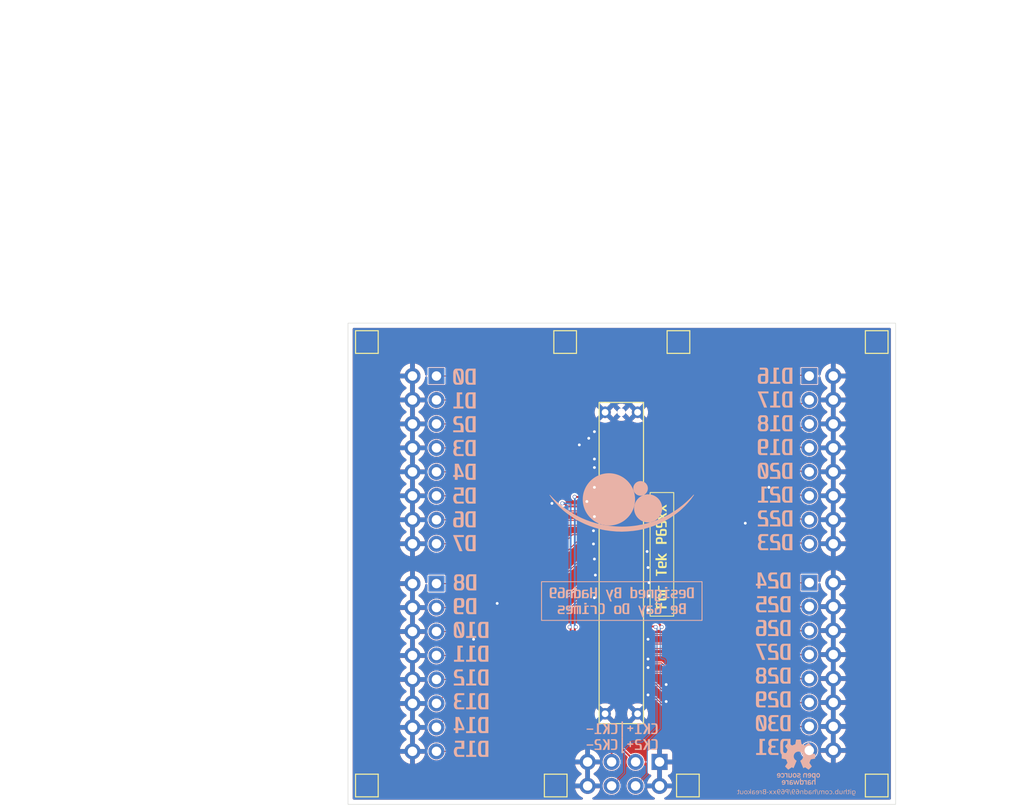
<source format=kicad_pcb>
(kicad_pcb (version 20240108) (generator "pcbnew") (generator_version "8.0")
  (layers (0 "F.Cu" signal) (31 "B.Cu" signal) (34 "B.Paste" user) (35 "F.Paste" user) (36 "B.SilkS" user "B.Silkscreen") (37 "F.SilkS" user "F.Silkscreen") (38 "B.Mask" user) (39 "F.Mask" user) (44 "Edge.Cuts" user))
  (net 0 "")
  (net 1 "D2")
  (net 2 "GND")
  (net 3 "D20")
  (net 4 "D13")
  (net 5 "D24")
  (net 6 "D9")
  (net 7 "D31")
  (net 8 "D17")
  (net 9 "D22")
  (net 10 "CK1-")
  (net 11 "D16")
  (net 12 "D6")
  (net 13 "D3")
  (net 14 "D28")
  (net 15 "D5")
  (net 16 "D19")
  (net 17 "D4")
  (net 18 "D12")
  (net 19 "D14")
  (net 20 "D29")
  (net 21 "CK2+")
  (net 22 "D15")
  (net 23 "D18")
  (net 24 "D0")
  (net 25 "D8")
  (net 26 "D1")
  (net 27 "D10")
  (net 28 "D21")
  (net 29 "D26")
  (net 30 "D7")
  (net 31 "D30")
  (net 32 "D25")
  (net 33 "CK2-")
  (net 34 "D11")
  (net 35 "D27")
  (net 36 "CK1+")
  (net 37 "D23")
  (footprint "TestPoint:TestPoint_Pad_2.0x2.0mm" (layer "F.Cu") (at 42 78)
    (property "Reference" "TP2" (hide yes))
    (property "Value" "TestPoint" (hide yes))
  )
  (footprint "TestPoint:TestPoint_Pad_2.0x2.0mm" (layer "F.Cu") (at 62 78)
    (property "Reference" "TP6" (hide yes))
    (property "Value" "TestPoint" (hide yes))
  )
  (footprint "Tek:P69xx" (layer "F.Cu") (at 71.3 37.4 -90)
    (property "Reference" "C1" (hide yes))
    (property "Value" "~")
  )
  (footprint "TestPoint:TestPoint_Pad_2.0x2.0mm" (layer "F.Cu") (at 96 78)
    (property "Reference" "TP3" (hide yes))
    (property "Value" "TestPoint" (hide yes))
  )
  (footprint "TestPoint:TestPoint_Pad_2.0x2.0mm" (layer "F.Cu") (at 63 31)
    (property "Reference" "TP5" (hide yes))
    (property "Value" "TestPoint" (hide yes))
  )
  (footprint "Connector_PinHeader_2.54mm:PinHeader_2x08_P2.54mm_Vertical" (layer "F.Cu") (at 88.86 34.6)
    (property "Reference" "J3" (hide yes))
    (property "Value" "Conn_02x08_Counter_Clockwise" (hide yes))
  )
  (footprint "TestPoint:TestPoint_Pad_2.0x2.0mm" (layer "F.Cu") (at 76 78)
    (property "Reference" "TP8" (hide yes))
    (property "Value" "TestPoint" (hide yes))
  )
  (footprint "TestPoint:TestPoint_Pad_2.0x2.0mm" (layer "F.Cu") (at 75 31)
    (property "Reference" "TP7" (hide yes))
    (property "Value" "TestPoint" (hide yes))
  )
  (footprint "TestPoint:TestPoint_Pad_2.0x2.0mm" (layer "F.Cu") (at 42 31)
    (property "Reference" "TP1" (hide yes))
    (property "Value" "TestPoint" (hide yes))
  )
  (footprint "Connector_PinHeader_2.54mm:PinHeader_2x04_P2.54mm_Horizontal" (layer "F.Cu") (at 73 75.5 -90)
    (property "Reference" "J5" (hide yes))
    (property "Value" "Conn_02x04_Counter_Clockwise" (hide yes))
  )
  (footprint "TestPoint:TestPoint_Pad_2.0x2.0mm" (layer "F.Cu") (at 96 31)
    (property "Reference" "TP4" (hide yes))
    (property "Value" "TestPoint" (hide yes))
  )
  (footprint "Connector_PinHeader_2.54mm:PinHeader_2x08_P2.54mm_Vertical" (layer "F.Cu") (at 88.86 56.5)
    (property "Reference" "J4" (hide yes))
    (property "Value" "Conn_02x08_Counter_Clockwise" (hide yes))
  )
  (footprint "Hayden Crimes:balls" (layer "B.Cu") (at 70.406731 47.675886 180)
    (property "Reference" "REF**" (hide yes))
    (property "Value" "balls")
  )
  (footprint "Connector_PinHeader_2.54mm:PinHeader_2x08_P2.54mm_Vertical" (layer "B.Cu") (at 49.37 34.6 180)
    (property "Reference" "J1" (hide yes))
    (property "Value" "Conn_02x08_Counter_Clockwise" (hide yes))
  )
  (footprint "Connector_PinHeader_2.54mm:PinHeader_2x08_P2.54mm_Vertical" (layer "B.Cu") (at 49.37 56.6 180)
    (property "Reference" "J2" (hide yes))
    (property "Value" "Conn_02x08_Counter_Clockwise")
  )
  (gr_poly (pts (xy 88.368749 76.682476) (xy 88.361738 76.682977) (xy 88.347657 76.684975) (xy 88.333612 76.688293) (xy 88.319742 76.692923) (xy 88.312915 76.695726) (xy 88.306185 76.698853) (xy 88.299567 76.702303) (xy 88.293079 76.706076) (xy 88.286739 76.710168) (xy 88.280564 76.71458) (xy 88.274571 76.71931) (xy 88.268778 76.724357) (xy 88.263202 76.72972) (xy 88.25786 76.735398) (xy 88.252769 76.741389) (xy 88.247947 76.747692) (xy 88.243412 76.754306) (xy 88.239179 76.76123) (xy 88.235268 76.768463) (xy 88.231695 76.776003) (xy 88.228477 76.78385) (xy 88.225633 76.792001) (xy 88.223178 76.800456) (xy 88.221131 76.809215) (xy 88.219508 76.818274) (xy 88.218328 76.827634) (xy 88.217607 76.837293) (xy 88.217363 76.84725) (xy 88.217363 77.163004) (xy 88.31293 77.163004) (xy 88.31293 76.880085) (xy 88.313048 76.8741) (xy 88.313396 76.868277) (xy 88.313971 76.862617) (xy 88.314766 76.857122) (xy 88.315778 76.851795) (xy 88.317001 76.846636) (xy 88.318431 76.841647) (xy 88.320061 76.836832) (xy 88.321888 76.832191) (xy 88.323907 76.827726) (xy 88.326111 76.82344) (xy 88.328497 76.819334) (xy 88.33106 76.81541) (xy 88.333794 76.81167) (xy 88.336694 76.808115) (xy 88.339756 76.804748) (xy 88.342974 76.801571) (xy 88.346344 76.798585) (xy 88.34986 76.795793) (xy 88.353518 76.793195) (xy 88.357313 76.790795) (xy 88.361239 76.788593) (xy 88.365292 76.786592) (xy 88.369466 76.784794) (xy 88.373758 76.783201) (xy 88.378161 76.781813) (xy 88.38267 76.780634) (xy 88.387282 76.779666) (xy 88.39199 76.778909) (xy 88.39679 76.778366) (xy 88.401677 76.778039) (xy 88.406646 76.777929) (xy 88.411699 76.778039) (xy 88.416665 76.778366) (xy 88.421538 76.778909) (xy 88.426316 76.779666) (xy 88.430991 76.780634) (xy 88.43556 76.781813) (xy 88.440018 76.7832) (xy 88.444361 76.784794) (xy 88.448582 76.786592) (xy 88.452678 76.788593) (xy 88.456643 76.790794) (xy 88.460473 76.793195) (xy 88.464163 76.795792) (xy 88.467709 76.798585) (xy 88.471105 76.801571) (xy 88.474346 76.804748) (xy 88.477428 76.808115) (xy 88.480346 76.811669) (xy 88.483096 76.81541) (xy 88.485672 76.819334) (xy 88.488069 76.82344) (xy 88.490283 76.827726) (xy 88.492309 76.832191) (xy 88.494142 76.836832) (xy 88.495777 76.841647) (xy 88.49721 76.846635) (xy 88.498436 76.851794) (xy 88.49945 76.857122) (xy 88.500246 76.862617) (xy 88.500822 76.868277) (xy 88.50117 76.8741) (xy 88.501287 76.880085) (xy 88.501287 77.163004) (xy 88.596855 77.163004) (xy 88.596855 76.687944) (xy 88.501287 76.687944) (xy 88.501287 76.738533) (xy 88.499382 76.738533) (xy 88.493614 76.731727) (xy 88.487544 76.72536) (xy 88.481183 76.719432) (xy 88.474538 76.713942) (xy 88.467618 76.708891) (xy 88.46043 76.704279) (xy 88.452984 76.700106) (xy 88.445288 76.696371) (xy 88.43735 76.693076) (xy 88.429179 76.69022) (xy 88.420782 76.687803) (xy 88.412169 76.685825) (xy 88.403347 76.684287) (xy 88.394326 76.683188) (xy 88.385113 76.682528) (xy 88.375716 76.682309)) (stroke (width -0.000001)) (fill solid) (layer "B.SilkS"))
  (gr_poly (pts (xy 86.131833 77.43292) (xy 86.122136 77.433596) (xy 86.112549 77.434716) (xy 86.103087 77.436274) (xy 86.093763 77.438264) (xy 86.084593 77.440678) (xy 86.075589 77.443513) (xy 86.066766 77.446761) (xy 86.058138 77.450417) (xy 86.049719 77.454474) (xy 86.041523 77.458927) (xy 86.033564 77.46377) (xy 86.025857 77.468996) (xy 86.018414 77.4746) (xy 86.011251 77.480575) (xy 86.004381 77.486916) (xy 85.997819 77.493617) (xy 85.991578 77.500671) (xy 85.985673 77.508073) (xy 85.980117 77.515816) (xy 85.974925 77.523895) (xy 85.970111 77.532303) (xy 85.965688 77.541035) (xy 85.961672 77.550085) (xy 85.958075 77.559446) (xy 85.954912 77.569113) (xy 85.952197 77.579079) (xy 85.949945 77.589339) (xy 85.948168 77.599887) (xy 85.946882 77.610716) (xy 85.946099 77.62182) (xy 85.945836 77.633194) (xy 85.945836 77.711961) (xy 86.241878 77.711961) (xy 86.241739 77.719136) (xy 86.241326 77.726086) (xy 86.240643 77.732811) (xy 86.239698 77.739311) (xy 86.238494 77.745585) (xy 86.237038 77.751634) (xy 86.235335 77.757456) (xy 86.23339 77.763053) (xy 86.23121 77.768423) (xy 86.228799 77.773567) (xy 86.226163 77.778484) (xy 86.223307 77.783174) (xy 86.220237 77.787638) (xy 86.216958 77.791874) (xy 86.213476 77.795883) (xy 86.209797 77.799664) (xy 86.205925 77.803217) (xy 86.201867 77.806543) (xy 86.197627 77.80964) (xy 86.193211 77.812509) (xy 86.188625 77.81515) (xy 86.183875 77.817562) (xy 86.178965 77.819745) (xy 86.1739 77.8217) (xy 86.168688 77.823425) (xy 86.163332 77.82492) (xy 86.157839 77.826186) (xy 86.152215 77.827222) (xy 86.146463 77.828029) (xy 86.14059 77.828605) (xy 86.134602 77.82895) (xy 86.128504 77.829066) (xy 86.121632 77.82887) (xy 86.114714 77.828286) (xy 86.10777 77.827321) (xy 86.100819 77.825982) (xy 86.093885 77.824275) (xy 86.086986 77.822207) (xy 86.080143 77.819784) (xy 86.073378 77.817014) (xy 86.066711 77.813903) (xy 86.060162 77.810457) (xy 86.053753 77.806684) (xy 86.047504 77.802589) (xy 86.041436 77.79818) (xy 86.035569 77.793464) (xy 86.029925 77.788446) (xy 86.024523 77.783134) (xy 85.955176 77.842189) (xy 85.964123 77.852008) (xy 85.973383 77.861094) (xy 85.982938 77.86946) (xy 85.992773 77.877122) (xy 86.002871 77.884091) (xy 86.013216 77.890382) (xy 86.023791 77.89601) (xy 86.03458 77.900986) (xy 86.045567 77.905326) (xy 86.056734 77.909043) (xy 86.068067 77.91215) (xy 86.079547 77.914661) (xy 86.09116 77.916591) (xy 86.102888 77.917952) (xy 86.114715 77.918759) (xy 86.126625 77.919024) (xy 86.145056 77.91845) (xy 86.16367 77.916629) (xy 86.182278 77.913413) (xy 86.200691 77.908653) (xy 86.218719 77.902202) (xy 86.22753 77.898296) (xy 86.236173 77.893911) (xy 86.244625 77.889029) (xy 86.252863 77.883632) (xy 86.260863 77.877701) (xy 86.268601 77.871217) (xy 86.276053 77.864163) (xy 86.283196 77.856518) (xy 86.290006 77.848266) (xy 86.296459 77.839387) (xy 86.302532 77.829863) (xy 86.308202 77.819675) (xy 86.313443 77.808805) (xy 86.318234 77.797234) (xy 86.322549 77.784944) (xy 86.326366 77.771917) (xy 86.329661 77.758133) (xy 86.33241 77.743574) (xy 86.334589 77.728222) (xy 86.336174 77.712058) (xy 86.337143 77.695064) (xy 86.337472 77.677221) (xy 86.33717 77.660281) (xy 86.336281 77.644058) (xy 86.335264 77.633221) (xy 86.241878 77.633221) (xy 86.041377 77.633221) (xy 86.041749 77.626555) (xy 86.042343 77.620088) (xy 86.043153 77.613821) (xy 86.044176 77.607753) (xy 86.045407 77.601887) (xy 86.046842 77.596222) (xy 86.048476 77.59076) (xy 86.050306 77.585501) (xy 86.052327 77.580447) (xy 86.054535 77.575598) (xy 86.056925 77.570956) (xy 86.059493 77.56652) (xy 86.062234 77.562293) (xy 86.065146 77.558274) (xy 86.068222 77.554465) (xy 86.07146 77.550866) (xy 86.074854 77.547479) (xy 86.0784 77.544304) (xy 86.082094 77.541342) (xy 86.085932 77.538594) (xy 86.089909 77.536061) (xy 86.094022 77.533743) (xy 86.098265 77.531643) (xy 86.102634 77.529759) (xy 86.107126 77.528094) (xy 86.111736 77.526648) (xy 86.116459 77.525423) (xy 86.121291 77.524418) (xy 86.126228 77.523635) (xy 86.131266 77.523074) (xy 86.136401 77.522738) (xy 86.141627 77.522625) (xy 86.146856 77.522738) (xy 86.151998 77.523074) (xy 86.157048 77.523635) (xy 86.162001 77.524418) (xy 86.166853 77.525423) (xy 86.171598 77.526648) (xy 86.176232 77.528094) (xy 86.18075 77.529759) (xy 86.185148 77.531643) (xy 86.189419 77.533743) (xy 86.193561 77.536061) (xy 86.197567 77.538594) (xy 86.201433 77.541342) (xy 86.205154 77.544304) (xy 86.208725 77.547479) (xy 86.212142 77.550866) (xy 86.2154 77.554465) (xy 86.218493 77.558274) (xy 86.221418 77.562293) (xy 86.224169 77.56652) (xy 86.226741 77.570956) (xy 86.22913 77.575598) (xy 86.231331 77.580447) (xy 86.233339 77.585501) (xy 86.235149 77.59076) (xy 86.236756 77.596222) (xy 86.238157 77.601886) (xy 86.239344 77.607753) (xy 86.240315 77.613821) (xy 86.241064 77.620088) (xy 86.241587 77.626555) (xy 86.241878 77.633221) (xy 86.335264 77.633221) (xy 86.334825 77.628543) (xy 86.332823 77.613722) (xy 86.330297 77.599583) (xy 86.327268 77.586116) (xy 86.323757 77.573308) (xy 86.319785 77.561147) (xy 86.315375 77.549622) (xy 86.310546 77.53872) (xy 86.305321 77.52843) (xy 86.29972 77.51874) (xy 86.293765 77.509638) (xy 86.287477 77.501112) (xy 86.280878 77.493151) (xy 86.273988 77.485742) (xy 86.266829 77.478874) (xy 86.259423 77.472535) (xy 86.25179 77.466713) (xy 86.243951 77.461397) (xy 86.235929 77.456573) (xy 86.227744 77.452231) (xy 86.219418 77.448359) (xy 86.210971 77.444945) (xy 86.202426 77.441977) (xy 86.193803 77.439443) (xy 86.185124 77.437331) (xy 86.17641 77.43563) (xy 86.158961 77.433412) (xy 86.141627 77.432693)) (stroke (width -0.000001)) (fill solid) (layer "B.SilkS"))
  (gr_poly (pts (xy 89.284995 76.682638) (xy 89.274663 76.683532) (xy 89.2647 76.684992) (xy 89.255105 76.686992) (xy 89.245877 76.689509) (xy 89.237016 76.692518) (xy 89.228519 76.695993) (xy 89.220385 76.69991) (xy 89.212614 76.704244) (xy 89.205203 76.708972) (xy 89.198152 76.714067) (xy 89.19146 76.719505) (xy 89.185124 76.725261) (xy 89.179145 76.731312) (xy 89.17352 76.737631) (xy 89.168249 76.744194) (xy 89.163549 76.750508) (xy 89.159273 76.756886) (xy 89.155402 76.763459) (xy 89.15192 76.770356) (xy 89.150321 76.773968) (xy 89.148812 76.77771) (xy 89.147393 76.781598) (xy 89.146061 76.785649) (xy 89.144814 76.789879) (xy 89.14365 76.794305) (xy 89.141562 76.803808) (xy 89.139782 76.814289) (xy 89.138293 76.825878) (xy 89.137078 76.838705) (xy 89.136121 76.852902) (xy 89.135405 76.868598) (xy 89.134914 76.885925) (xy 89.134632 76.905012) (xy 89.134541 76.92599) (xy 89.134914 76.965734) (xy 89.136121 76.998519) (xy 89.137078 77.012624) (xy 89.138293 77.025375) (xy 89.139782 77.036903) (xy 89.141562 77.047334) (xy 89.14365 77.056799) (xy 89.146061 77.065426) (xy 89.148812 77.073344) (xy 89.151921 77.080682) (xy 89.155402 77.087568) (xy 89.159273 77.094131) (xy 89.163549 77.100501) (xy 89.168249 77.106806) (xy 89.17352 77.113369) (xy 89.179145 77.119689) (xy 89.185124 77.125739) (xy 89.19146 77.131496) (xy 89.198152 77.136934) (xy 89.205203 77.142029) (xy 89.212614 77.146756) (xy 89.220385 77.15109) (xy 89.228519 77.155008) (xy 89.232722 77.156802) (xy 89.237016 77.158483) (xy 89.241401 77.160047) (xy 89.245878 77.161491) (xy 89.250445 77.162812) (xy 89.255105 77.164008) (xy 89.259856 77.165074) (xy 89.2647 77.166008) (xy 89.269635 77.166807) (xy 89.274663 77.167468) (xy 89.279783 77.167987) (xy 89.284995 77.168362) (xy 89.290301 77.168589) (xy 89.295699 77.168665) (xy 89.304718 77.168405) (xy 89.313506 77.167633) (xy 89.322074 77.166368) (xy 89.330434 77.164624) (xy 89.338595 77.16242) (xy 89.34657 77.159771) (xy 89.354369 77.156693) (xy 89.362003 77.153204) (xy 89.369484 77.149319) (xy 89.376821 77.145056) (xy 89.384027 77.14043) (xy 89.391112 77.135458) (xy 89.398088 77.130157) (xy 89.404964 77.124543) (xy 89.411753 77.118632) (xy 89.418465 77.112441) (xy 89.418809 77.488944) (xy 89.412706 77.482138) (xy 89.406344 77.475771) (xy 89.399729 77.469843) (xy 89.392868 77.464353) (xy 89.385765 77.459302) (xy 89.378426 77.45469) (xy 89.370856 77.450516) (xy 89.363062 77.446782) (xy 89.355048 77.443487) (xy 89.346819 77.440631) (xy 89.338383 77.438214) (xy 89.329743 77.436236) (xy 89.320906 77.434698) (xy 89.311877 77.433599) (xy 89.302661 77.432939) (xy 89.293265 77.432719) (xy 89.286297 77.432887) (xy 89.279286 77.433388) (xy 89.27225 77.434221) (xy 89.265206 77.435386) (xy 89.25817 77.43688) (xy 89.251161 77.438704) (xy 89.244195 77.440855) (xy 89.23729 77.443333) (xy 89.230464 77.446136) (xy 89.223733 77.449262) (xy 89.217115 77.452712) (xy 89.210628 77.456484) (xy 89.204288 77.460576) (xy 89.198113 77.464987) (xy 89.19212 77.469716) (xy 89.186327 77.474762) (xy 89.18075 77.480124) (xy 89.175408 77.4858) (xy 89.170317 77.491789) (xy 89.165496 77.49809) (xy 89.16096 77.504702) (xy 89.156728 77.511624) (xy 89.152817 77.518855) (xy 89.149244 77.526392) (xy 89.146026 77.534236) (xy 89.143181 77.542384) (xy 89.140727 77.550836) (xy 89.138679 77.55959) (xy 89.137057 77.568646) (xy 89.135877 77.578001) (xy 89.135156 77.587656) (xy 89.134911 77.597608) (xy 89.134911 77.913414) (xy 89.230479 77.913414) (xy 89.230479 77.630443) (xy 89.230596 77.624458) (xy 89.230945 77.618635) (xy 89.231519 77.612975) (xy 89.232315 77.60748) (xy 89.233327 77.602152) (xy 89.23455 77.596993) (xy 89.235979 77.592005) (xy 89.23761 77.58719) (xy 89.239437 77.582549) (xy 89.241455 77.578084) (xy 89.24366 77.573798) (xy 89.246046 77.569692) (xy 89.248608 77.565768) (xy 89.251342 77.562027) (xy 89.254243 77.558473) (xy 89.257304 77.555106) (xy 89.260523 77.551929) (xy 89.263893 77.548943) (xy 89.267409 77.54615) (xy 89.271067 77.543553) (xy 89.274861 77.541153) (xy 89.278788 77.538951) (xy 89.282841 77.53695) (xy 89.287015 77.535152) (xy 89.291306 77.533559) (xy 89.295709 77.532171) (xy 89.300219 77.530993) (xy 89.30483 77.530024) (xy 89.309539 77.529267) (xy 89.314339 77.528724) (xy 89.319226 77.528397) (xy 89.324194 77.528288) (xy 89.329247 77.528397) (xy 89.334213 77.528724) (xy 89.339086 77.529267) (xy 89.343863 77.530024) (xy 89.348538 77.530993) (xy 89.353106 77.532171) (xy 89.357564 77.533559) (xy 89.361905 77.535152) (xy 89.366125 77.53695) (xy 89.37022 77.538951) (xy 89.374184 77.541153) (xy 89.378013 77.543553) (xy 89.381702 77.546151) (xy 89.385247 77.548943) (xy 89.388641 77.551929) (xy 89.391881 77.555106) (xy 89.394962 77.558473) (xy 89.397879 77.562028) (xy 89.400627 77.565768) (xy 89.403202 77.569692) (xy 89.405598 77.573798) (xy 89.407811 77.578084) (xy 89.409836 77.582549) (xy 89.411668 77.58719) (xy 89.413303 77.592005) (xy 89.414735 77.596993) (xy 89.41596 77.602152) (xy 89.416973 77.60748) (xy 89.417769 77.612975) (xy 89.418344 77.618635) (xy 89.418692 77.624458) (xy 89.418809 77.630443) (xy 89.418809 77.913415) (xy 89.514403 77.913415) (xy 89.514403 76.925963) (xy 89.418465 76.925963) (xy 89.41809 76.95193) (xy 89.417446 76.964949) (xy 89.416342 76.977818) (xy 89.414662 76.990407) (xy 89.412288 77.002586) (xy 89.409105 77.014223) (xy 89.407173 77.019798) (xy 89.404995 77.025189) (xy 89.402556 77.030379) (xy 89.399841 77.035353) (xy 89.396837 77.040093) (xy 89.393528 77.044585) (xy 89.389899 77.04881) (xy 89.385937 77.052754) (xy 89.381627 77.056399) (xy 89.376953 77.05973) (xy 89.371903 77.06273) (xy 89.366459 77.065383) (xy 89.36061 77.067672) (xy 89.354339 77.069582) (xy 89.347632 77.071096) (xy 89.340474 77.072197) (xy 89.332852 77.07287) (xy 89.32475 77.073098) (xy 89.316564 77.072883) (xy 89.308862 77.072249) (xy 89.301631 77.071207) (xy 89.294855 77.069773) (xy 89.28852 77.06796) (xy 89.282611 77.065782) (xy 89.277113 77.063252) (xy 89.272011 77.060385) (xy 89.267291 77.057193) (xy 89.262937 77.053692) (xy 89.258936 77.049893) (xy 89.255272 77.045812) (xy 89.251931 77.041462) (xy 89.248897 77.036857) (xy 89.246157 77.03201) (xy 89.243695 77.026935) (xy 89.241496 77.021646) (xy 89.239546 77.016157) (xy 89.237831 77.010481) (xy 89.236334 77.004632) (xy 89.235042 76.998624) (xy 89.23394 76.992471) (xy 89.232246 76.979783) (xy 89.231134 76.966678) (xy 89.230485 76.953267) (xy 89.230183 76.939658) (xy 89.230108 76.925963) (xy 89.230485 76.898339) (xy 89.231134 76.884799) (xy 89.232246 76.871586) (xy 89.23394 76.858807) (xy 89.236334 76.846571) (xy 89.239546 76.834987) (xy 89.241496 76.829472) (xy 89.243695 76.824161) (xy 89.246157 76.819067) (xy 89.248897 76.814204) (xy 89.251931 76.809585) (xy 89.255272 76.805223) (xy 89.258936 76.801132) (xy 89.262937 76.797326) (xy 89.267291 76.793819) (xy 89.272011 76.790623) (xy 89.277113 76.787752) (xy 89.282611 76.78522) (xy 89.28852 76.78304) (xy 89.294855 76.781227) (xy 89.301631 76.779793) (xy 89.308862 76.778751) (xy 89.316564 76.778117) (xy 89.32475 76.777902) (xy 89.33285 76.77813) (xy 89.34047 76.778803) (xy 89.347626 76.779905) (xy 89.354331 76.78142) (xy 89.360601 76.783331) (xy 89.36645 76.785624) (xy 89.371892 76.78828) (xy 89.376942 76.791285) (xy 89.381615 76.794622) (xy 89.385925 76.798275) (xy 89.389888 76.802228) (xy 89.393516 76.806465) (xy 89.396825 76.810969) (xy 89.39983 76.815725) (xy 89.402545 76.820717) (xy 89.404985 76.825928) (xy 89.407164 76.831342) (xy 89.409096 76.836942) (xy 89.410797 76.842714) (xy 89.412282 76.848641) (xy 89.413563 76.854706) (xy 89.414657 76.860894) (xy 89.416339 76.873573) (xy 89.417444 76.886548) (xy 89.418089 76.899691) (xy 89.418391 76.912872) (xy 89.418465 76.925963) (xy 89.514403 76.925963) (xy 89.514403 76.68797) (xy 89.418465 76.68797) (xy 89.418465 76.737633) (xy 89.412678 76.731605) (xy 89.406575 76.725837) (xy 89.400171 76.720347) (xy 89.393479 76.715151) (xy 89.386513 76.710269) (xy 89.379286 76.705718) (xy 89.371813 76.701516) (xy 89.364107 76.697681) (xy 89.356181 76.69423) (xy 89.348049 76.691181) (xy 89.339725 76.688552) (xy 89.331222 76.686362) (xy 89.322555 76.684627) (xy 89.313736 76.683365) (xy 89.304779 76.682596) (xy 89.295699 76.682335)) (stroke (width -0.000001)) (fill solid) (layer "B.SilkS"))
  (gr_poly (pts (xy 87.635147 77.770989) (xy 87.633269 77.770989) (xy 87.52553 77.438355) (xy 87.456183 77.438355) (xy 87.348445 77.770989) (xy 87.346513 77.770989) (xy 87.255682 77.438355) (xy 87.154452 77.438355) (xy 87.306217 77.913415) (xy 87.390593 77.913415) (xy 87.489918 77.580754) (xy 87.491796 77.580754) (xy 87.59112 77.913415) (xy 87.675443 77.913415) (xy 87.827235 77.438355) (xy 87.726058 77.438355)) (stroke (width -0.000001)) (fill solid) (layer "B.SilkS"))
  (gr_poly (pts (xy 87.296161 76.682401) (xy 87.289479 76.682674) (xy 87.282969 76.683121) (xy 87.276628 76.683735) (xy 87.270454 76.684511) (xy 87.264445 76.685442) (xy 87.258599 76.686522) (xy 87.252912 76.687744) (xy 87.247384 76.689102) (xy 87.242011 76.69059) (xy 87.236792 76.692201) (xy 87.231725 76.693928) (xy 87.226806 76.695767) (xy 87.222034 76.697709) (xy 87.217407 76.699749) (xy 87.212922 76.701881) (xy 87.20437 76.706394) (xy 87.19636 76.711196) (xy 87.188875 76.716236) (xy 87.181896 76.721465) (xy 87.175405 76.726831) (xy 87.169385 76.732283) (xy 87.163818 76.73777) (xy 87.158685 76.743242) (xy 87.152086 76.750802) (xy 87.145981 76.758433) (xy 87.140363 76.766228) (xy 87.135222 76.774282) (xy 87.130547 76.782686) (xy 87.126329 76.791536) (xy 87.122559 76.800923) (xy 87.119226 76.810942) (xy 87.116322 76.821686) (xy 87.113836 76.833248) (xy 87.11176 76.845722) (xy 87.110082 76.859201) (xy 87.108794 76.873779) (xy 87.107886 76.889549) (xy 87.107348 76.906604) (xy 87.107171 76.925037) (xy 87.107348 76.943625) (xy 87.107886 76.960817) (xy 87.108794 76.976705) (xy 87.110082 76.991386) (xy 87.11176 77.004954) (xy 87.113836 77.017503) (xy 87.116322 77.029128) (xy 87.119226 77.039923) (xy 87.122559 77.049983) (xy 87.126329 77.059402) (xy 87.130547 77.068276) (xy 87.135222 77.076697) (xy 87.140363 77.084762) (xy 87.145981 77.092564) (xy 87.152086 77.100198) (xy 87.158685 77.107759) (xy 87.163818 77.11323) (xy 87.169385 77.118715) (xy 87.175405 77.124165) (xy 87.181896 77.129527) (xy 87.188875 77.134752) (xy 87.19636 77.139788) (xy 87.20437 77.144585) (xy 87.212922 77.149093) (xy 87.222034 77.15326) (xy 87.231725 77.157036) (xy 87.242012 77.16037) (xy 87.252912 77.163212) (xy 87.264445 77.16551) (xy 87.276628 77.167215) (xy 87.289479 77.168275) (xy 87.303016 77.168639) (xy 87.309866 77.168547) (xy 87.316543 77.168275) (xy 87.323049 77.167828) (xy 87.329386 77.167215) (xy 87.335556 77.16644) (xy 87.341562 77.16551) (xy 87.347405 77.164432) (xy 87.353089 77.163212) (xy 87.358614 77.161856) (xy 87.363984 77.16037) (xy 87.369201 77.158762) (xy 87.374267 77.157036) (xy 87.379184 77.1552) (xy 87.383954 77.15326) (xy 87.38858 77.151222) (xy 87.393064 77.149093) (xy 87.401613 77.144586) (xy 87.409622 77.139788) (xy 87.417106 77.134752) (xy 87.424084 77.129527) (xy 87.430574 77.124165) (xy 87.436593 77.118716) (xy 87.442161 77.11323) (xy 87.447293 77.107759) (xy 87.453894 77.100198) (xy 87.46 77.092565) (xy 87.46562 77.084764) (xy 87.470765 77.076701) (xy 87.475444 77.068281) (xy 87.479666 77.059409) (xy 87.483441 77.049991) (xy 87.486779 77.039933) (xy 87.489688 77.029139) (xy 87.492178 77.017515) (xy 87.49426 77.004966) (xy 87.495941 76.991397) (xy 87.497233 76.976715) (xy 87.498143 76.960824) (xy 87.498683 76.94363) (xy 87.49886 76.925037) (xy 87.403267 76.925037) (xy 87.403199 76.937461) (xy 87.40299 76.948781) (xy 87.402629 76.959082) (xy 87.402107 76.968447) (xy 87.401415 76.976962) (xy 87.400543 76.984708) (xy 87.399481 76.991771) (xy 87.39822 76.998234) (xy 87.396749 77.004182) (xy 87.39506 77.009697) (xy 87.393143 77.014864) (xy 87.390988 77.019766) (xy 87.388586 77.024489) (xy 87.385926 77.029114) (xy 87.383 77.033727) (xy 87.379798 77.038411) (xy 87.376989 77.042049) (xy 87.373824 77.045561) (xy 87.370322 77.048932) (xy 87.366502 77.052147) (xy 87.362385 77.055191) (xy 87.35799 77.058049) (xy 87.353335 77.060706) (xy 87.348442 77.063147) (xy 87.343328 77.065357) (xy 87.338014 77.067321) (xy 87.33252 77.069024) (xy 87.326864 77.070451) (xy 87.321066 77.071587) (xy 87.315146 77.072416) (xy 87.309122 77.072925) (xy 87.303016 77.073098) (xy 87.296901 77.072925) (xy 87.290871 77.072415) (xy 87.284946 77.071584) (xy 87.279145 77.070447) (xy 87.273487 77.069018) (xy 87.267992 77.067314) (xy 87.262677 77.065348) (xy 87.257564 77.063137) (xy 87.25267 77.060695) (xy 87.248015 77.058037) (xy 87.243619 77.055179) (xy 87.2395 77.052136) (xy 87.235677 77.048922) (xy 87.232171 77.045554) (xy 87.228999 77.042045) (xy 87.227544 77.040243) (xy 87.226181 77.038411) (xy 87.222979 77.033728) (xy 87.220055 77.029116) (xy 87.217398 77.024495) (xy 87.214999 77.019781) (xy 87.212848 77.014892) (xy 87.210935 77.009746) (xy 87.209251 77.004259) (xy 87.207786 76.99835) (xy 87.206529 76.991936) (xy 87.205472 76.984934) (xy 87.204604 76.977263) (xy 87.203916 76.968838) (xy 87.203398 76.959578) (xy 87.20304 76.949401) (xy 87.202765 76.925964) (xy 87.202832 76.91354) (xy 87.20304 76.902218) (xy 87.203398 76.891915) (xy 87.203916 76.882546) (xy 87.204604 76.874029) (xy 87.205472 76.866279) (xy 87.206529 76.859213) (xy 87.207786 76.852747) (xy 87.209251 76.846797) (xy 87.210935 76.841281) (xy 87.212848 76.836114) (xy 87.214999 76.831212) (xy 87.217398 76.826492) (xy 87.220055 76.821871) (xy 87.222979 76.817265) (xy 87.226181 76.812589) (xy 87.228999 76.808951) (xy 87.232171 76.805439) (xy 87.235677 76.802069) (xy 87.2395 76.798854) (xy 87.243619 76.79581) (xy 87.248015 76.792952) (xy 87.25267 76.790295) (xy 87.257564 76.787854) (xy 87.262677 76.785644) (xy 87.267992 76.78368) (xy 87.273487 76.781977) (xy 87.279145 76.78055) (xy 87.284946 76.779414) (xy 87.290871 76.778584) (xy 87.296901 76.778075) (xy 87.303016 76.777902) (xy 87.309122 76.778076) (xy 87.315146 76.778585) (xy 87.321066 76.779417) (xy 87.326864 76.780554) (xy 87.33252 76.781983) (xy 87.338014 76.783687) (xy 87.343328 76.785653) (xy 87.348442 76.787864) (xy 87.353335 76.790306) (xy 87.35799 76.792964) (xy 87.362385 76.795822) (xy 87.366502 76.798865) (xy 87.370322 76.802078) (xy 87.373824 76.805447) (xy 87.376989 76.808956) (xy 87.378439 76.810758) (xy 87.379798 76.812589) (xy 87.383 76.817264) (xy 87.385926 76.821869) (xy 87.388586 76.826486) (xy 87.390988 76.831197) (xy 87.393143 76.836085) (xy 87.39506 76.841232) (xy 87.396749 76.84672) (xy 87.39822 76.852631) (xy 87.399481 76.859048) (xy 87.400543 76.866053) (xy 87.401415 76.873728) (xy 87.402107 76.882156) (xy 87.402629 76.891418) (xy 87.40299 76.901598) (xy 87.403267 76.925037) (xy 87.49886 76.925037) (xy 87.498683 76.906604) (xy 87.498143 76.88955) (xy 87.497233 76.873781) (xy 87.495941 76.859205) (xy 87.49426 76.845728) (xy 87.492178 76.833255) (xy 87.489688 76.821695) (xy 87.486779 76.810952) (xy 87.483441 76.800934) (xy 87.479666 76.791547) (xy 87.475444 76.782698) (xy 87.470765 76.774293) (xy 87.46562 76.766238) (xy 87.46 76.75844) (xy 87.453894 76.750806) (xy 87.447293 76.743242) (xy 87.442161 76.73777) (xy 87.436593 76.732283) (xy 87.430574 76.726831) (xy 87.424084 76.721465) (xy 87.417106 76.716237) (xy 87.409621 76.711196) (xy 87.401613 76.706394) (xy 87.393063 76.701881) (xy 87.383954 76.697709) (xy 87.374267 76.693928) (xy 87.363984 76.69059) (xy 87.353089 76.687744) (xy 87.341562 76.685442) (xy 87.329386 76.683735) (xy 87.316543 76.682674) (xy 87.303016 76.682309)) (stroke (width -0.000001)) (fill solid) (layer "B.SilkS"))
  (gr_poly (pts (xy 87.483853 73.130276) (xy 87.482846 73.130351) (xy 87.481844 73.130474) (xy 87.480848 73.130645) (xy 87.47986 73.130861) (xy 87.478882 73.131122) (xy 87.477914 73.131426) (xy 87.47696 73.131773) (xy 87.476019 73.13216) (xy 87.475093 73.132588) (xy 87.474185 73.133053) (xy 87.473294 73.133556) (xy 87.472424 73.134095) (xy 87.471575 73.134669) (xy 87.47075 73.135277) (xy 87.469948 73.135916) (xy 87.469172 73.136587) (xy 87.468424 73.137288) (xy 87.467705 73.138017) (xy 87.467016 73.138774) (xy 87.466359 73.139557) (xy 87.465735 73.140364) (xy 87.465146 73.141196) (xy 87.464594 73.142049) (xy 87.464079 73.142924) (xy 87.463603 73.143819) (xy 87.463169 73.144733) (xy 87.462776 73.145664) (xy 87.462428 73.146612) (xy 87.462125 73.147574) (xy 87.461868 73.14855) (xy 87.46166 73.149539) (xy 87.377919 73.59941) (xy 87.377708 73.600407) (xy 87.377451 73.601407) (xy 87.376807 73.603411) (xy 87.375999 73.605409) (xy 87.375038 73.607387) (xy 87.373936 73.609333) (xy 87.372703 73.611233) (xy 87.371352 73.613075) (xy 87.369892 73.614845) (xy 87.368337 73.616531) (xy 87.366696 73.618119) (xy 87.364981 73.619596) (xy 87.363204 73.620949) (xy 87.361375 73.622166) (xy 87.359506 73.623232) (xy 87.358561 73.623705) (xy 87.357609 73.624136) (xy 87.356653 73.624522) (xy 87.355694 73.624863) (xy 87.054175 73.748291) (xy 87.052302 73.749116) (xy 87.050315 73.749805) (xy 87.048233 73.750359) (xy 87.046072 73.750779) (xy 87.04385 73.751068) (xy 87.041585 73.751225) (xy 87.039294 73.751253) (xy 87.036994 73.751152) (xy 87.034703 73.750924) (xy 87.032439 73.750569) (xy 87.030219 73.750089) (xy 87.02806 73.749486) (xy 87.02598 73.748759) (xy 87.023996 73.747912) (xy 87.022126 73.746944) (xy 87.020388 73.745857) (xy 86.644547 73.487941) (xy 86.643701 73.48739) (xy 86.642829 73.486881) (xy 86.641934 73.486415) (xy 86.641018 73.485992) (xy 86.640083 73.485611) (xy 86.63913 73.485273) (xy 86.638162 73.484976) (xy 86.63718 73.484722) (xy 86.636186 73.484509) (xy 86.635183 73.484337) (xy 86.633155 73.484118) (xy 86.631111 73.484063) (xy 86.629066 73.484171) (xy 86.627035 73.48444) (xy 86.625035 73.484868) (xy 86.62308 73.485456) (xy 86.622124 73.485808) (xy 86.621185 73.4862) (xy 86.620265 73.48663) (xy 86.619366 73.4871) (xy 86.61849 73.487608) (xy 86.617638 73.488154) (xy 86.616813 73.488738) (xy 86.616017 73.489361) (xy 86.615251 73.490021) (xy 86.614517 73.490719) (xy 86.297996 73.80724) (xy 86.297298 73.807974) (xy 86.296638 73.80874) (xy 86.296016 73.809537) (xy 86.295433 73.810363) (xy 86.294887 73.811215) (xy 86.294381 73.812092) (xy 86.293484 73.813912) (xy 86.292743 73.815809) (xy 86.292159 73.817767) (xy 86.291733 73.81977) (xy 86.291467 73.821802) (xy 86.291362 73.82385) (xy 86.291418 73.825896) (xy 86.291637 73.827927) (xy 86.292021 73.829925) (xy 86.292569 73.831877) (xy 86.292906 73.832831) (xy 86.293284 73.833767) (xy 86.293704 73.834683) (xy 86.294167 73.835578) (xy 86.294671 73.83645) (xy 86.295218 73.837297) (xy 86.548636 74.206655) (xy 86.549726 74.208401) (xy 86.550693 74.210274) (xy 86.551537 74.212257) (xy 86.552256 74.214332) (xy 86.552849 74.216483) (xy 86.553315 74.218693) (xy 86.553653 74.220945) (xy 86.553862 74.223222) (xy 86.55394 74.225506) (xy 86.553887 74.227781) (xy 86.553702 74.23003) (xy 86.553384 74.232235) (xy 86.552931 74.23438) (xy 86.552342 74.236448) (xy 86.551616 74.238422) (xy 86.550753 74.240284) (xy 86.417429 74.551328) (xy 86.416668 74.553238) (xy 86.415731 74.55513) (xy 86.414634 74.556994) (xy 86.413388 74.558818) (xy 86.412007 74.56059) (xy 86.410504 74.5623) (xy 86.408893 74.563936) (xy 86.407186 74.565487) (xy 86.405397 74.566941) (xy 86.403539 74.568287) (xy 86.401626 74.569515) (xy 86.39967 74.570612) (xy 86.397684 74.571568) (xy 86.395683 74.572371) (xy 86.393679 74.57301) (xy 86.391685 74.573474) (xy 85.956737 74.654357) (xy 85.95575 74.65457) (xy 85.954776 74.65483) (xy 85.953816 74.655138) (xy 85.95287 74.65549) (xy 85.951941 74.655885) (xy 85.951029 74.656322) (xy 85.950136 74.6568) (xy 85.949263 74.657317) (xy 85.94758 74.658462) (xy 85.945993 74.659746) (xy 85.944509 74.661156) (xy 85.94314 74.662681) (xy 85.941896 74.66431) (xy 85.940785 74.66603) (xy 85.939819 74.667829) (xy 85.939393 74.668755) (xy 85.939007 74.669697) (xy 85.938662 74.670653) (xy 85.93836 74.671621) (xy 85.938101 74.672601) (xy 85.937886 74.67359) (xy 85.937718 74.674587) (xy 85.937597 74.675591) (xy 85.937524 74.6766) (xy 85.937501 74.677613) (xy 85.937554 75.125262) (xy 85.93758 75.126273) (xy 85.937655 75.127281) (xy 85.937778 75.128284) (xy 85.937949 75.12928) (xy 85.938166 75.130269) (xy 85.938427 75.131249) (xy 85.938732 75.132218) (xy 85.93908 75.133174) (xy 85.939468 75.134117) (xy 85.939896 75.135044) (xy 85.940363 75.135955) (xy 85.940867 75.136847) (xy 85.941406 75.137719) (xy 85.941981 75.13857) (xy 85.942589 75.139398) (xy 85.94323 75.140201) (xy 85.943901 75.140978) (xy 85.944602 75.141728) (xy 85.945332 75.142449) (xy 85.946089 75.14314) (xy 85.946871 75.143798) (xy 85.947679 75.144423) (xy 85.94851 75.145013) (xy 85.949364 75.145566) (xy 85.950238 75.146081) (xy 85.951132 75.146556) (xy 85.952045 75.146991) (xy 85.952975 75.147382) (xy 85.953921 75.14773) (xy 85.954882 75.148032) (xy 85.955856 75.148286) (xy 85.956842 75.148492) (xy 86.381102 75.227444) (xy 86.382101 75.227649) (xy 86.383101 75.2279) (xy 86.384103 75.228196) (xy 86.385103 75.228535) (xy 86.387095 75.229338) (xy 86.389063 75.230297) (xy 86.390995 75.2314) (xy 86.392879 75.232636) (xy 86.394702 75.233994) (xy 86.396451 75.235461) (xy 86.398114 75.237026) (xy 86.399677 75.238678) (xy 86.401128 75.240404) (xy 86.402455 75.242193) (xy 86.403645 75.244034) (xy 86.404685 75.245914) (xy 86.405562 75.247823) (xy 86.405936 75.248784) (xy 86.406264 75.249748) (xy 86.538714 75.58061) (xy 86.539533 75.582492) (xy 86.540217 75.584485) (xy 86.540765 75.586572) (xy 86.541179 75.588735) (xy 86.541462 75.590958) (xy 86.541613 75.593223) (xy 86.541635 75.595513) (xy 86.541529 75.597811) (xy 86.541296 75.600099) (xy 86.540937 75.60236) (xy 86.540454 75.604577) (xy 86.539849 75.606733) (xy 86.539122 75.60881) (xy 86.538275 75.610791) (xy 86.53731 75.612659) (xy 86.536227 75.614397) (xy 86.295218 75.965579) (xy 86.294667 75.966425) (xy 86.294158 75.967298) (xy 86.293693 75.968193) (xy 86.293269 75.96911) (xy 86.292889 75.970047) (xy 86.29255 75.971001) (xy 86.292253 75.971971) (xy 86.291999 75.972954) (xy 86.291786 75.97395) (xy 86.291614 75.974955) (xy 86.291395 75.976988) (xy 86.29134 75.979037) (xy 86.291448 75.981087) (xy 86.291717 75.983122) (xy 86.292146 75.985127) (xy 86.292733 75.987087) (xy 86.293085 75.988045) (xy 86.293477 75.988986) (xy 86.293908 75.989907) (xy 86.294377 75.990808) (xy 86.294885 75.991686) (xy 86.295431 75.992538) (xy 86.296015 75.993364) (xy 86.296638 75.994162) (xy 86.297298 75.994928) (xy 86.297996 75.995662) (xy 86.61457 76.312183) (xy 86.615299 76.312876) (xy 86.616061 76.313532) (xy 86.616854 76.31415) (xy 86.617676 76.314731) (xy 86.618525 76.315274) (xy 86.6194 76.315778) (xy 86.621216 76.316672) (xy 86.62311 76.317412) (xy 86.625065 76.317996) (xy 86.627067 76.318423) (xy 86.629099 76.318692) (xy 86.631147 76.3188) (xy 86.633194 76.318747) (xy 86.635226 76.318531) (xy 86.637226 76.318151) (xy 86.639179 76.317605) (xy 86.640133 76.31727) (xy 86.641069 76.316893) (xy 86.641986 76.316473) (xy 86.642882 76.316012) (xy 86.643754 76.315508) (xy 86.6446 76.314961) (xy 86.989591 76.078185) (xy 86.991325 76.077106) (xy 86.993182 76.076159) (xy 86.995146 76.075346) (xy 86.997199 76.074666) (xy 86.999325 76.074121) (xy 87.001506 76.073709) (xy 87.003726 76.073433) (xy 87.005968 76.073291) (xy 87.008215 76.073284) (xy 87.01045 76.073413) (xy 87.012657 76.073677) (xy 87.014817 76.074078) (xy 87.016915 76.074615) (xy 87.018933 76.075289) (xy 87.020855 76.0761) (xy 87.022664 76.077048) (xy 87.174799 76.158275) (xy 87.175709 76.158707) (xy 87.176626 76.159088) (xy 87.177549 76.159416) (xy 87.178477 76.159694) (xy 87.179407 76.15992) (xy 87.180339 76.160097) (xy 87.18127 76.160225) (xy 87.1822 76.160304) (xy 87.183125 76.160334) (xy 87.184046 76.160317) (xy 87.18496 76.160253) (xy 87.185866 76.160143) (xy 87.186762 76.159986) (xy 87.187646 76.159784) (xy 87.188518 76.159538) (xy 87.189374 76.159247) (xy 87.190215 76.158913) (xy 87.191038 76.158536) (xy 87.191841 76.158116) (xy 87.192624 76.157655) (xy 87.193383 76.157152) (xy 87.194119 76.156609) (xy 87.194829 76.156025) (xy 87.195512 76.155402) (xy 87.196166 76.154741) (xy 87.19679 76.154041) (xy 87.197381 76.153303) (xy 87.197939 76.152528) (xy 87.198461 76.151716) (xy 87.198947 76.150868) (xy 87.199395 76.149985) (xy 87.199802 76.149067) (xy 87.513466 75.391089) (xy 87.513829 75.390146) (xy 87.514143 75.389189) (xy 87.51441 75.388219) (xy 87.514631 75.387239) (xy 87.514805 75.386249) (xy 87.514933 75.385253) (xy 87.515017 75.384251) (xy 87.515056 75.383246) (xy 87.515051 75.382239) (xy 87.515003 75.381232) (xy 87.514913 75.380227) (xy 87.51478 75.379226) (xy 87.514606 75.37823) (xy 87.514392 75.377241) (xy 87.514137 75.376262) (xy 87.513843 75.375293) (xy 87.51351 75.374338) (xy 87.513138 75.373396) (xy 87.512729 75.372471) (xy 87.512283 75.371565) (xy 87.5118 75.370678) (xy 87.511282 75.369812) (xy 87.510728 75.368971) (xy 87.51014 75.368155) (xy 87.509517 75.367365) (xy 87.508861 75.366605) (xy 87.508173 75.365876) (xy 87.507452 75.365179) (xy 87.506699 75.364516) (xy 87.505916 75.363889) (xy 87.505102 75.363301) (xy 87.504258 75.362752) (xy 87.466185 75.339442) (xy 87.463444 75.337697) (xy 87.460519 75.335705) (xy 87.457463 75.33351) (xy 87.454331 75.331154) (xy 87.451181 75.328682) (xy 87.448065 75.326137) (xy 87.44504 75.323562) (xy 87.442161 75.321001) (xy 87.416957 75.303749) (xy 87.392903 75.285018) (xy 87.370065 75.264873) (xy 87.348509 75.243379) (xy 87.3283 75.220601) (xy 87.309504 75.196605) (xy 87.292186 75.171455) (xy 87.276412 75.145218) (xy 87.262249 75.117959) (xy 87.24976 75.089742) (xy 87.239013 75.060633) (xy 87.230073 75.030697) (xy 87.223005 75) (xy 87.217875 74.968606) (xy 87.214749 74.936581) (xy 87.213693 74.903991) (xy 87.214337 74.878515) (xy 87.216249 74.853373) (xy 87.219397 74.828597) (xy 87.22375 74.804217) (xy 87.229278 74.780266) (xy 87.235949 74.756773) (xy 87.243732 74.73377) (xy 87.252596 74.711289) (xy 87.26251 74.689359) (xy 87.273442 74.668013) (xy 87.285362 74.647281) (xy 87.298239 74.627195) (xy 87.312041 74.607786) (xy 87.326737 74.589084) (xy 87.342296 74.571121) (xy 87.358688 74.553928) (xy 87.37588 74.537536) (xy 87.393842 74.521976) (xy 87.412543 74.507279) (xy 87.431952 74.493477) (xy 87.452037 74.4806) (xy 87.472768 74.46868) (xy 87.494113 74.457747) (xy 87.516041 74.447833) (xy 87.538521 74.438969) (xy 87.561522 74.431186) (xy 87.585013 74.424515) (xy 87.608963 74.418987) (xy 87.633341 74.414633) (xy 87.658115 74.411485) (xy 87.683254 74.409573) (xy 87.708728 74.408929) (xy 87.734202 74.409573) (xy 87.759342 74.411485) (xy 87.784116 74.414633) (xy 87.808494 74.418987) (xy 87.832445 74.424515) (xy 87.855937 74.431186) (xy 87.878939 74.438969) (xy 87.90142 74.447833) (xy 87.923349 74.457747) (xy 87.944695 74.46868) (xy 87.965426 74.4806) (xy 87.985513 74.493477) (xy 88.004923 74.507279) (xy 88.023625 74.521976) (xy 88.041588 74.537536) (xy 88.058782 74.553928) (xy 88.075175 74.571121) (xy 88.090735 74.589084) (xy 88.105433 74.607786) (xy 88.119236 74.627195) (xy 88.132113 74.647281) (xy 88.144034 74.668013) (xy 88.154968 74.689359) (xy 88.164883 74.711289) (xy 88.173747 74.73377) (xy 88.181531 74.756773) (xy 88.188203 74.780266) (xy 88.193731 74.804217) (xy 88.198085 74.828597) (xy 88.201234 74.853373) (xy 88.203146 74.878515) (xy 88.20379 74.903991) (xy 88.203524 74.920353) (xy 88.202733 74.936581) (xy 88.201424 74.952669) (xy 88.199606 74.968606) (xy 88.197287 74.984386) (xy 88.194475 75) (xy 88.191179 75.015439) (xy 88.187406 75.030697) (xy 88.183165 75.045764) (xy 88.178464 75.060633) (xy 88.173312 75.075295) (xy 88.167716 75.089742) (xy 88.161684 75.103966) (xy 88.155226 75.117959) (xy 88.141061 75.145218) (xy 88.125286 75.171456) (xy 88.107968 75.196605) (xy 88.089171 75.220601) (xy 88.068963 75.243379) (xy 88.047408 75.264873) (xy 88.024572 75.285018) (xy 88.000522 75.303749) (xy 87.975322 75.321001) (xy 87.972427 75.323562) (xy 87.969391 75.326137) (xy 87.966269 75.328682) (xy 87.963115 75.331154) (xy 87.959982 75.33351) (xy 87.956923 75.335705) (xy 87.953993 75.337697) (xy 87.951245 75.339442) (xy 87.913172 75.362752) (xy 87.912323 75.363301) (xy 87.911505 75.363889) (xy 87.910718 75.364516) (xy 87.909962 75.365179) (xy 87.909238 75.365876) (xy 87.908547 75.366605) (xy 87.907264 75.368155) (xy 87.906119 75.369812) (xy 87.905117 75.371565) (xy 87.904261 75.373396) (xy 87.903557 75.375293) (xy 87.90301 75.377241) (xy 87.902624 75.379226) (xy 87.902404 75.381232) (xy 87.902355 75.383246) (xy 87.902482 75.385253) (xy 87.902613 75.386249) (xy 87.902789 75.387239) (xy 87.903012 75.388219) (xy 87.903282 75.389189) (xy 87.903599 75.390146) (xy 87.903964 75.391089) (xy 88.217654 76.149041) (xy 88.218061 76.149959) (xy 88.218509 76.150842) (xy 88.218995 76.15169) (xy 88.219518 76.152502) (xy 88.220077 76.153278) (xy 88.220669 76.154017) (xy 88.221293 76.154717) (xy 88.221948 76.15538) (xy 88.222631 76.156004) (xy 88.223342 76.156588) (xy 88.224079 76.157132) (xy 88.224839 76.157635) (xy 88.225623 76.158098) (xy 88.226427 76.158518) (xy 88.22725 76.158896) (xy 88.228092 76.159231) (xy 88.228949 76.159522) (xy 88.229821 76.159769) (xy 88.230706 76.159971) (xy 88.231602 76.160128) (xy 88.232508 76.160239) (xy 88.233422 76.160303) (xy 88.234342 76.16032) (xy 88.235268 76.160289) (xy 88.236197 76.160209) (xy 88.237127 76.160081) (xy 88.238058 76.159903) (xy 88.238987 76.159675) (xy 88.239913 76.159396) (xy 88.240834 76.159066) (xy 88.24175 76.158683) (xy 88.242657 76.158249) (xy 88.394792 76.077021) (xy 88.396597 76.076074) (xy 88.398515 76.075264) (xy 88.400531 76.074591) (xy 88.402628 76.074055) (xy 88.404788 76.073656) (xy 88.406994 76.073393) (xy 88.40923 76.073266) (xy 88.411478 76.073274) (xy 88.413721 76.073417) (xy 88.415943 76.073695) (xy 88.418126 76.074106) (xy 88.420253 76.074651) (xy 88.422308 76.07533) (xy 88.424273 76.076141) (xy 88.426131 76.077084) (xy 88.427865 76.078159) (xy 88.772829 76.314935) (xy 88.773678 76.315481) (xy 88.774552 76.315985) (xy 88.77545 76.316447) (xy 88.776368 76.316866) (xy 88.777306 76.317244) (xy 88.778261 76.317579) (xy 88.779231 76.317873) (xy 88.780216 76.318125) (xy 88.781211 76.318335) (xy 88.782216 76.318505) (xy 88.784248 76.31872) (xy 88.786296 76.318774) (xy 88.788344 76.318665) (xy 88.790376 76.318397) (xy 88.792378 76.31797) (xy 88.794334 76.317386) (xy 88.79529 76.317036) (xy 88.796229 76.316646) (xy 88.797148 76.316218) (xy 88.798046 76.315752) (xy 88.798922 76.315247) (xy 88.799772 76.314705) (xy 88.800596 76.314124) (xy 88.80139 76.313506) (xy 88.802154 76.31285) (xy 88.802886 76.312157) (xy 89.11946 75.995635) (xy 89.120155 75.994902) (xy 89.120814 75.994135) (xy 89.121434 75.993338) (xy 89.122016 75.992512) (xy 89.122561 75.991659) (xy 89.123067 75.990782) (xy 89.123964 75.988959) (xy 89.124706 75.987061) (xy 89.125292 75.985101) (xy 89.12572 75.983096) (xy 89.125988 75.98106) (xy 89.126096 75.97901) (xy 89.126042 75.976961) (xy 89.125825 75.974929) (xy 89.125443 75.972928) (xy 89.124894 75.970975) (xy 89.124557 75.97002) (xy 89.124178 75.969084) (xy 89.123757 75.968167) (xy 89.123293 75.967271) (xy 89.122787 75.966399) (xy 89.122238 75.965552) (xy 88.881255 75.614371) (xy 88.880164 75.612633) (xy 88.879191 75.610765) (xy 88.878338 75.608784) (xy 88.877607 75.606707) (xy 88.876998 75.604551) (xy 88.876514 75.602334) (xy 88.876154 75.600073) (xy 88.875921 75.597785) (xy 88.875815 75.595487) (xy 88.875837 75.593197) (xy 88.87599 75.590932) (xy 88.876273 75.588709) (xy 88.876689 75.586546) (xy 88.877238 75.584459) (xy 88.877922 75.582466) (xy 88.878742 75.580584) (xy 89.011192 75.249722) (xy 89.011518 75.248758) (xy 89.011891 75.247797) (xy 89.012766 75.245888) (xy 89.013806 75.244007) (xy 89.014998 75.242167) (xy 89.016328 75.240377) (xy 89.017783 75.238651) (xy 89.019351 75.237) (xy 89.021018 75.235435) (xy 89.022772 75.233968) (xy 89.024599 75.23261) (xy 89.026487 75.231374) (xy 89.028423 75.23027) (xy 89.030393 75.229311) (xy 89.032385 75.228509) (xy 89.034385 75.227874) (xy 89.035384 75.227623) (xy 89.036381 75.227418) (xy 89.46064 75.148466) (xy 89.461629 75.14826) (xy 89.462605 75.148006) (xy 89.463567 75.147704) (xy 89.464515 75.147356) (xy 89.465446 75.146964) (xy 89.46636 75.14653) (xy 89.467255 75.146055) (xy 89.46813 75.14554) (xy 89.468984 75.144986) (xy 89.469815 75.144397) (xy 89.471405 75.143113) (xy 89.472891 75.141702) (xy 89.474263 75.140175) (xy 89.47551 75.138543) (xy 89.476623 75.136821) (xy 89.477591 75.135018) (xy 89.478406 75.133148) (xy 89.478753 75.132191) (xy 89.479057 75.131223) (xy 89.479318 75.130243) (xy 89.479534 75.129254) (xy 89.479705 75.128257) (xy 89.479828 75.127254) (xy 89.479903 75.126247) (xy 89.479928 75.125236) (xy 89.479955 74.677587) (xy 89.479929 74.676576) (xy 89.479855 74.675569) (xy 89.479732 74.674567) (xy 89.479562 74.673572) (xy 89.479346 74.672585) (xy 89.479086 74.671607) (xy 89.478782 74.67064) (xy 89.478436 74.669686) (xy 89.47805 74.668746) (xy 89.477623 74.667821) (xy 89.477158 74.666913) (xy 89.476656 74.666023) (xy 89.476118 74.665153) (xy 89.475545 74.664305) (xy 89.474938 74.663479) (xy 89.474299 74.662678) (xy 89.473629 74.661902) (xy 89.472929 74.661154) (xy 89.4722 74.660434) (xy 89.471443 74.659744) (xy 89.470661 74.659086) (xy 89.469853 74.658461) (xy 89.469021 74.657871) (xy 89.468167 74.657317) (xy 89.467292 74.6568) (xy 89.466396 74.656322) (xy 89.465481 74.655885) (xy 89.464549 74.655489) (xy 89.4636 74.655138) (xy 89.462636 74.65483) (xy 89.461658 74.65457) (xy 89.460666 74.654357) (xy 89.025744 74.573474) (xy 89.024745 74.573264) (xy 89.023741 74.57301) (xy 89.02173 74.572371) (xy 89.019723 74.571568) (xy 89.017733 74.570612) (xy 89.015774 74.569515) (xy 89.013859 74.568287) (xy 89.012001 74.566941) (xy 89.010213 74.565487) (xy 89.008508 74.563936) (xy 89.006899 74.5623) (xy 89.0054 74.56059) (xy 89.004023 74.558818) (xy 89.002781 74.556994) (xy 89.001688 74.55513) (xy 89.000757 74.553238) (xy 89.000356 74.552284) (xy 89 74.551328) (xy 88.86665 74.240284) (xy 88.865792 74.238422) (xy 88.86507 74.236448) (xy 88.864484 74.23438) (xy 88.864034 74.232235) (xy 88.863717 74.23003) (xy 88.863533 74.227781) (xy 88.86348 74.225506) (xy 88.863558 74.223222) (xy 88.863765 74.220945) (xy 88.8641 74.218693) (xy 88.864563 74.216483) (xy 88.865151 74.214332) (xy 88.865864 74.212257) (xy 88.866701 74.210274) (xy 88.86766 74.208401) (xy 88.868741 74.206655) (xy 89.122185 73.837297) (xy 89.122736 73.83645) (xy 89.123245 73.835578) (xy 89.12371 73.834683) (xy 89.124133 73.833767) (xy 89.124513 73.832831) (xy 89.124851 73.831877) (xy 89.125147 73.830908) (xy 89.125401 73.829925) (xy 89.125613 73.828931) (xy 89.125784 73.827927) (xy 89.126001 73.825896) (xy 89.126054 73.82385) (xy 89.125945 73.821802) (xy 89.125675 73.81977) (xy 89.125246 73.817767) (xy 89.124659 73.815809) (xy 89.124306 73.814852) (xy 89.123915 73.813912) (xy 89.123485 73.812992) (xy 89.123017 73.812092) (xy 89.12251 73.811215) (xy 89.121965 73.810363) (xy 89.121382 73.809537) (xy 89.120761 73.80874) (xy 89.120103 73.807974) (xy 89.119407 73.80724) (xy 88.802859 73.490719) (xy 88.802128 73.490021) (xy 88.801364 73.489361) (xy 88.800569 73.488738) (xy 88.799746 73.488154) (xy 88.798895 73.487608) (xy 88.79802 73.4871) (xy 88.796202 73.4862) (xy 88.794307 73.485456) (xy 88.792351 73.484869) (xy 88.790349 73.48444) (xy 88.788317 73.484171) (xy 88.786269 73.484063) (xy 88.784222 73.484118) (xy 88.78219 73.484337) (xy 88.780189 73.484722) (xy 88.778234 73.485273) (xy 88.777279 73.485611) (xy 88.776341 73.485992) (xy 88.775423 73.486415) (xy 88.774526 73.486881) (xy 88.773651 73.48739) (xy 88.772802 73.487941) (xy 88.396988 73.745857) (xy 88.395255 73.746944) (xy 88.393389 73.747912) (xy 88.391409 73.748759) (xy 88.389332 73.749486) (xy 88.387175 73.750089) (xy 88.384956 73.750569) (xy 88.382693 73.750924) (xy 88.380402 73.751152) (xy 88.378102 73.751253) (xy 88.37581 73.751225) (xy 88.373543 73.751068) (xy 88.371319 73.75078) (xy 88.369156 73.750359) (xy 88.36707 73.749805) (xy 88.365079 73.749116) (xy 88.363201 73.748291) (xy 88.061655 73.624863) (xy 88.059736 73.624136) (xy 88.057836 73.623232) (xy 88.055965 73.622166) (xy 88.054135 73.620949) (xy 88.052357 73.619596) (xy 88.050642 73.618119) (xy 88.049002 73.616531) (xy 88.047447 73.614845) (xy 88.04599 73.613075) (xy 88.04464 73.611233) (xy 88.043409 73.609333) (xy 88.042308 73.607387) (xy 88.041349 73.605409) (xy 88.040542 73.603411) (xy 88.039899 73.601407) (xy 88.039431 73.59941) (xy 87.955716 73.149539) (xy 87.955508 73.14855) (xy 87.955252 73.147574) (xy 87.954948 73.146612) (xy 87.9546 73.145664) (xy 87.954208 73.144733) (xy 87.953773 73.143819) (xy 87.953298 73.142924) (xy 87.952783 73.142049) (xy 87.952231 73.141196) (xy 87.951642 73.140364) (xy 87.950362 73.138774) (xy 87.948954 73.137288) (xy 87.947432 73.135916) (xy 87.945806 73.134669) (xy 87.944088 73.133556) (xy 87.942292 73.132588) (xy 87.941368 73.13216) (xy 87.940428 73.131773) (xy 87.939475 73.131426) (xy 87.938509 73.131122) (xy 87.937532 73.130861) (xy 87.936546 73.130645) (xy 87.935552 73.130474) (xy 87.934552 73.130351) (xy 87.933547 73.130276) (xy 87.932539 73.130251) (xy 87.484864 73.130251)) (stroke (width -0.000001)) (fill solid) (layer "B.SilkS"))
  (gr_poly (pts (xy 86.31301 76.682472) (xy 86.30603 76.682956) (xy 86.299193 76.683753) (xy 86.292496 76.684855) (xy 86.285932 76.686253) (xy 86.279494 76.68794) (xy 86.273178 76.689906) (xy 86.266977 76.692144) (xy 86.260885 76.694646) (xy 86.254897 76.697403) (xy 86.249007 76.700407) (xy 86.243209 76.703651) (xy 86.237496 76.707124) (xy 86.231864 76.710821) (xy 86.226306 76.714731) (xy 86.220817 76.718848) (xy 86.290164 76.801318) (xy 86.294308 76.798278) (xy 86.298319 76.795473) (xy 86.302219 76.792899) (xy 86.306032 76.79055) (xy 86.309778 76.788419) (xy 86.313481 76.786503) (xy 86.317162 76.784795) (xy 86.320843 76.78329) (xy 86.324546 76.781983) (xy 86.328294 76.780868) (xy 86.332108 76.779939) (xy 86.336011 76.779191) (xy 86.340024 76.778619) (xy 86.344171 76.778218) (xy 86.348472 76.77798) (xy 86.35295 76.777903) (xy 86.361718 76.778256) (xy 86.370397 76.779326) (xy 86.378921 76.781126) (xy 86.387223 76.78367) (xy 86.391272 76.785225) (xy 86.39524 76.786972) (xy 86.39912 76.788911) (xy 86.402904 76.791045) (xy 86.406584 76.793375) (xy 86.41015 76.795903) (xy 86.413596 76.798631) (xy 86.416913 76.80156) (xy 86.420092 76.804692) (xy 86.423126 76.808029) (xy 86.426006 76.811573) (xy 86.428724 76.815326) (xy 86.431272 76.819288) (xy 86.433641 76.823462) (xy 86.435824 76.827849) (xy 86.437812 76.832452) (xy 86.439596 76.837272) (xy 86.44117 76.84231) (xy 86.442524 76.847569) (xy 86.44365 76.853049) (xy 86.44454 76.858754) (xy 86.445186 76.864684) (xy 86.44558 76.870841) (xy 86.445713 76.877227) (xy 86.445713 77.163004) (xy 86.541307 77.163004) (xy 86.541307 76.687944) (xy 86.445713 76.687944) (xy 86.445713 76.738533) (xy 86.44386 76.738533) (xy 86.438087 76.731727) (xy 86.432013 76.72536) (xy 86.425646 76.719432) (xy 86.418997 76.713942) (xy 86.412072 76.708891) (xy 86.40488 76.704279) (xy 86.39743 76.700106) (xy 86.38973 76.696371) (xy 86.381789 76.693076) (xy 86.373614 76.69022) (xy 86.365215 76.687803) (xy 86.356599 76.685825) (xy 86.347775 76.684287) (xy 86.338752 76.683188) (xy 86.329538 76.682528) (xy 86.320141 76.682309)) (stroke (width -0.000001)) (fill solid) (layer "B.SilkS"))
  (gr_poly (pts (xy 88.86445 76.682535) (xy 88.854752 76.683212) (xy 88.845165 76.684332) (xy 88.835702 76.685889) (xy 88.826378 76.687879) (xy 88.817207 76.690294) (xy 88.808202 76.693129) (xy 88.799378 76.696377) (xy 88.790749 76.700033) (xy 88.782329 76.704091) (xy 88.774132 76.708545) (xy 88.766172 76.713388) (xy 88.758464 76.718615) (xy 88.75102 76.724219) (xy 88.743856 76.730196) (xy 88.736985 76.736538) (xy 88.730421 76.74324) (xy 88.724179 76.750295) (xy 88.718273 76.757699) (xy 88.712716 76.765444) (xy 88.707523 76.773525) (xy 88.702707 76.781936) (xy 88.698284 76.79067) (xy 88.694266 76.799723) (xy 88.690668 76.809087) (xy 88.687505 76.818757) (xy 88.684789 76.828726) (xy 88.682536 76.83899) (xy 88.680759 76.849541) (xy 88.679472 76.860375) (xy 88.67869 76.871484) (xy 88.678426 76.882863) (xy 88.678426 76.961576) (xy 88.974521 76.961576) (xy 88.974382 76.968756) (xy 88.973968 76.97571) (xy 88.973286 76.98244) (xy 88.97234 76.988943) (xy 88.971135 76.995221) (xy 88.969679 77.001273) (xy 88.967975 77.007099) (xy 88.96603 77.012698) (xy 88.963848 77.018071) (xy 88.961436 77.023217) (xy 88.958799 77.028136) (xy 88.955942 77.032829) (xy 88.952871 77.037294) (xy 88.949591 77.041532) (xy 88.946108 77.045542) (xy 88.942427 77.049325) (xy 88.938554 77.052879) (xy 88.934494 77.056206) (xy 88.930253 77.059304) (xy 88.925837 77.062174) (xy 88.92125 77.064815) (xy 88.916498 77.067228) (xy 88.911586 77.069412) (xy 88.906521 77.071366) (xy 88.901308 77.073091) (xy 88.895952 77.074587) (xy 88.890458 77.075853) (xy 88.884832 77.07689) (xy 88.87908 77.077696) (xy 88.873207 77.078272) (xy 88.867219 77.078618) (xy 88.861121 77.078733) (xy 88.85424 77.078536) (xy 88.847314 77.077951) (xy 88.840364 77.076984) (xy 88.83341 77.075642) (xy 88.826472 77.073932) (xy 88.819572 77.07186) (xy 88.812729 77.069435) (xy 88.805965 77.066662) (xy 88.799299 77.063548) (xy 88.792753 77.060101) (xy 88.786348 77.056328) (xy 88.780102 77.052234) (xy 88.774038 77.047828) (xy 88.768176 77.043116) (xy 88.762536 77.038105) (xy 88.757139 77.032802) (xy 88.687792 77.091804) (xy 88.696739 77.101623) (xy 88.705999 77.110708) (xy 88.715555 77.119075) (xy 88.72539 77.126736) (xy 88.735489 77.133706) (xy 88.745834 77.139997) (xy 88.75641 77.145624) (xy 88.7672 77.150601) (xy 88.778188 77.15494) (xy 88.789357 77.158657) (xy 88.800692 77.161764) (xy 88.812175 77.164276) (xy 88.823791 77.166205) (xy 88.835522 77.167566) (xy 88.847354 77.168373) (xy 88.859269 77.168639) (xy 88.877695 77.168065) (xy 88.896305 77.166244) (xy 88.914909 77.163027) (xy 88.933319 77.158268) (xy 88.951345 77.151818) (xy 88.960154 77.147912) (xy 88.968796 77.143528) (xy 88.977248 77.138647) (xy 88.985485 77.133251) (xy 88.993484 77.127321) (xy 89.001221 77.120839) (xy 89.008672 77.113785) (xy 89.015815 77.106142) (xy 89.022624 77.097892) (xy 89.029077 77.089015) (xy 89.03515 77.079492) (xy 89.040819 77.069307) (xy 89.046061 77.058439) (xy 89.050851 77.046871) (xy 89.055167 77.034585) (xy 89.058983 77.02156) (xy 89.062278 77.00778) (xy 89.065027 76.993225) (xy 89.067206 76.977877) (xy 89.068791 76.961717) (xy 89.06976 76.944727) (xy 89.070088 76.926889) (xy 89.069787 76.909948) (xy 89.068898 76.893726) (xy 89.067882 76.882889) (xy 88.974521 76.882889) (xy 88.773993 76.882889) (xy 88.774368 76.876219) (xy 88.774964 76.869748) (xy 88.775776 76.863477) (xy 88.7768 76.857406) (xy 88.778032 76.851537) (xy 88.779468 76.845871) (xy 88.781104 76.840407) (xy 88.782934 76.835147) (xy 88.784955 76.830093) (xy 88.787163 76.825243) (xy 88.789553 76.820601) (xy 88.792121 76.816166) (xy 88.794863 76.811938) (xy 88.797774 76.80792) (xy 88.80085 76.804112) (xy 88.804086 76.800515) (xy 88.80748 76.797129) (xy 88.811025 76.793955) (xy 88.814719 76.790995) (xy 88.818556 76.788248) (xy 88.822532 76.785717) (xy 88.826644 76.783401) (xy 88.830886 76.781302) (xy 88.835255 76.77942) (xy 88.839746 76.777757) (xy 88.844354 76.776312) (xy 88.849077 76.775088) (xy 88.853909 76.774084) (xy 88.858846 76.773302) (xy 88.863883 76.772742) (xy 88.869018 76.772406) (xy 88.874244 76.772294) (xy 88.879473 76.772406) (xy 88.884615 76.772742) (xy 88.889665 76.773302) (xy 88.894618 76.774084) (xy 88.89947 76.775088) (xy 88.904215 76.776312) (xy 88.908849 76.777757) (xy 88.913367 76.77942) (xy 88.917765 76.781302) (xy 88.922037 76.783401) (xy 88.926178 76.785717) (xy 88.930185 76.788248) (xy 88.934051 76.790995) (xy 88.937773 76.793955) (xy 88.941344 76.797129) (xy 88.944762 76.800515) (xy 88.94802 76.804112) (xy 88.951115 76.80792) (xy 88.95404 76.811938) (xy 88.956792 76.816165) (xy 88.959365 76.820601) (xy 88.961755 76.825243) (xy 88.963957 76.830092) (xy 88.965967 76.835147) (xy 88.967778 76.840407) (xy 88.969387 76.84587) (xy 88.970789 76.851537) (xy 88.971979 76.857406) (xy 88.972952 76.863477) (xy 88.973703 76.869748) (xy 88.974228 76.876219) (xy 88.974521 76.882889) (xy 89.067882 76.882889) (xy 89.067442 76.878209) (xy 89.065441 76.863387) (xy 89.062916 76.849248) (xy 89.059887 76.835779) (xy 89.056377 76.822969) (xy 89.052406 76.810807) (xy 89.047996 76.799279) (xy 89.043168 76.788375) (xy 89.037944 76.778083) (xy 89.032344 76.768391) (xy 89.02639 76.759287) (xy 89.020103 76.750759) (xy 89.013504 76.742795) (xy 89.006615 76.735384) (xy 88.999457 76.728513) (xy 88.992051 76.722172) (xy 88.984418 76.716348) (xy 88.97658 76.711028) (xy 88.968558 76.706203) (xy 88.960373 76.701859) (xy 88.952046 76.697985) (xy 88.943599 76.694568) (xy 88.935054 76.691598) (xy 88.92643 76.689063) (xy 88.917749 76.68695) (xy 88.909034 76.685247) (xy 88.891582 76.683027) (xy 88.874244 76.682308)) (stroke (width -0.000001)) (fill solid) (layer "B.SilkS"))
  (gr_poly (pts (xy 86.431446 77.432883) (xy 86.424471 77.433367) (xy 86.417637 77.434165) (xy 86.410939 77.435266) (xy 86.404372 77.436665) (xy 86.397931 77.438351) (xy 86.39161 77.440318) (xy 86.385405 77.442556) (xy 86.379308 77.445057) (xy 86.373316 77.447814) (xy 86.367422 77.450819) (xy 86.361621 77.454062) (xy 86.355909 77.457536) (xy 86.350279 77.461232) (xy 86.344726 77.465142) (xy 86.339245 77.469259) (xy 86.408592 77.55173) (xy 86.412735 77.54868) (xy 86.416746 77.545867) (xy 86.420647 77.543286) (xy 86.42446 77.54093) (xy 86.428206 77.538795) (xy 86.431909 77.536874) (xy 86.43559 77.535163) (xy 86.439271 77.533655) (xy 86.442974 77.532346) (xy 86.446722 77.531229) (xy 86.450536 77.530299) (xy 86.454439 77.529551) (xy 86.458452 77.528978) (xy 86.462598 77.528576) (xy 86.4669 77.528339) (xy 86.471378 77.528261) (xy 86.480146 77.528615) (xy 86.488824 77.529687) (xy 86.497348 77.531489) (xy 86.505651 77.534036) (xy 86.509699 77.535593) (xy 86.513668 77.537341) (xy 86.517548 77.539282) (xy 86.521332 77.541417) (xy 86.525011 77.543749) (xy 86.528578 77.546278) (xy 86.532024 77.549008) (xy 86.535341 77.551938) (xy 86.53852 77.555072) (xy 86.541554 77.55841) (xy 86.544434 77.561954) (xy 86.547152 77.565707) (xy 86.5497 77.56967) (xy 86.552069 77.573844) (xy 86.554252 77.578231) (xy 86.556239 77.582833) (xy 86.558024 77.587651) (xy 86.559597 77.592688) (xy 86.560951 77.597945) (xy 86.562078 77.603423) (xy 86.562968 77.609124) (xy 86.563614 77.615051) (xy 86.564007 77.621204) (xy 86.56414 77.627586) (xy 86.56414 77.913415) (xy 86.659681 77.913415) (xy 86.659681 77.438355) (xy 86.56414 77.438355) (xy 86.56414 77.488944) (xy 86.562235 77.488944) (xy 86.556462 77.482138) (xy 86.55039 77.475772) (xy 86.544026 77.469843) (xy 86.53738 77.464353) (xy 86.530459 77.459302) (xy 86.523272 77.45469) (xy 86.515827 77.450517) (xy 86.508132 77.446783) (xy 86.500195 77.443487) (xy 86.492025 77.440631) (xy 86.48363 77.438214) (xy 86.475019 77.436236) (xy 86.466198 77.434698) (xy 86.457178 77.433599) (xy 86.447966 77.43294) (xy 86.438569 77.43272)) (stroke (width -0.000001)) (fill solid) (layer "B.SilkS"))
  (gr_poly (pts (xy 88.861479 77.433191) (xy 88.840876 77.43464) (xy 88.82126 77.437125) (xy 88.811841 77.438773) (xy 88.802693 77.440701) (xy 88.793823 77.442916) (xy 88.78524 77.445425) (xy 88.776952 77.448235) (xy 88.768967 77.451352) (xy 88.761293 77.454785) (xy 88.753938 77.45854) (xy 88.746909 77.462623) (xy 88.740216 77.467043) (xy 88.733866 77.471806) (xy 88.727867 77.476919) (xy 88.722227 77.482389) (xy 88.716955 77.488223) (xy 88.712058 77.494429) (xy 88.707545 77.501012) (xy 88.703423 77.507981) (xy 88.699701 77.515342) (xy 88.696387 77.523102) (xy 88.693488 77.531269) (xy 88.691013 77.539849) (xy 88.68897 77.548849) (xy 88.687367 77.558277) (xy 88.686212 77.568139) (xy 88.685513 77.578443) (xy 88.685279 77.589195) (xy 88.685279 77.913415) (xy 88.780872 77.913415) (xy 88.780872 77.87124) (xy 88.782751 77.87124) (xy 88.786596 77.877188) (xy 88.790776 77.882722) (xy 88.795319 77.887846) (xy 88.800253 77.892563) (xy 88.805604 77.896879) (xy 88.811401 77.900797) (xy 88.81767 77.904323) (xy 88.824439 77.907459) (xy 88.831736 77.91021) (xy 88.839587 77.912581) (xy 88.848021 77.914575) (xy 88.857065 77.916198) (xy 88.866745 77.917452) (xy 88.87709 77.918343) (xy 88.888126 77.918874) (xy 88.899882 77.919051) (xy 88.909679 77.918868) (xy 88.919215 77.918325) (xy 88.928486 77.917431) (xy 88.93749 77.916192) (xy 88.946222 77.914617) (xy 88.95468 77.912713) (xy 88.96286 77.910489) (xy 88.970759 77.907952) (xy 88.978374 77.90511) (xy 88.985702 77.901972) (xy 88.992738 77.898544) (xy 88.999481 77.894836) (xy 89.005927 77.890854) (xy 89.012073 77.886607) (xy 89.017914 77.882103) (xy 89.023449 77.877349) (xy 89.028673 77.872354) (xy 89.033585 77.867125) (xy 89.038179 77.86167) (xy 89.042453 77.855997) (xy 89.046404 77.850114) (xy 89.050029 77.844028) (xy 89.053324 77.837749) (xy 89.056285 77.831283) (xy 89.058911 77.824639) (xy 89.061197 77.817824) (xy 89.06314 77.810847) (xy 89.064738 77.803714) (xy 89.065986 77.796435) (xy 89.066881 77.789017) (xy 89.067421 77.781467) (xy 89.067601 77.773795) (xy 89.0675 77.769111) (xy 88.977669 77.769111) (xy 88.977369 77.77503) (xy 88.976455 77.780826) (xy 88.974907 77.786463) (xy 88.972703 77.791907) (xy 88.971349 77.794545) (xy 88.969823 77.797121) (xy 88.968124 77.79963) (xy 88.966248 77.802069) (xy 88.964193 77.804432) (xy 88.961956 77.806715) (xy 88.959534 77.808914) (xy 88.956926 77.811024) (xy 88.954129 77.813041) (xy 88.951139 77.814961) (xy 88.947955 77.816778) (xy 88.944573 77.818488) (xy 88.940992 77.820088) (xy 88.937209 77.821571) (xy 88.933221 77.822935) (xy 88.929025 77.824174) (xy 88.920001 77.82626) (xy 88.910117 77.827795) (xy 88.899352 77.828742) (xy 88.887685 77.829066) (xy 88.873361 77.828953) (xy 88.86023 77.82856) (xy 88.848254 77.827801) (xy 88.837397 77.826594) (xy 88.832377 77.825796) (xy 88.827622 77.824854) (xy 88.823128 77.823758) (xy 88.818891 77.822498) (xy 88.814905 77.821063) (xy 88.811167 77.819442) (xy 88.807671 77.817625) (xy 88.804414 77.815602) (xy 88.801389 77.813361) (xy 88.798594 77.810893) (xy 88.796022 77.808188) (xy 88.79367 77.805234) (xy 88.791532 77.802021) (xy 88.789605 77.798538) (xy 88.787883 77.794776) (xy 88.786362 77.790724) (xy 88.785038 77.78637) (xy 88.783905 77.781706) (xy 88.782959 77.776719) (xy 88.782196 77.771401) (xy 88.78161 77.76574) (xy 88.781197 77.759725) (xy 88.780953 77.753347) (xy 88.780872 77.746595) (xy 88.780872 77.711908) (xy 88.895172 77.711908) (xy 88.900358 77.711974) (xy 88.905369 77.712169) (xy 88.910205 77.712493) (xy 88.914867 77.712943) (xy 88.919357 77.713518) (xy 88.923674 77.714215) (xy 88.927819 77.715032) (xy 88.931793 77.715968) (xy 88.935597 77.717021) (xy 88.939232 77.718189) (xy 88.942697 77.71947) (xy 88.945994 77.720861) (xy 88.949124 77.722362) (xy 88.952087 77.723971) (xy 88.954884 77.725685) (xy 88.957515 77.727502) (xy 88.959981 77.729421) (xy 88.962284 77.731439) (xy 88.964422 77.733556) (xy 88.966399 77.735768) (xy 88.968213 77.738075) (xy 88.969865 77.740473) (xy 88.971357 77.742962) (xy 88.97269 77.745539) (xy 88.973862 77.748203) (xy 88.974877 77.750951) (xy 88.975733 77.753782) (xy 88.976432 77.756694) (xy 88.976974 77.759685) (xy 88.977361 77.762752) (xy 88.977592 77.765895) (xy 88.977669 77.769111) (xy 89.0675 77.769111) (xy 89.067448 77.766715) (xy 89.066987 77.759711) (xy 89.06622 77.752792) (xy 89.065147 77.745968) (xy 89.063769 77.739248) (xy 89.062086 77.732644) (xy 89.060099 77.726163) (xy 89.057808 77.719817) (xy 89.055213 77.713615) (xy 89.052316 77.707566) (xy 89.049116 77.701681) (xy 89.045615 77.695969) (xy 89.041812 77.690441) (xy 89.037709 77.685105) (xy 89.033305 77.679972) (xy 89.028602 77.675052) (xy 89.023599 77.670354) (xy 89.018298 77.665888) (xy 89.012699 77.661664) (xy 89.006801 77.657691) (xy 89.000607 77.65398) (xy 88.994116 77.650541) (xy 88.987329 77.647382) (xy 88.980247 77.644515) (xy 88.972869 77.641948) (xy 88.965197 77.639691) (xy 88.95723 77.637755) (xy 88.94897 77.636149) (xy 88.940417 77.634883) (xy 88.931572 77.633966) (xy 88.922434 77.633409) (xy 88.913005 77.633221) (xy 88.780872 77.633221) (xy 88.780872 77.583559) (xy 88.781215 77.575467) (xy 88.781647 77.571669) (xy 88.782254 77.568035) (xy 88.783039 77.56456) (xy 88.784004 77.561243) (xy 88.785151 77.558082) (xy 88.78648 77.555074) (xy 88.787995 77.552217) (xy 88.789698 77.549507) (xy 88.791589 77.546944) (xy 88.793671 77.544525) (xy 88.795946 77.542247) (xy 88.798416 77.540107) (xy 88.801082 77.538104) (xy 88.803947 77.536235) (xy 88.807013 77.534498) (xy 88.81028 77.53289) (xy 88.81743 77.530053) (xy 88.825411 77.527704) (xy 88.834238 77.525825) (xy 88.843928 77.524397) (xy 88.854495 77.5234) (xy 88.865953 77.522816) (xy 88.878318 77.522625) (xy 88.887328 77.522738) (xy 88.895751 77.523083) (xy 88.903617 77.523674) (xy 88.910956 77.524522) (xy 88.914436 77.525046) (xy 88.917794 77.525639) (xy 88.921035 77.526303) (xy 88.924162 77.527039) (xy 88.927179 77.527848) (xy 88.930088 77.528732) (xy 88.932894 77.529693) (xy 88.935601 77.530732) (xy 88.938211 77.53185) (xy 88.940729 77.53305) (xy 88.943158 77.534332) (xy 88.945501 77.535698) (xy 88.947763 77.53715) (xy 88.949947 77.53869) (xy 88.952056 77.540318) (xy 88.954094 77.542036) (xy 88.956065 77.543847) (xy 88.957972 77.54575) (xy 88.959819 77.547749) (xy 88.961609 77.549844) (xy 88.963347 77.552036) (xy 88.965035 77.554329) (xy 88.966677 77.556722) (xy 88.968277 77.559218) (xy 89.043233 77.502067) (xy 89.036195 77.492943) (xy 89.028779 77.484548) (xy 89.020982 77.476863) (xy 89.012798 77.469867) (xy 89.004225 77.463543) (xy 88.995258 77.457871) (xy 88.985893 77.452831) (xy 88.976125 77.448403) (xy 88.965951 77.444569) (xy 88.955366 77.441309) (xy 88.944366 77.438604) (xy 88.932948 77.436434) (xy 88.921106 77.43478) (xy 88.908838 77.433623) (xy 88.896137 77.432942) (xy 88.883002 77.43272)) (stroke (width -0.000001)) (fill solid) (layer "B.SilkS"))
  (gr_poly (pts (xy 86.940899 77.433191) (xy 86.9203 77.43464) (xy 86.900686 77.437125) (xy 86.891268 77.438773) (xy 86.88212 77.440701) (xy 86.873251 77.442916) (xy 86.864668 77.445425) (xy 86.85638 77.448235) (xy 86.848395 77.451352) (xy 86.84072 77.454785) (xy 86.833365 77.45854) (xy 86.826336 77.462623) (xy 86.819642 77.467043) (xy 86.813291 77.471806) (xy 86.807292 77.476919) (xy 86.801651 77.482389) (xy 86.796378 77.488223) (xy 86.791481 77.494429) (xy 86.786967 77.501012) (xy 86.782844 77.507981) (xy 86.779121 77.515342) (xy 86.775806 77.523102) (xy 86.772907 77.531269) (xy 86.770431 77.539849) (xy 86.768388 77.548849) (xy 86.766784 77.558277) (xy 86.765629 77.568139) (xy 86.76493 77.578443) (xy 86.764695 77.589195) (xy 86.764695 77.913415) (xy 86.860315 77.913415) (xy 86.860315 77.87124) (xy 86.862167 77.87124) (xy 86.866017 77.877188) (xy 86.870202 77.882722) (xy 86.87475 77.887846) (xy 86.879688 77.892563) (xy 86.885044 77.896879) (xy 86.890844 77.900797) (xy 86.897117 77.904323) (xy 86.903889 77.907459) (xy 86.911188 77.91021) (xy 86.91904 77.912581) (xy 86.927475 77.914575) (xy 86.936518 77.916198) (xy 86.946197 77.917452) (xy 86.95654 77.918343) (xy 86.967573 77.918874) (xy 86.979325 77.919051) (xy 86.989122 77.918868) (xy 86.998658 77.918325) (xy 87.00793 77.917431) (xy 87.016933 77.916192) (xy 87.025666 77.914617) (xy 87.034125 77.912713) (xy 87.042306 77.910489) (xy 87.050206 77.907952) (xy 87.057822 77.90511) (xy 87.06515 77.901972) (xy 87.072189 77.898544) (xy 87.078933 77.894836) (xy 87.08538 77.890854) (xy 87.091526 77.886607) (xy 87.097369 77.882103) (xy 87.102905 77.877349) (xy 87.108131 77.872354) (xy 87.113043 77.867125) (xy 87.117639 77.86167) (xy 87.121914 77.855997) (xy 87.125866 77.850114) (xy 87.129492 77.844028) (xy 87.132788 77.837749) (xy 87.135751 77.831283) (xy 87.138377 77.824639) (xy 87.140664 77.817824) (xy 87.142608 77.810847) (xy 87.144206 77.803714) (xy 87.145454 77.796435) (xy 87.14635 77.789017) (xy 87.14689 77.781467) (xy 87.147071 77.773795) (xy 87.146969 77.769111) (xy 87.057059 77.769111) (xy 87.056759 77.77503) (xy 87.055845 77.780826) (xy 87.054297 77.786463) (xy 87.052093 77.791907) (xy 87.050739 77.794545) (xy 87.049214 77.797121) (xy 87.047515 77.79963) (xy 87.045639 77.802069) (xy 87.043584 77.804432) (xy 87.041348 77.806715) (xy 87.038927 77.808914) (xy 87.036319 77.811024) (xy 87.033522 77.813041) (xy 87.030534 77.814961) (xy 87.02735 77.816778) (xy 87.02397 77.818488) (xy 87.02039 77.820088) (xy 87.016607 77.821571) (xy 87.01262 77.822935) (xy 87.008426 77.824174) (xy 86.999405 77.82626) (xy 86.989525 77.827795) (xy 86.978763 77.828742) (xy 86.967101 77.829066) (xy 86.952777 77.828953) (xy 86.939646 77.82856) (xy 86.927671 77.827801) (xy 86.916814 77.826594) (xy 86.911793 77.825796) (xy 86.907038 77.824854) (xy 86.902544 77.823758) (xy 86.898307 77.822498) (xy 86.894322 77.821063) (xy 86.890583 77.819442) (xy 86.887088 77.817625) (xy 86.88383 77.815602) (xy 86.880806 77.813361) (xy 86.87801 77.810893) (xy 86.875438 77.808188) (xy 86.873086 77.805234) (xy 86.870949 77.802021) (xy 86.869021 77.798538) (xy 86.8673 77.794776) (xy 86.865779 77.790724) (xy 86.864454 77.78637) (xy 86.863321 77.781706) (xy 86.862375 77.776719) (xy 86.861612 77.771401) (xy 86.861026 77.76574) (xy 86.860613 77.759725) (xy 86.860369 77.753347) (xy 86.860289 77.746595) (xy 86.860289 77.711908) (xy 86.974589 77.711908) (xy 86.979772 77.711974) (xy 86.984781 77.712169) (xy 86.989615 77.712493) (xy 86.994275 77.712943) (xy 86.998762 77.713518) (xy 87.003078 77.714215) (xy 87.007222 77.715032) (xy 87.011194 77.715968) (xy 87.014997 77.717021) (xy 87.01863 77.718189) (xy 87.022095 77.71947) (xy 87.025391 77.720861) (xy 87.02852 77.722362) (xy 87.031482 77.723971) (xy 87.034278 77.725685) (xy 87.036908 77.727502) (xy 87.039374 77.729421) (xy 87.041676 77.731439) (xy 87.043814 77.733556) (xy 87.04579 77.735768) (xy 87.047604 77.738075) (xy 87.049256 77.740473) (xy 87.050748 77.742962) (xy 87.05208 77.745539) (xy 87.053253 77.748203) (xy 87.054267 77.750951) (xy 87.055123 77.753782) (xy 87.055822 77.756694) (xy 87.056364 77.759685) (xy 87.056751 77.762752) (xy 87.056982 77.765895) (xy 87.057059 77.769111) (xy 87.146969 77.769111) (xy 87.146917 77.766715) (xy 87.146456 77.759711) (xy 87.145688 77.752792) (xy 87.144615 77.745968) (xy 87.143235 77.739248) (xy 87.141551 77.732644) (xy 87.139562 77.726163) (xy 87.137269 77.719817) (xy 87.134673 77.713615) (xy 87.131774 77.707566) (xy 87.128572 77.701681) (xy 87.125069 77.695969) (xy 87.121264 77.690441) (xy 87.117159 77.685105) (xy 87.112753 77.679972) (xy 87.108048 77.675052) (xy 87.103044 77.670354) (xy 87.097741 77.665888) (xy 87.09214 77.661664) (xy 87.086241 77.657691) (xy 87.080046 77.65398) (xy 87.073554 77.650541) (xy 87.066766 77.647382) (xy 87.059683 77.644515) (xy 87.052304 77.641948) (xy 87.044632 77.639691) (xy 87.036666 77.637755) (xy 87.028407 77.636149) (xy 87.019855 77.634883) (xy 87.011011 77.633966) (xy 87.001875 77.633409) (xy 86.992448 77.633221) (xy 86.860315 77.633221) (xy 86.860315 77.583559) (xy 86.860658 77.575467) (xy 86.86109 77.571669) (xy 86.861697 77.568035) (xy 86.862482 77.56456) (xy 86.863447 77.561243) (xy 86.864594 77.558082) (xy 86.865923 77.555074) (xy 86.867439 77.552217) (xy 86.869141 77.549507) (xy 86.871033 77.546944) (xy 86.873115 77.544525) (xy 86.875391 77.542247) (xy 86.877861 77.540107) (xy 86.880528 77.538104) (xy 86.883393 77.536235) (xy 86.886459 77.534498) (xy 86.889728 77.53289) (xy 86.896879 77.530053) (xy 86.904862 77.527704) (xy 86.913692 77.525825) (xy 86.923385 77.524397) (xy 86.933955 77.5234) (xy 86.945417 77.522816) (xy 86.957787 77.522625) (xy 86.966796 77.522738) (xy 86.975218 77.523083) (xy 86.983082 77.523674) (xy 86.990416 77.524522) (xy 86.993894 77.525046) (xy 86.997251 77.525639) (xy 87.00049 77.526303) (xy 87.003615 77.527039) (xy 87.006629 77.527848) (xy 87.009536 77.528732) (xy 87.012339 77.529693) (xy 87.015043 77.530732) (xy 87.017651 77.53185) (xy 87.020167 77.53305) (xy 87.022593 77.534332) (xy 87.024934 77.535698) (xy 87.027194 77.53715) (xy 87.029375 77.53869) (xy 87.031483 77.540318) (xy 87.033519 77.542036) (xy 87.035488 77.543847) (xy 87.037393 77.54575) (xy 87.039239 77.547749) (xy 87.041028 77.549844) (xy 87.042764 77.552036) (xy 87.044451 77.554329) (xy 87.046093 77.556722) (xy 87.047693 77.559218) (xy 87.122676 77.502067) (xy 87.115637 77.492943) (xy 87.108219 77.484548) (xy 87.10042 77.476863) (xy 87.092233 77.469867) (xy 87.083656 77.463543) (xy 87.074685 77.457871) (xy 87.065316 77.452831) (xy 87.055545 77.448403) (xy 87.045367 77.444569) (xy 87.034779 77.441309) (xy 87.023777 77.438604) (xy 87.012357 77.436434) (xy 87.000515 77.43478) (xy 86.988247 77.433623) (xy 86.97555 77.432942) (xy 86.962418 77.43272)) (stroke (width -0.000001)) (fill solid) (layer "B.SilkS"))
  (gr_poly (pts (xy 87.735623 76.682656) (xy 87.720904 76.683527) (xy 87.706771 76.684958) (xy 87.693198 76.686933) (xy 87.680159 76.689436) (xy 87.667627 76.692449) (xy 87.655576 76.695957) (xy 87.643981 76.699943) (xy 87.632814 76.70439) (xy 87.62205 76.709282) (xy 87.611662 76.714603) (xy 87.601625 76.720335) (xy 87.591911 76.726463) (xy 87.582495 76.732969) (xy 87.57335 76.739838) (xy 87.56445 76.747052) (xy 87.623453 76.816347) (xy 87.630492 76.811536) (xy 87.637572 76.806935) (xy 87.64471 76.802557) (xy 87.651925 76.798417) (xy 87.659234 76.794529) (xy 87.666654 76.790905) (xy 87.674205 76.787562) (xy 87.681902 76.784511) (xy 87.689766 76.781767) (xy 87.697812 76.779344) (xy 87.706059 76.777256) (xy 87.714524 76.775516) (xy 87.723226 76.774139) (xy 87.732183 76.773138) (xy 87.741411 76.772527) (xy 87.750929 76.77232) (xy 87.756519 76.772391) (xy 87.761877 76.772602) (xy 87.767006 76.77295) (xy 87.77191 76.773432) (xy 87.776592 76.774046) (xy 87.781057 76.774787) (xy 87.785307 76.775654) (xy 87.789346 76.776644) (xy 87.793178 76.777752) (xy 87.796807 76.778978) (xy 87.800235 76.780317) (xy 87.803468 76.781766) (xy 87.806507 76.783323) (xy 87.809357 76.784985) (xy 87.812022 76.786749) (xy 87.814505 76.788612) (xy 87.81681 76.790571) (xy 87.818939 76.792622) (xy 87.820898 76.794764) (xy 87.822689 76.796993) (xy 87.824316 76.799306) (xy 87.825782 76.801701) (xy 87.827092 76.804174) (xy 87.828249 76.806722) (xy 87.829256 76.809343) (xy 87.830117 76.812033) (xy 87.830836 76.81479) (xy 87.831416 76.81761) (xy 87.831861 76.820491) (xy 87.832174 76.82343) (xy 87.83236 76.826424) (xy 87.832421 76.82947) (xy 87.832241 76.833331) (xy 87.831684 76.837166) (xy 87.830724 76.840953) (xy 87.829334 76.844666) (xy 87.827489 76.84828) (xy 87.825162 76.85177) (xy 87.822328 76.855113) (xy 87.820712 76.856721) (xy 87.81896 76.858283) (xy 87.817067 76.859796) (xy 87.815032 76.861256) (xy 87.81285 76.862661) (xy 87.810518 76.864008) (xy 87.808032 76.865292) (xy 87.805391 76.866512) (xy 87.799626 76.868746) (xy 87.793197 76.870684) (xy 87.786077 76.872301) (xy 87.778241 76.873573) (xy 87.769661 76.874476) (xy 87.690948 76.880059) (xy 87.681893 76.880829) (xy 87.673181 76.881906) (xy 87.664808 76.883282) (xy 87.656771 76.884951) (xy 87.649065 76.886906) (xy 87.641687 76.889139) (xy 87.634635 76.891644) (xy 87.627903 76.894414) (xy 87.621488 76.897442) (xy 87.615387 76.900721) (xy 87.609597 76.904244) (xy 87.604112 76.908005) (xy 87.598931 76.911997) (xy 87.594049 76.916212) (xy 87.589462 76.920644) (xy 87.585167 76.925286) (xy 87.581161 76.930131) (xy 87.57744 76.935172) (xy 87.573999 76.940402) (xy 87.570836 76.945814) (xy 87.567947 76.951403) (xy 87.565328 76.957159) (xy 87.562976 76.963078) (xy 87.560887 76.969151) (xy 87.559057 76.975372) (xy 87.557483 76.981734) (xy 87.555087 76.994854) (xy 87.553671 77.008456) (xy 87.553206 77.022484) (xy 87.553456 77.031067) (xy 87.554201 77.039417) (xy 87.555428 77.047531) (xy 87.557126 77.055406) (xy 87.559284 77.06304) (xy 87.56189 77.07043) (xy 87.564933 77.077575) (xy 87.568402 77.08447) (xy 87.572286 77.091114) (xy 87.576573 77.097505) (xy 87.581252 77.103638) (xy 87.586311 77.109513) (xy 87.59174 77.115126) (xy 87.597526 77.120475) (xy 87.603659 77.125558) (xy 87.610128 77.130371) (xy 87.61692 77.134912) (xy 87.624025 77.139179) (xy 87.639127 77.146879) (xy 87.655344 77.15345) (xy 87.672584 77.158873) (xy 87.690759 77.163127) (xy 87.709776 77.16619) (xy 87.729545 77.168043) (xy 87.749976 77.168666) (xy 87.764316 77.168336) (xy 87.778517 77.167346) (xy 87.792573 77.165693) (xy 87.806477 77.163378) (xy 87.820222 77.160398) (xy 87.833801 77.156753) (xy 87.847207 77.15244) (xy 87.860433 77.147459) (xy 87.873473 77.141809) (xy 87.886319 77.135487) (xy 87.898964 77.128493) (xy 87.911403 77.120825) (xy 87.923627 77.112482) (xy 87.93563 77.103463) (xy 87.947404 77.093766) (xy 87.958944 77.08339) (xy 87.892428 77.017827) (xy 87.884651 77.025156) (xy 87.876764 77.03202) (xy 87.868745 77.038419) (xy 87.860573 77.044351) (xy 87.852224 77.049815) (xy 87.843678 77.05481) (xy 87.834912 77.059335) (xy 87.825905 77.063388) (xy 87.816634 77.066969) (xy 87.807077 77.070076) (xy 87.797214 77.072709) (xy 87.78702 77.074865) (xy 87.776476 77.076544) (xy 87.765558 77.077745) (xy 87.754245 77.078466) (xy 87.742515 77.078707) (xy 87.737467 77.078647) (xy 87.732511 77.078466) (xy 87.727651 77.078165) (xy 87.722893 77.077744) (xy 87.718239 77.077203) (xy 87.713696 77.076542) (xy 87.709266 77.075761) (xy 87.704956 77.074861) (xy 87.700769 77.073842) (xy 87.69671 77.072703) (xy 87.692782 77.071446) (xy 87.688992 77.070069) (xy 87.685343 77.068574) (xy 87.681839 77.06696) (xy 87.678486 77.065228) (xy 87.675288 77.063378) (xy 87.672248 77.06141) (xy 87.669372 77.059323) (xy 87.666664 77.057119) (xy 87.664129 77.054798) (xy 87.661771 77.052359) (xy 87.659595 77.049803) (xy 87.657604 77.047129) (xy 87.655804 77.044339) (xy 87.654199 77.041432) (xy 87.652793 77.038409) (xy 87.651592 77.035269) (xy 87.650598 77.032012) (xy 87.649818 77.02864) (xy 87.649255 77.025151) (xy 87.648914 77.021547) (xy 87.648799 77.017827) (xy 87.648873 77.014732) (xy 87.649091 77.011772) (xy 87.649451 77.008943) (xy 87.649949 77.006242) (xy 87.650583 77.003667) (xy 87.651348 77.001214) (xy 87.652241 76.998881) (xy 87.653261 76.996664) (xy 87.654402 76.994562) (xy 87.655662 76.99257) (xy 87.657038 76.990687) (xy 87.658526 76.988909) (xy 87.660123 76.987233) (xy 87.661826 76.985656) (xy 87.663632 76.984176) (xy 87.665538 76.98279) (xy 87.667539 76.981494) (xy 87.669634 76.980286) (xy 87.674089 76.978121) (xy 87.678877 76.976273) (xy 87.683971 76.974719) (xy 87.689347 76.973434) (xy 87.694978 76.972397) (xy 87.700839 76.971583) (xy 87.706902 76.970969) (xy 87.791251 76.963481) (xy 87.805755 76.96178) (xy 87.819721 76.959142) (xy 87.826485 76.957474) (xy 87.833094 76.955575) (xy 87.839542 76.953446) (xy 87.845821 76.951089) (xy 87.851924 76.948503) (xy 87.857845 76.945691) (xy 87.863576 76.942653) (xy 87.869112 76.93939) (xy 87.874444 76.935903) (xy 87.879566 76.932194) (xy 87.884472 76.928263) (xy 87.889154 76.924111) (xy 87.893605 76.91974) (xy 87.897819 76.915151) (xy 87.901789 76.910344) (xy 87.905507 76.90532) (xy 87.908968 76.900082) (xy 87.912164 76.894629) (xy 87.915087 76.888963) (xy 87.917733 76.883084) (xy 87.920093 76.876995) (xy 87.92216 76.870695) (xy 87.923928 76.864186) (xy 87.925391 76.85747) (xy 87.92654 76.850546) (xy 87.927369 76.843416) (xy 87.927872 76.836082) (xy 87.928041 76.828544) (xy 87.927817 76.819632) (xy 87.927153 76.810996) (xy 87.926059 76.802635) (xy 87.924544 76.794551) (xy 87.922617 76.786743) (xy 87.920289 76.779212) (xy 87.91757 76.771958) (xy 87.914469 76.764983) (xy 87.910996 76.758287) (xy 87.907161 76.75187) (xy 87.902973 76.745732) (xy 87.898443 76.739875) (xy 87.89358 76.734298) (xy 87.888394 76.729003) (xy 87.882895 76.723989) (xy 87.877092 76.719258) (xy 87.870995 76.714809) (xy 87.864615 76.710644) (xy 87.857961 76.706762) (xy 87.851042 76.703165) (xy 87.843868 76.699853) (xy 87.83645 76.696826) (xy 87.820918 76.691629) (xy 87.804524 76.687581) (xy 87.787347 76.684684) (xy 87.769465 76.682943) (xy 87.750955 76.682362)) (stroke (width -0.000001)) (fill solid) (layer "B.SilkS"))
  (gr_poly (pts (xy 85.616218 76.682535) (xy 85.606524 76.683212) (xy 85.59694 76.684332) (xy 85.58748 76.685889) (xy 85.578158 76.687879) (xy 85.568987 76.690294) (xy 85.559983 76.693129) (xy 85.55116 76.696377) (xy 85.542531 76.700033) (xy 85.53411 76.704091) (xy 85.525912 76.708545) (xy 85.517951 76.713388) (xy 85.51024 76.718615) (xy 85.502794 76.724219) (xy 85.495628 76.730196) (xy 85.488755 76.736538) (xy 85.482188 76.74324) (xy 85.475944 76.750295) (xy 85.470035 76.757699) (xy 85.464475 76.765444) (xy 85.459279 76.773525) (xy 85.454461 76.781936) (xy 85.450035 76.79067) (xy 85.446014 76.799723) (xy 85.442414 76.809087) (xy 85.439249 76.818757) (xy 85.436531 76.828726) (xy 85.434276 76.83899) (xy 85.432498 76.849541) (xy 85.43121 76.860375) (xy 85.430427 76.871484) (xy 85.430163 76.882863) (xy 85.430163 76.961576) (xy 85.726258 76.961576) (xy 85.726119 76.968756) (xy 85.725705 76.97571) (xy 85.725023 76.98244) (xy 85.724078 76.988943) (xy 85.722874 76.995221) (xy 85.721418 77.001273) (xy 85.719715 77.007099) (xy 85.71777 77.012698) (xy 85.71559 77.018071) (xy 85.713179 77.023217) (xy 85.710543 77.028136) (xy 85.707687 77.032829) (xy 85.704617 77.037294) (xy 85.701338 77.041532) (xy 85.697856 77.045542) (xy 85.694177 77.049325) (xy 85.690305 77.052879) (xy 85.686247 77.056206) (xy 85.682007 77.059304) (xy 85.677591 77.062174) (xy 85.673005 77.064815) (xy 85.668255 77.067228) (xy 85.663344 77.069412) (xy 85.65828 77.071366) (xy 85.653068 77.073091) (xy 85.647712 77.074587) (xy 85.642219 77.075853) (xy 85.636594 77.07689) (xy 85.630843 77.077696) (xy 85.62497 77.078272) (xy 85.618982 77.078618) (xy 85.612884 77.078733) (xy 85.606003 77.078536) (xy 85.599079 77.077951) (xy 85.59213 77.076984) (xy 85.585177 77.075642) (xy 85.578241 77.073932) (xy 85.571342 77.07186) (xy 85.564501 77.069435) (xy 85.557738 77.066662) (xy 85.551074 77.063548) (xy 85.544528 77.060101) (xy 85.538122 77.056328) (xy 85.531877 77.052234) (xy 85.525811 77.047828) (xy 85.519947 77.043116) (xy 85.514304 77.038105) (xy 85.508902 77.032802) (xy 85.439555 77.091804) (xy 85.448494 77.101623) (xy 85.457747 77.110708) (xy 85.467298 77.119075) (xy 85.47713 77.126736) (xy 85.487227 77.133706) (xy 85.497572 77.139997) (xy 85.508149 77.145624) (xy 85.51894 77.150601) (xy 85.529929 77.15494) (xy 85.5411 77.158657) (xy 85.552436 77.161764) (xy 85.56392 77.164276) (xy 85.575535 77.166205) (xy 85.587266 77.167566) (xy 85.599095 77.168373) (xy 85.611005 77.168639) (xy 85.629436 77.168065) (xy 85.64805 77.166244) (xy 85.666658 77.163027) (xy 85.685071 77.158268) (xy 85.703099 77.151818) (xy 85.71191 77.147912) (xy 85.720553 77.143528) (xy 85.729005 77.138647) (xy 85.737243 77.133251) (xy 85.745243 77.127321) (xy 85.75298 77.120839) (xy 85.760433 77.113785) (xy 85.767576 77.106142) (xy 85.774386 77.097892) (xy 85.780839 77.089015) (xy 85.786912 77.079492) (xy 85.792582 77.069307) (xy 85.797823 77.058439) (xy 85.802614 77.046871) (xy 85.806929 77.034585) (xy 85.810746 77.02156) (xy 85.814041 77.00778) (xy 85.81679 76.993225) (xy 85.818969 76.977877) (xy 85.820554 76.961717) (xy 85.821523 76.944727) (xy 85.821851 76.926889) (xy 85.82155 76.909948) (xy 85.820662 76.893726) (xy 85.819645 76.882889) (xy 85.726258 76.882889) (xy 85.525757 76.882889) (xy 85.526134 76.876219) (xy 85.526731 76.869748) (xy 85.527545 76.863477) (xy 85.528571 76.857406) (xy 85.529805 76.851537) (xy 85.531242 76.845871) (xy 85.532878 76.840407) (xy 85.534709 76.835147) (xy 85.53673 76.830093) (xy 85.538938 76.825243) (xy 85.541328 76.820601) (xy 85.543896 76.816166) (xy 85.546637 76.811938) (xy 85.549548 76.80792) (xy 85.552624 76.804112) (xy 85.55586 76.800515) (xy 85.559252 76.797129) (xy 85.562797 76.793955) (xy 85.56649 76.790995) (xy 85.570326 76.788248) (xy 85.574302 76.785717) (xy 85.578413 76.783401) (xy 85.582654 76.781302) (xy 85.587022 76.77942) (xy 85.591512 76.777757) (xy 85.59612 76.776312) (xy 85.600842 76.775088) (xy 85.605674 76.774084) (xy 85.61061 76.773302) (xy 85.615647 76.772742) (xy 85.620781 76.772406) (xy 85.626008 76.772294) (xy 85.631237 76.772406) (xy 85.636378 76.772742) (xy 85.641428 76.773302) (xy 85.646382 76.774084) (xy 85.651233 76.775088) (xy 85.655978 76.776312) (xy 85.660613 76.777757) (xy 85.665131 76.77942) (xy 85.669528 76.781302) (xy 85.6738 76.783401) (xy 85.677941 76.785717) (xy 85.681947 76.788248) (xy 85.685813 76.790995) (xy 85.689534 76.793955) (xy 85.693105 76.797129) (xy 85.696522 76.800515) (xy 85.69978 76.804112) (xy 85.702873 76.80792) (xy 85.705798 76.811938) (xy 85.708549 76.816165) (xy 85.711121 76.820601) (xy 85.71351 76.825243) (xy 85.715711 76.830092) (xy 85.717719 76.835147) (xy 85.719529 76.840407) (xy 85.721137 76.84587) (xy 85.722537 76.851537) (xy 85.723725 76.857406) (xy 85.724696 76.863477) (xy 85.725445 76.869748) (xy 85.725967 76.876219) (xy 85.726258 76.882889) (xy 85.819645 76.882889) (xy 85.819206 76.878209) (xy 85.817205 76.863387) (xy 85.81468 76.849248) (xy 85.811652 76.835779) (xy 85.808143 76.822969) (xy 85.804173 76.810807) (xy 85.799764 76.799279) (xy 85.794937 76.788375) (xy 85.789713 76.778083) (xy 85.784114 76.768391) (xy 85.778161 76.759287) (xy 85.771874 76.750759) (xy 85.765276 76.742795) (xy 85.758388 76.735384) (xy 85.75123 76.728513) (xy 85.743825 76.722172) (xy 85.736193 76.716348) (xy 85.728355 76.711028) (xy 85.720333 76.706203) (xy 85.712148 76.701859) (xy 85.703821 76.697985) (xy 85.695374 76.694568) (xy 85.686827 76.691598) (xy 85.678203 76.689063) (xy 85.669522 76.68695) (xy 85.660805 76.685247) (xy 85.64335 76.683027) (xy 85.626007 76.682308)) (stroke (width -0.000001)) (fill solid) (layer "B.SilkS"))
  (gr_poly (pts (xy 88.352021 77.432883) (xy 88.345039 77.433367) (xy 88.338201 77.434165) (xy 88.3315 77.435266) (xy 88.324933 77.436665) (xy 88.318492 77.438351) (xy 88.312172 77.440318) (xy 88.305968 77.442556) (xy 88.299875 77.445057) (xy 88.293885 77.447814) (xy 88.287995 77.450819) (xy 88.282198 77.454062) (xy 88.276488 77.457536) (xy 88.27086 77.461232) (xy 88.265309 77.465142) (xy 88.259829 77.469259) (xy 88.329149 77.55173) (xy 88.333293 77.54868) (xy 88.337305 77.545867) (xy 88.341206 77.543286) (xy 88.345021 77.54093) (xy 88.348769 77.538795) (xy 88.352473 77.536874) (xy 88.356155 77.535163) (xy 88.359838 77.533655) (xy 88.363542 77.532346) (xy 88.36729 77.531229) (xy 88.371105 77.530299) (xy 88.375007 77.529551) (xy 88.379019 77.528978) (xy 88.383163 77.528576) (xy 88.387461 77.528339) (xy 88.391935 77.528261) (xy 88.400699 77.528615) (xy 88.409375 77.529687) (xy 88.417898 77.531489) (xy 88.426201 77.534036) (xy 88.43025 77.535593) (xy 88.434219 77.537341) (xy 88.438101 77.539282) (xy 88.441886 77.541417) (xy 88.445567 77.543749) (xy 88.449135 77.546278) (xy 88.452583 77.549008) (xy 88.455901 77.551938) (xy 88.459083 77.555072) (xy 88.462118 77.55841) (xy 88.465 77.561954) (xy 88.46772 77.565707) (xy 88.47027 77.56967) (xy 88.472641 77.573844) (xy 88.474826 77.578231) (xy 88.476815 77.582833) (xy 88.478602 77.587651) (xy 88.480177 77.592688) (xy 88.481532 77.597945) (xy 88.482659 77.603423) (xy 88.48355 77.609124) (xy 88.484197 77.615051) (xy 88.484591 77.621204) (xy 88.484724 77.627586) (xy 88.484724 77.913415) (xy 88.580292 77.913415) (xy 88.580292 77.438355) (xy 88.484724 77.438355) (xy 88.484724 77.488944) (xy 88.482846 77.488944) (xy 88.477072 77.482138) (xy 88.470999 77.475772) (xy 88.464634 77.469843) (xy 88.457986 77.464353) (xy 88.451063 77.459302) (xy 88.443874 77.45469) (xy 88.436426 77.450517) (xy 88.428729 77.446783) (xy 88.42079 77.443487) (xy 88.412617 77.440631) (xy 88.40422 77.438214) (xy 88.395606 77.436236) (xy 88.386785 77.434698) (xy 88.377763 77.433599) (xy 88.36855 77.43294) (xy 88.359153 77.43272)) (stroke (width -0.000001)) (fill solid) (layer "B.SilkS"))
  (gr_poly (pts (xy 86.930032 76.970916) (xy 86.929915 76.976896) (xy 86.929567 76.982715) (xy 86.928992 76.988372) (xy 86.928195 76.993864) (xy 86.927181 76.999189) (xy 86.925956 77.004346) (xy 86.924523 77.009332) (xy 86.922888 77.014147) (xy 86.921055 77.018787) (xy 86.919029 77.023251) (xy 86.916815 77.027537) (xy 86.914418 77.031644) (xy 86.911843 77.035568) (xy 86.909094 77.039309) (xy 86.906176 77.042865) (xy 86.903095 77.046233) (xy 86.899854 77.049411) (xy 86.896459 77.052399) (xy 86.892914 77.055193) (xy 86.889225 77.057792) (xy 86.885396 77.060194) (xy 86.881431 77.062397) (xy 86.877337 77.0644) (xy 86.873117 77.066199) (xy 86.868776 77.067794) (xy 86.86432 77.069183) (xy 86.859752 77.070363) (xy 86.855078 77.071333) (xy 86.850303 77.072091) (xy 86.845432 77.072634) (xy 86.840468 77.072962) (xy 86.835418 77.073071) (xy 86.830446 77.072962) (xy 86.825557 77.072634) (xy 86.820755 77.072091) (xy 86.816045 77.071333) (xy 86.811432 77.070363) (xy 86.80692 77.069183) (xy 86.802516 77.067794) (xy 86.798223 77.066199) (xy 86.794047 77.0644) (xy 86.789993 77.062397) (xy 86.786066 77.060194) (xy 86.78227 77.057792) (xy 86.778611 77.055193) (xy 86.775094 77.052399) (xy 86.771723 77.049411) (xy 86.768504 77.046233) (xy 86.765442 77.042865) (xy 86.762541 77.039309) (xy 86.759807 77.035568) (xy 86.757244 77.031644) (xy 86.754858 77.027537) (xy 86.752653 77.023251) (xy 86.750634 77.018787) (xy 86.748807 77.014147) (xy 86.747176 77.009332) (xy 86.745747 77.004346) (xy 86.744524 76.999189) (xy 86.743512 76.993864) (xy 86.742716 76.988372) (xy 86.742141 76.982715) (xy 86.741793 76.976896) (xy 86.741676 76.970916) (xy 86.741676 76.687944) (xy 86.646135 76.687944) (xy 86.646135 77.163056) (xy 86.741676 77.163056) (xy 86.741676 77.112415) (xy 86.743528 77.112415) (xy 86.749301 77.11922) (xy 86.755374 77.125587) (xy 86.761735 77.131516) (xy 86.768376 77.137005) (xy 86.775287 77.142056) (xy 86.782457 77.146669) (xy 86.789876 77.150842) (xy 86.797536 77.154576) (xy 86.805425 77.157871) (xy 86.813535 77.160728) (xy 86.821856 77.163145) (xy 86.830376 77.165122) (xy 86.839088 77.166661) (xy 86.84798 77.167759) (xy 86.857043 77.168419) (xy 86.866268 77.168639) (xy 86.87332 77.168471) (xy 86.880409 77.167971) (xy 86.894634 77.165973) (xy 86.908804 77.162654) (xy 86.915825 77.160503) (xy 86.922782 77.158026) (xy 86.929656 77.155223) (xy 86.936431 77.152096) (xy 86.943089 77.148646) (xy 86.949613 77.144875) (xy 86.955987 77.140783) (xy 86.962192 77.136372) (xy 86.968212 77.131643) (xy 86.974029 77.126597) (xy 86.979627 77.121235) (xy 86.984989 77.115559) (xy 86.990096 77.10957) (xy 86.994932 77.103268) (xy 86.99948 77.096656) (xy 87.003723 77.089734) (xy 87.007643 77.082504) (xy 87.011223 77.074967) (xy 87.014446 77.067123) (xy 87.017295 77.058975) (xy 87.019753 77.050523) (xy 87.021803 77.041768) (xy 87.023427 77.032713) (xy 87.024608 77.023357) (xy 87.025329 77.013703) (xy 87.025574 77.003751) (xy 87.025573 77.003751) (xy 87.025573 76.687944) (xy 86.930032 76.687944)) (stroke (width -0.000001)) (fill solid) (layer "B.SilkS"))
  (gr_poly (pts (xy 89.784598 76.682401) (xy 89.777921 76.682674) (xy 89.771415 76.683121) (xy 89.765077 76.683735) (xy 89.758906 76.684511) (xy 89.7529 76.685442) (xy 89.747056 76.686522) (xy 89.741371 76.687744) (xy 89.735845 76.689102) (xy 89.730474 76.69059) (xy 89.725256 76.692201) (xy 89.720189 76.693928) (xy 89.715271 76.695767) (xy 89.7105 76.697709) (xy 89.705873 76.699749) (xy 89.701388 76.701881) (xy 89.692835 76.706394) (xy 89.684825 76.711196) (xy 89.677338 76.716236) (xy 89.670358 76.721465) (xy 89.663867 76.726831) (xy 89.657846 76.732283) (xy 89.652278 76.73777) (xy 89.647145 76.743242) (xy 89.640544 76.750802) (xy 89.634439 76.758433) (xy 89.62882 76.766228) (xy 89.623677 76.774282) (xy 89.619 76.782686) (xy 89.61478 76.791536) (xy 89.611007 76.800923) (xy 89.607672 76.810942) (xy 89.604765 76.821686) (xy 89.602277 76.833248) (xy 89.600198 76.845722) (xy 89.598519 76.859201) (xy 89.597229 76.873779) (xy 89.59632 76.889549) (xy 89.595781 76.906604) (xy 89.595604 76.925037) (xy 89.595781 76.943625) (xy 89.59632 76.960817) (xy 89.597229 76.976705) (xy 89.598519 76.991386) (xy 89.600198 77.004954) (xy 89.602277 77.017503) (xy 89.604765 77.029128) (xy 89.607672 77.039923) (xy 89.611007 77.049983) (xy 89.61478 77.059402) (xy 89.619 77.068276) (xy 89.623677 77.076697) (xy 89.62882 77.084762) (xy 89.634439 77.092564) (xy 89.640544 77.100198) (xy 89.647145 77.107759) (xy 89.652278 77.11323) (xy 89.657846 77.118715) (xy 89.663867 77.124165) (xy 89.670358 77.129527) (xy 89.677338 77.134752) (xy 89.684825 77.139788) (xy 89.692835 77.144585) (xy 89.701388 77.149093) (xy 89.7105 77.15326) (xy 89.720189 77.157036) (xy 89.730474 77.16037) (xy 89.741371 77.163212) (xy 89.7529 77.16551) (xy 89.765077 77.167215) (xy 89.777921 77.168275) (xy 89.791448 77.168639) (xy 89.798301 77.168547) (xy 89.804981 77.168275) (xy 89.811489 77.167828) (xy 89.817828 77.167215) (xy 89.824001 77.16644) (xy 89.830009 77.16551) (xy 89.835855 77.164432) (xy 89.841541 77.163212) (xy 89.847069 77.161856) (xy 89.852441 77.16037) (xy 89.85766 77.158762) (xy 89.862728 77.157036) (xy 89.867647 77.1552) (xy 89.872419 77.15326) (xy 89.877047 77.151222) (xy 89.881532 77.149093) (xy 89.890086 77.144586) (xy 89.898097 77.139788) (xy 89.905584 77.134752) (xy 89.912565 77.129527) (xy 89.919057 77.124165) (xy 89.925078 77.118716) (xy 89.930646 77.11323) (xy 89.935779 77.107759) (xy 89.942379 77.100198) (xy 89.948483 77.092565) (xy 89.954101 77.084764) (xy 89.959243 77.076701) (xy 89.963918 77.068281) (xy 89.968135 77.059409) (xy 89.971906 77.049991) (xy 89.975238 77.039933) (xy 89.978142 77.029139) (xy 89.980628 77.017515) (xy 89.982705 77.004966) (xy 89.984382 76.991397) (xy 89.98567 76.976715) (xy 89.986578 76.960824) (xy 89.987116 76.94363) (xy 89.987293 76.925037) (xy 89.891726 76.925037) (xy 89.891658 76.937461) (xy 89.891449 76.948781) (xy 89.891088 76.959082) (xy 89.890567 76.968447) (xy 89.889875 76.976962) (xy 89.889003 76.984708) (xy 89.887942 76.991771) (xy 89.886682 76.998234) (xy 89.885213 77.004182) (xy 89.883526 77.009697) (xy 89.881611 77.014864) (xy 89.879458 77.019766) (xy 89.877059 77.024489) (xy 89.874403 77.029114) (xy 89.871481 77.033727) (xy 89.868283 77.038411) (xy 89.865466 77.042049) (xy 89.862294 77.045561) (xy 89.858787 77.048932) (xy 89.854965 77.052147) (xy 89.850845 77.055191) (xy 89.846449 77.058049) (xy 89.841794 77.060706) (xy 89.836901 77.063147) (xy 89.831787 77.065357) (xy 89.826473 77.067321) (xy 89.820977 77.069024) (xy 89.815319 77.070451) (xy 89.809518 77.071587) (xy 89.803593 77.072416) (xy 89.797564 77.072925) (xy 89.791448 77.073098) (xy 89.785338 77.072925) (xy 89.779312 77.072415) (xy 89.773391 77.071584) (xy 89.767593 77.070447) (xy 89.761937 77.069018) (xy 89.756443 77.067314) (xy 89.751129 77.065348) (xy 89.746016 77.063137) (xy 89.741122 77.060695) (xy 89.736467 77.058037) (xy 89.732068 77.055179) (xy 89.727947 77.052136) (xy 89.724122 77.048922) (xy 89.720612 77.045554) (xy 89.717436 77.042045) (xy 89.715979 77.040243) (xy 89.714613 77.038411) (xy 89.711416 77.033728) (xy 89.708495 77.029116) (xy 89.70584 77.024495) (xy 89.703443 77.019781) (xy 89.701292 77.014892) (xy 89.699379 77.009746) (xy 89.697695 77.004259) (xy 89.696228 76.99835) (xy 89.69497 76.991936) (xy 89.693912 76.984934) (xy 89.693042 76.977263) (xy 89.692352 76.968838) (xy 89.691833 76.959578) (xy 89.691474 76.949401) (xy 89.691198 76.925964) (xy 89.691265 76.91354) (xy 89.691474 76.902218) (xy 89.691833 76.891915) (xy 89.692352 76.882546) (xy 89.693042 76.874029) (xy 89.693912 76.866279) (xy 89.69497 76.859213) (xy 89.696228 76.852747) (xy 89.697695 76.846797) (xy 89.699379 76.841281) (xy 89.701292 76.836114) (xy 89.703443 76.831212) (xy 89.70584 76.826492) (xy 89.708495 76.821871) (xy 89.711416 76.817265) (xy 89.714613 76.812589) (xy 89.717436 76.808951) (xy 89.720612 76.805439) (xy 89.724122 76.802069) (xy 89.727947 76.798854) (xy 89.732068 76.79581) (xy 89.736467 76.792952) (xy 89.741122 76.790295) (xy 89.746016 76.787854) (xy 89.751129 76.785644) (xy 89.756443 76.78368) (xy 89.761937 76.781977) (xy 89.767593 76.78055) (xy 89.773391 76.779414) (xy 89.779312 76.778584) (xy 89.785338 76.778075) (xy 89.791448 76.777902) (xy 89.797564 76.778076) (xy 89.803593 76.778585) (xy 89.809518 76.779417) (xy 89.815319 76.780554) (xy 89.820977 76.781983) (xy 89.826473 76.783687) (xy 89.831787 76.785653) (xy 89.836901 76.787864) (xy 89.841794 76.790306) (xy 89.846449 76.792964) (xy 89.850845 76.795822) (xy 89.854965 76.798865) (xy 89.858787 76.802078) (xy 89.862294 76.805447) (xy 89.865466 76.808956) (xy 89.86692 76.810758) (xy 89.868283 76.812589) (xy 89.871481 76.817264) (xy 89.874403 76.821869) (xy 89.877059 76.826486) (xy 89.879458 76.831197) (xy 89.881611 76.836085) (xy 89.883526 76.841232) (xy 89.885213 76.84672) (xy 89.886682 76.852631) (xy 89.887942 76.859048) (xy 89.889003 76.866053) (xy 89.889875 76.873728) (xy 89.890567 76.882156) (xy 89.891088 76.891418) (xy 89.891449 76.901598) (xy 89.891726 76.925037) (xy 89.987293 76.925037) (xy 89.987116 76.906604) (xy 89.986578 76.88955) (xy 89.98567 76.873781) (xy 89.984382 76.859205) (xy 89.982705 76.845728) (xy 89.980628 76.833255) (xy 89.978142 76.821695) (xy 89.975238 76.810952) (xy 89.971906 76.800934) (xy 89.968135 76.791547) (xy 89.963918 76.782698) (xy 89.959243 76.774293) (xy 89.954101 76.766238) (xy 89.948483 76.75844) (xy 89.942379 76.750806) (xy 89.935779 76.743242) (xy 89.930646 76.73777) (xy 89.925078 76.732283) (xy 89.919057 76.726831) (xy 89.912565 76.721465) (xy 89.905584 76.716237) (xy 89.898097 76.711196) (xy 89.890086 76.706394) (xy 89.881532 76.701881) (xy 89.872419 76.697709) (xy 89.862728 76.693928) (xy 89.852441 76.69059) (xy 89.841541 76.687744) (xy 89.830009 76.685442) (xy 89.817828 76.683735) (xy 89.804981 76.682674) (xy 89.791448 76.682309)) (stroke (width -0.000001)) (fill solid) (layer "B.SilkS"))
  (gr_poly (pts (xy 86.009973 76.682409) (xy 86.003343 76.682709) (xy 85.9968 76.683204) (xy 85.990346 76.683891) (xy 85.977702 76.685822) (xy 85.965412 76.688471) (xy 85.953479 76.691806) (xy 85.941903 76.695796) (xy 85.930686 76.70041) (xy 85.919831 76.705615) (xy 85.909337 76.71138) (xy 85.899208 76.717674) (xy 85.889445 76.724466) (xy 85.880048 76.731723) (xy 85.871021 76.739414) (xy 85.862364 76.747509) (xy 85.854079 76.755974) (xy 85.846167 76.764779) (xy 85.916441 76.827565) (xy 85.920947 76.822219) (xy 85.925688 76.81709) (xy 85.930659 76.812194) (xy 85.935852 76.807549) (xy 85.94126 76.803173) (xy 85.946875 76.799085) (xy 85.952691 76.795301) (xy 85.958701 76.791839) (xy 85.964898 76.788718) (xy 85.971274 76.785956) (xy 85.977823 76.783569) (xy 85.984537 76.781577) (xy 85.99141 76.779996) (xy 85.998434 76.778845) (xy 86.005602 76.778141) (xy 86.012908 76.777902) (xy 86.027116 76.778422) (xy 86.040557 76.779997) (xy 86.046984 76.781188) (xy 86.053211 76.782651) (xy 86.059235 76.784389) (xy 86.065055 76.786406) (xy 86.070668 76.788704) (xy 86.076071 76.791287) (xy 86.081262 76.794156) (xy 86.086237 76.797316) (xy 86.090995 76.800769) (xy 86.095533 76.804517) (xy 86.099848 76.808564) (xy 86.103937 76.812913) (xy 86.107799 76.817567) (xy 86.111431 76.822528) (xy 86.114829 76.8278) (xy 86.117992 76.833385) (xy 86.120916 76.839286) (xy 86.1236 76.845507) (xy 86.12604 76.852049) (xy 86.128234 76.858917) (xy 86.13018 76.866113) (xy 86.131875 76.873639) (xy 86.133316 76.8815) (xy 86.134501 76.889697) (xy 86.136092 76.907113) (xy 86.136627 76.92591) (xy 86.136492 76.935404) (xy 86.136091 76.944555) (xy 86.135426 76.953365) (xy 86.1345 76.961838) (xy 86.133315 76.969976) (xy 86.131873 76.977781) (xy 86.130177 76.985258) (xy 86.128231 76.992407) (xy 86.126035 76.999233) (xy 86.123594 77.005737) (xy 86.12091 77.011923) (xy 86.117985 77.017793) (xy 86.114821 77.02335) (xy 86.111422 77.028596) (xy 86.10779 77.033535) (xy 86.103927 77.03817) (xy 86.099837 77.042502) (xy 86.095522 77.046535) (xy 86.090984 77.050271) (xy 86.086225 77.053714) (xy 86.08125 77.056865) (xy 86.076059 77.059728) (xy 86.070657 77.062305) (xy 86.065044 77.0646) (xy 86.059225 77.066614) (xy 86.053201 77.068351) (xy 86.046975 77.069813) (xy 86.04055 77.071003) (xy 86.033928 77.071923) (xy 86.027112 77.072578) (xy 86.020104 77.072968) (xy 86.012908 77.073098) (xy 86.009238 77.073038) (xy 86.005602 77.072859) (xy 86.002001 77.072565) (xy 85.998435 77.072156) (xy 85.991412 77.071004) (xy 85.984541 77.069424) (xy 85.977828 77.067431) (xy 85.971281 77.065045) (xy 85.964906 77.062282) (xy 85.958711 77.059161) (xy 85.952702 77.0557) (xy 85.946887 77.051916) (xy 85.941271 77.047827) (xy 85.935863 77.043452) (xy 85.930669 77.038807) (xy 85.925696 77.033911) (xy 85.920951 77.028781) (xy 85.916441 77.023436) (xy 85.846167 77.086221) (xy 85.854074 77.095012) (xy 85.862355 77.103466) (xy 85.871009 77.111551) (xy 85.880034 77.119235) (xy 85.889428 77.126487) (xy 85.89919 77.133274) (xy 85.909318 77.139565) (xy 85.919811 77.145329) (xy 85.930667 77.150533) (xy 85.941884 77.155146) (xy 85.953462 77.159137) (xy 85.965397 77.162473) (xy 85.97769 77.165123) (xy 85.990337 77.167055) (xy 86.003338 77.168237) (xy 86.016691 77.168639) (xy 86.037176 77.167818) (xy 86.057423 77.165322) (xy 86.077284 77.161101) (xy 86.096608 77.155102) (xy 86.106023 77.15142) (xy 86.115247 77.147274) (xy 86.124262 77.142659) (xy 86.133049 77.137568) (xy 86.141591 77.131994) (xy 86.149867 77.125931) (xy 86.157859 77.119372) (xy 86.165549 77.112312) (xy 86.172918 77.104744) (xy 86.179947 77.096661) (xy 86.186618 77.088058) (xy 86.192911 77.078927) (xy 86.198808 77.069263) (xy 86.204291 77.059058) (xy 86.20934 77.048308) (xy 86.213937 77.037004) (xy 86.218063 77.025141) (xy 86.2217 77.012713) (xy 86.224829 76.999713) (xy 86.227431 76.986135) (xy 86.229487 76.971971) (xy 86.230979 76.957217) (xy 86.231888 76.941866) (xy 86.232195 76.92591) (xy 86.231888 76.90988) (xy 86.230979 76.894458) (xy 86.229487 76.879638) (xy 86.227431 76.865413) (xy 86.224829 76.851776) (xy 86.2217 76.838722) (xy 86.218063 76.826243) (xy 86.213937 76.814334) (xy 86.20934 76.802987) (xy 86.204291 76.792196) (xy 86.198808 76.781955) (xy 86.192911 76.772256) (xy 86.186618 76.763095) (xy 86.179947 76.754463) (xy 86.172918 76.746355) (xy 86.165549 76.738764) (xy 86.157859 76.731683) (xy 86.149867 76.725107) (xy 86.141591 76.719028) (xy 86.133049 76.713439) (xy 86.124262 76.708336) (xy 86.115247 76.70371) (xy 86.106023 76.699556) (xy 86.096608 76.695867) (xy 86.087023 76.692636) (xy 86.077284 76.689857) (xy 86.067411 76.687523) (xy 86.057423 76.685628) (xy 86.047339 76.684166) (xy 86.037176 76.68313) (xy 86.016691 76.682308)) (stroke (width -0.000001)) (fill solid) (layer "B.SilkS"))
  (gr_poly (pts (xy 87.878379 77.913415) (xy 87.973946 77.913415) (xy 87.973946 77.863752) (xy 87.97973 77.869771) (xy 87.985829 77.875533) (xy 87.992231 77.881019) (xy 87.998922 77.886211) (xy 88.005887 77.891092) (xy 88.013113 77.895643) (xy 88.020587 77.899847) (xy 88.028295 77.903685) (xy 88.036222 77.907138) (xy 88.044355 77.91019) (xy 88.052681 77.912822) (xy 88.061185 77.915016) (xy 88.069854 77.916754) (xy 88.078675 77.918018) (xy 88.087632 77.918789) (xy 88.096713 77.91905) (xy 88.102113 77.918974) (xy 88.10742 77.918747) (xy 88.112634 77.918372) (xy 88.117755 77.917853) (xy 88.122784 77.917192) (xy 88.127719 77.916393) (xy 88.132562 77.915459) (xy 88.137314 77.914393) (xy 88.141973 77.913197) (xy 88.14654 77.911876) (xy 88.151015 77.910432) (xy 88.155399 77.908868) (xy 88.159692 77.907187) (xy 88.163893 77.905393) (xy 88.172023 77.901475) (xy 88.179791 77.897141) (xy 88.187197 77.892414) (xy 88.194245 77.887319) (xy 88.200933 77.881881) (xy 88.207266 77.876124) (xy 88.213243 77.870074) (xy 88.218866 77.863754) (xy 88.224136 77.857191) (xy 88.22884 77.850877) (xy 88.233121 77.844499) (xy 88.236996 77.837927) (xy 88.24048 77.83103) (xy 88.243591 77.823677) (xy 88.246344 77.815739) (xy 88.248757 77.807084) (xy 88.250846 77.797583) (xy 88.252627 77.787105) (xy 88.254117 77.77552) (xy 88.255333 77.762697) (xy 88.256291 77.748505) (xy 88.257498 77.715496) (xy 88.257871 77.675449) (xy 88.162303 77.675449) (xy 88.162229 77.689306) (xy 88.161926 77.703056) (xy 88.161278 77.716588) (xy 88.160166 77.729795) (xy 88.158472 77.742569) (xy 88.157369 77.748759) (xy 88.156077 77.7548) (xy 88.154581 77.760679) (xy 88.152865 77.766381) (xy 88.150915 77.771894) (xy 88.148717 77.777204) (xy 88.146255 77.782297) (xy 88.143514 77.787159) (xy 88.140481 77.791777) (xy 88.137139 77.796138) (xy 88.133475 77.800228) (xy 88.129474 77.804034) (xy 88.125121 77.807541) (xy 88.120401 77.810737) (xy 88.115299 77.813607) (xy 88.109801 77.816139) (xy 88.103891 77.818318) (xy 88.097556 77.820132) (xy 88.09078 77.821566) (xy 88.083549 77.822607) (xy 88.075848 77.823242) (xy 88.067662 77.823456) (xy 88.05956 77.823228) (xy 88.051937 77.822556) (xy 88.04478 77.821455) (xy 88.038073 77.819941) (xy 88.031802 77.818031) (xy 88.025952 77.81574) (xy 88.020509 77.813085) (xy 88.015458 77.810082) (xy 88.010785 77.806747) (xy 88.006474 77.803096) (xy 88.002512 77.799145) (xy 87.998884 77.794911) (xy 87.995575 77.790409) (xy 87.99257 77.785655) (xy 87.989856 77.780666) (xy 87.987417 77.775458) (xy 87.985239 77.770046) (xy 87.983307 77.764448) (xy 87.980123 77.752754) (xy 87.977749 77.740505) (xy 87.976069 77.727831) (xy 87.974965 77.714859) (xy 87.974321 77.701719) (xy 87.973946 77.675449) (xy 87.97402 77.66252) (xy 87.974321 77.64948) (xy 87.974965 77.636458) (xy 87.976069 77.623585) (xy 87.977749 77.610992) (xy 87.978842 77.604842) (xy 87.980123 77.59881) (xy 87.981606 77.592913) (xy 87.983307 77.587168) (xy 87.985239 77.58159) (xy 87.987417 77.576197) (xy 87.989856 77.571004) (xy 87.99257 77.566028) (xy 87.995575 77.561285) (xy 87.998884 77.556791) (xy 88.002512 77.552563) (xy 88.006474 77.548618) (xy 88.010785 77.54497) (xy 88.015458 77.541637) (xy 88.020509 77.538635) (xy 88.025952 77.535981) (xy 88.031802 77.53369) (xy 88.038073 77.531779) (xy 88.04478 77.530264) (xy 88.051937 77.529162) (xy 88.05956 77.528489) (xy 88.067662 77.528261) (xy 88.075848 77.528476) (xy 88.083549 77.52911) (xy 88.09078 77.530152) (xy 88.097556 77.531586) (xy 88.103891 77.533399) (xy 88.109801 77.535577) (xy 88.115299 77.538107) (xy 88.120401 77.540975) (xy 88.125121 77.544167) (xy 88.129474 77.547669) (xy 88.133475 77.551468) (xy 88.137139 77.555549) (xy 88.140481 77.5599) (xy 88.143514 77.564507) (xy 88.146255 77.569355) (xy 88.148717 77.574431) (xy 88.150915 77.579721) (xy 88.152865 77.585212) (xy 88.156077 77.59674) (xy 88.158472 77.608905) (xy 88.160166 77.621598) (xy 88.161278 77.634709) (xy 88.161926 77.648128) (xy 88.162303 77.675449) (xy 88.257871 77.675449) (xy 88.25778 77.654624) (xy 88.257498 77.635672) (xy 88.257007 77.618463) (xy 88.256291 77.602867) (xy 88.255333 77.588756) (xy 88.254117 77.576) (xy 88.252627 77.56447) (xy 88.250846 77.554038) (xy 88.248757 77.544574) (xy 88.247592 77.540164) (xy 88.246344 77.535948) (xy 88.245011 77.531909) (xy 88.243591 77.528032) (xy 88.242081 77.5243) (xy 88.24048 77.520697) (xy 88.236996 77.513813) (xy 88.233121 77.507252) (xy 88.22884 77.500884) (xy 88.224136 77.494579) (xy 88.218866 77.488007) (xy 88.213243 77.481681) (xy 88.207266 77.475627) (xy 88.200933 77.469867) (xy 88.194245 77.464428) (xy 88.187197 77.459333) (xy 88.179791 77.454607) (xy 88.172023 77.450275) (xy 88.163893 77.446361) (xy 88.155399 77.442889) (xy 88.14654 77.439884) (xy 88.137314 77.43737) (xy 88.127719 77.435372) (xy 88.117755 77.433915) (xy 88.10742 77.433023) (xy 88.096713 77.43272) (xy 88.087694 77.432981) (xy 88.078906 77.433752) (xy 88.070337 77.435018) (xy 88.061978 77.436761) (xy 88.053816 77.438966) (xy 88.045841 77.441615) (xy 88.038042 77.444692) (xy 88.030408 77.448182) (xy 88.022928 77.452066) (xy 88.01559 77.45633) (xy 88.008384 77.460956) (xy 88.001299 77.465927) (xy 87.994324 77.471229) (xy 87.987447 77.476843) (xy 87.980658 77.482753) (xy 87.973946 77.488944) (xy 87.973946 77.246215) (xy 87.878379 77.246215)) (stroke (width -0.000001)) (fill solid) (layer "B.SilkS"))
  (gr_rect (start 40 29) (end 98 80) (stroke (width 0.05)) (fill none) (layer "Edge.Cuts"))
  (gr_text "github.com/hadn69/P69xx-Breakout" (at 87.5 79 0) (layer "B.SilkS") (effects (font (size 0.5 0.5) (thickness 0.1)) (justify bottom mirror)))
  (gr_text_box "D0\nD1\nD2\nD3\nD4\nD5\nD6\nD7" (start 51.25 32.9) (end 54.75 53.5) (layer "B.SilkS") (effects (font (size 1.5 1.5) (thickness 0.1)) (justify left top mirror)) (border no) (stroke (width 0.1)))
  (gr_text_box "CK1+|CK1-\nCK2+|CK2-" (start 64.45 70.8) (end 73.15 74.9) (layer "B.SilkS") (effects (font (size 1 1) (thickness 0.1)) (justify right top mirror)) (border no))
  (gr_text_box "D24\nD25\nD26\nD27\nD28\nD29\nD30\nD31" (start 82 54.5) (end 87 75.1) (layer "B.SilkS") (effects (font (size 1.5 1.5) (thickness 0.1)) (justify right top mirror)) (border no))
  (gr_text_box "D16\nD17\nD18\nD19\nD20\nD21\nD22\nD23" (start 82.2 32.8) (end 87.2 53.4) (layer "B.SilkS") (effects (font (size 1.5 1.5) (thickness 0.1)) (justify right top mirror)) (border no))
  (gr_text_box "Designed By Hadn69\nBe Gay Do Crimes" (start 60.5 56.4) (end 77.5 60.5) (layer "B.SilkS") (effects (font (size 1 1) (thickness 0.1)) (justify top mirror)) (border yes) (stroke (width 0.1)))
  (gr_text_box "D8\nD9\nD10\nD11\nD12\nD13\nD14\nD15" (start 50 54.7) (end 53.5 74.5) (layer "B.SilkS") (effects (font (size 1.5 1.5) (thickness 0.1)) (justify right top mirror)) (border no))
  (gr_text_box "For Tek P69xx" (start 72 46.9492) (end 74.5 60.0508) (angle 90) (layer "F.SilkS") (effects (font (size 1 1) (thickness 0.1)) (justify left top)) (border yes) (stroke (width 0.1)))
  (segment (start 55.057357 39.29) (end 55.057357 39.46) (width 0.1) (layer "F.Cu") (net 1))
  (segment (start 55.8 39.68) (end 61.46 39.68) (width 0.1) (layer "F.Cu") (net 1))
  (segment (start 54.507357 40.07) (end 54.507357 39.68) (width 0.1) (layer "F.Cu") (net 1))
  (segment (start 51.757357 39.46) (end 51.757357 39.68) (width 0.1) (layer "F.Cu") (net 1))
  (segment (start 51.977357 40.29) (end 52.087357 40.29) (width 0.1) (layer "F.Cu") (net 1))
  (segment (start 54.727357 39.07) (end 54.837357 39.07) (width 0.1) (layer "F.Cu") (net 1))
  (segment (start 52.857357 39.29) (end 52.857357 39.68) (width 0.1) (layer "F.Cu") (net 1))
  (segment (start 54.507357 39.68) (end 54.507357 39.46) (width 0.1) (layer "F.Cu") (net 1))
  (segment (start 52.527357 39.07) (end 52.637357 39.07) (width 0.1) (layer "F.Cu") (net 1))
  (segment (start 53.957357 39.68) (end 53.957357 40.07) (width 0.1) (layer "F.Cu") (net 1))
  (segment (start 55.387357 39.68) (end 55.8 39.68) (width 0.1) (layer "F.Cu") (net 1))
  (segment (start 52.307357 40.07) (end 52.307357 39.68) (width 0.1) (layer "F.Cu") (net 1))
  (segment (start 49.37 39.68) (end 50.987357 39.68) (width 0.1) (layer "F.Cu") (net 1))
  (segment (start 53.077357 40.29) (end 53.187357 40.29) (width 0.1) (layer "F.Cu") (net 1))
  (segment (start 53.407357 39.68) (end 53.407357 39.29) (width 0.1) (layer "F.Cu") (net 1))
  (segment (start 61.46 39.68) (end 64.68 42.9) (width 0.1) (layer "F.Cu") (net 1))
  (segment (start 53.957357 39.29) (end 53.957357 39.68) (width 0.1) (layer "F.Cu") (net 1))
  (segment (start 51.427357 39.07) (end 51.537357 39.07) (width 0.1) (layer "F.Cu") (net 1))
  (segment (start 69.105 42.9) (end 69.585 42.42) (width 0.1) (layer "F.Cu") (net 1))
  (segment (start 53.407357 40.07) (end 53.407357 39.68) (width 0.1) (layer "F.Cu") (net 1))
  (segment (start 51.757357 39.29) (end 51.757357 39.46) (width 0.1) (layer "F.Cu") (net 1))
  (segment (start 54.507357 39.46) (end 54.507357 39.29) (width 0.1) (layer "F.Cu") (net 1))
  (segment (start 52.857357 39.68) (end 52.857357 40.07) (width 0.1) (layer "F.Cu") (net 1))
  (segment (start 55.277357 39.68) (end 55.387357 39.68) (width 0.1) (layer "F.Cu") (net 1))
  (segment (start 64.68 42.9) (end 69.105 42.9) (width 0.1) (layer "F.Cu") (net 1))
  (segment (start 51.207357 39.46) (end 51.207357 39.29) (width 0.1) (layer "F.Cu") (net 1))
  (segment (start 53.627357 39.07) (end 53.737357 39.07) (width 0.1) (layer "F.Cu") (net 1))
  (segment (start 51.757357 39.68) (end 51.757357 40.07) (width 0.1) (layer "F.Cu") (net 1))
  (segment (start 54.177357 40.29) (end 54.287357 40.29) (width 0.1) (layer "F.Cu") (net 1))
  (segment (start 52.307357 39.68) (end 52.307357 39.29) (width 0.1) (layer "F.Cu") (net 1))
  (arc (start 55.057357 39.46) (mid 55.121794 39.615563) (end 55.277357 39.68) (width 0.1) (layer "F.Cu") (net 1))
  (arc (start 51.207357 39.29) (mid 51.271794 39.134437) (end 51.427357 39.07) (width 0.1) (layer "F.Cu") (net 1))
  (arc (start 53.737357 39.07) (mid 53.89292 39.134437) (end 53.957357 39.29) (width 0.1) (layer "F.Cu") (net 1))
  (arc (start 52.637357 39.07) (mid 52.79292 39.134437) (end 52.857357 39.29) (width 0.1) (layer "F.Cu") (net 1))
  (arc (start 52.087357 40.29) (mid 52.24292 40.225563) (end 52.307357 40.07) (width 0.1) (layer "F.Cu") (net 1))
  (arc (start 54.837357 39.07) (mid 54.99292 39.134437) (end 55.057357 39.29) (width 0.1) (layer "F.Cu") (net 1))
  (arc (start 54.507357 39.29) (mid 54.571794 39.134437) (end 54.727357 39.07) (width 0.1) (layer "F.Cu") (net 1))
  (arc (start 51.757357 40.07) (mid 51.821794 40.225563) (end 51.977357 40.29) (width 0.1) (layer "F.Cu") (net 1))
  (arc (start 53.187357 40.29) (mid 53.34292 40.225563) (end 53.407357 40.07) (width 0.1) (layer "F.Cu") (net 1))
  (arc (start 50.987357 39.68) (mid 51.14292 39.615563) (end 51.207357 39.46) (width 0.1) (layer "F.Cu") (net 1))
  (arc (start 54.287357 40.29) (mid 54.44292 40.225563) (end 54.507357 40.07) (width 0.1) (layer "F.Cu") (net 1))
  (arc (start 51.537357 39.07) (mid 51.69292 39.134437) (end 51.757357 39.29) (width 0.1) (layer "F.Cu") (net 1))
  (arc (start 52.857357 40.07) (mid 52.921794 40.225563) (end 53.077357 40.29) (width 0.1) (layer "F.Cu") (net 1))
  (arc (start 52.307357 39.29) (mid 52.371794 39.134437) (end 52.527357 39.07) (width 0.1) (layer "F.Cu") (net 1))
  (arc (start 53.957357 40.07) (mid 54.021794 40.225563) (end 54.177357 40.29) (width 0.1) (layer "F.Cu") (net 1))
  (arc (start 53.407357 39.29) (mid 53.471794 39.134437) (end 53.627357 39.07) (width 0.1) (layer "F.Cu") (net 1))
  (via (at 84.58 46.4) (size 0.4) (drill 0.3) (layers "F.Cu" "B.Cu") (net 2))
  (via (at 73.7 69.1) (size 0.4) (drill 0.3) (layers "F.Cu" "B.Cu") (net 2))
  (via (at 71.68 53.2) (size 0.4) (drill 0.3) (layers "F.Cu" "B.Cu") (net 2))
  (via (at 66.1 58.1) (size 0.4) (drill 0.3) (layers "F.Cu" "B.Cu") (net 2))
  (via (at 71.78 65.5) (size 0.4) (drill 0.3) (layers "F.Cu" "B.Cu") (net 2))
  (via (at 73.7 67.3) (size 0.4) (drill 0.3) (layers "F.Cu" "B.Cu") (net 2))
  (via (at 53.3 62.5) (size 0.4) (drill 0.3) (layers "F.Cu" "B.Cu") (net 2))
  (via (at 71.88 57.9) (size 0.4) (drill 0.3) (layers "F.Cu" "B.Cu") (net 2))
  (via (at 66 51) (size 0.4) (drill 0.3) (layers "F.Cu" "B.Cu") (net 2))
  (via (at 66 52.4) (size 0.4) (drill 0.3) (layers "F.Cu" "B.Cu") (net 2))
  (via (at 71.78 64.6) (size 0.4) (drill 0.3) (layers "F.Cu" "B.Cu") (net 2))
  (via (at 71.78 59.4) (size 0.4) (drill 0.3) (layers "F.Cu" "B.Cu") (net 2))
  (via (at 66.1 54) (size 0.4) (drill 0.3) (layers "F.Cu" "B.Cu") (net 2))
  (via (at 66.1 46.4) (size 0.4) (drill 0.3) (layers "F.Cu" "B.Cu") (net 2))
  (via (at 71.78 62.5) (size 0.4) (drill 0.3) (layers "F.Cu" "B.Cu") (net 2))
  (via (at 66.1 43.4) (size 0.4) (drill 0.3) (layers "F.Cu" "B.Cu") (net 2))
  (via (at 61.6 48.1) (size 0.4) (drill 0.3) (layers "F.Cu" "B.Cu") (net 2))
  (via (at 82.08 50.2) (size 0.4) (drill 0.3) (layers "F.Cu" "B.Cu") (net 2))
  (via (at 55.8 58.7) (size 0.4) (drill 0.3) (layers "F.Cu" "B.Cu") (net 2))
  (via (at 65.3 47.9) (size 0.4) (drill 0.3) (layers "F.Cu" "B.Cu") (net 2))
  (via (at 64.5 41.9) (size 0.4) (drill 0.3) (layers "F.Cu" "B.Cu") (net 2))
  (via (at 65.5 41.2) (size 0.4) (drill 0.3) (layers "F.Cu" "B.Cu") (net 2))
  (via (at 71.88 56.5) (size 0.4) (drill 0.3) (layers "F.Cu" "B.Cu") (net 2))
  (via (at 71.78 54.9) (size 0.4) (drill 0.3) (layers "F.Cu" "B.Cu") (net 2))
  (via (at 71.78 68.4) (size 0.4) (drill 0.3) (layers "F.Cu" "B.Cu") (net 2))
  (via (at 66.1 44.3) (size 0.4) (drill 0.3) (layers "F.Cu" "B.Cu") (net 2))
  (via (at 66.1 49.5) (size 0.4) (drill 0.3) (layers "F.Cu" "B.Cu") (net 2))
  (via (at 66.2 55.7) (size 0.4) (drill 0.3) (layers "F.Cu" "B.Cu") (net 2))
  (via (at 66.1 40.5) (size 0.4) (drill 0.3) (layers "F.Cu" "B.Cu") (net 2))
  (segment (start 83.545673 48.410506) (end 83.357582 48.222415) (width 0.1) (layer "F.Cu") (net 3))
  (segment (start 82.961603 48.618397) (end 83.149693 48.806487) (width 0.1) (layer "F.Cu") (net 3))
  (segment (start 83.357582 48.222415) (end 83.357583 48.222417) (width 0.1) (layer "F.Cu") (net 3))
  (segment (start 81.48 50.1) (end 74.1 57.48) (width 0.1) (layer "F.Cu") (net 3))
  (segment (start 84.337633 47.618545) (end 84.307934 47.588846) (width 0.1) (layer "F.Cu") (net 3))
  (segment (start 81.981553 49.222268) (end 82.011252 49.251967) (width 0.1) (layer "F.Cu") (net 3))
  (segment (start 82.407231 48.855987) (end 82.377532 48.826288) (width 0.1) (layer "F.Cu") (net 3))
  (segment (start 82.565621 49.014376) (end 82.565622 49.014378) (width 0.1) (layer "F.Cu") (net 3))
  (segment (start 82.852709 48.034327) (end 82.773514 48.113523) (width 0.1) (layer "F.Cu") (net 3))
  (segment (start 82.060748 48.826288) (end 81.981553 48.905484) (width 0.1) (layer "F.Cu") (net 3))
  (segment (start 83.357583 48.222417) (end 83.169493 48.034327) (width 0.1) (layer "F.Cu") (net 3))
  (segment (start 83.753566 47.826437) (end 83.753564 47.826436) (width 0.1) (layer "F.Cu") (net 3))
  (segment (start 82.773514 48.430307) (end 82.961605 48.618398) (width 0.1) (layer "F.Cu") (net 3))
  (segment (start 84.149542 47.430454) (end 84.149544 47.430456) (width 0.1) (layer "F.Cu") (net 3))
  (segment (start 82.011252 49.568751) (end 81.932055 49.647946) (width 0.1) (layer "F.Cu") (net 3))
  (segment (start 82.961605 48.618398) (end 82.961603 48.618397) (width 0.1) (layer "F.Cu") (net 3))
  (segment (start 82.753712 49.202467) (end 82.565621 49.014376) (width 0.1) (layer "F.Cu") (net 3))
  (segment (start 83.64467 47.242366) (end 83.565475 47.321562) (width 0.1) (layer "F.Cu") (net 3))
  (segment (start 84.733612 47.539351) (end 84.654417 47.618545) (width 0.1) (layer "F.Cu") (net 3))
  (segment (start 83.941654 48.33131) (end 83.862457 48.410506) (width 0.1) (layer "F.Cu") (net 3))
  (segment (start 82.565622 49.014378) (end 82.407231 48.855987) (width 0.1) (layer "F.Cu") (net 3))
  (segment (start 84.307934 47.588846) (end 84.149542 47.430454) (width 0.1) (layer "F.Cu") (net 3))
  (segment (start 83.149693 49.123271) (end 83.070496 49.202467) (width 0.1) (layer "F.Cu") (net 3))
  (segment (start 84.703914 47.192869) (end 84.733612 47.222567) (width 0.1) (layer "F.Cu") (net 3))
  (segment (start 84.149544 47.430456) (end 83.961454 47.242366) (width 0.1) (layer "F.Cu") (net 3))
  (segment (start 81.932055 49.647946) (end 81.48 50.1) (width 0.1) (layer "F.Cu") (net 3))
  (segment (start 74.1 57.48) (end 69.565 57.48) (width 0.1) (layer "F.Cu") (net 3))
  (segment (start 83.753564 47.826436) (end 83.941654 48.014526) (width 0.1) (layer "F.Cu") (net 3))
  (segment (start 88.51 44.68) (end 86.9 44.68) (width 0.1) (layer "F.Cu") (net 3))
  (segment (start 86.9 44.68) (end 84.703915 46.876085) (width 0.1) (layer "F.Cu") (net 3))
  (segment (start 83.565475 47.638346) (end 83.753566 47.826437) (width 0.1) (layer "F.Cu") (net 3))
  (arc (start 83.941654 48.014526) (mid 84.007262 48.172918) (end 83.941654 48.33131) (width 0.1) (layer "F.Cu") (net 3))
  (arc (start 81.981553 48.905484) (mid 81.915945 49.063876) (end 81.981553 49.222268) (width 0.1) (layer "F.Cu") (net 3))
  (arc (start 82.773514 48.113523) (mid 82.707906 48.271915) (end 82.773514 48.430307) (width 0.1) (layer "F.Cu") (net 3))
  (arc (start 83.961454 47.242366) (mid 83.803062 47.176758) (end 83.64467 47.242366) (width 0.1) (layer "F.Cu") (net 3))
  (arc (start 84.703915 46.876085) (mid 84.638306 47.034477) (end 84.703914 47.192869) (width 0.1) (layer "F.Cu") (net 3))
  (arc (start 84.654417 47.618545) (mid 84.496025 47.684153) (end 84.337633 47.618545) (width 0.1) (layer "F.Cu") (net 3))
  (arc (start 83.169493 48.034327) (mid 83.011101 47.968719) (end 82.852709 48.034327) (width 0.1) (layer "F.Cu") (net 3))
  (arc (start 84.733612 47.222567) (mid 84.79922 47.380959) (end 84.733612 47.539351) (width 0.1) (layer "F.Cu") (net 3))
  (arc (start 82.011252 49.251967) (mid 82.07686 49.410359) (end 82.011252 49.568751) (width 0.1) (layer "F.Cu") (net 3))
  (arc (start 83.149693 48.806487) (mid 83.215301 48.964879) (end 83.149693 49.123271) (width 0.1) (layer "F.Cu") (net 3))
  (arc (start 83.070496 49.202467) (mid 82.912104 49.268075) (end 82.753712 49.202467) (width 0.1) (layer "F.Cu") (net 3))
  (arc (start 83.862457 48.410506) (mid 83.704065 48.476114) (end 83.545673 48.410506) (width 0.1) (layer "F.Cu") (net 3))
  (arc (start 82.377532 48.826288) (mid 82.21914 48.76068) (end 82.060748 48.826288) (width 0.1) (layer "F.Cu") (net 3))
  (arc (start 83.565475 47.321562) (mid 83.499867 47.479954) (end 83.565475 47.638346) (width 0.1) (layer "F.Cu") (net 3))
  (segment (start 52.316347 64.939442) (end 52.404028 64.851762) (width 0.1) (layer "F.Cu") (net 4))
  (segment (start 65.77 52.9) (end 69.1 52.9) (width 0.1) (layer "F.Cu") (net 4))
  (segment (start 69.1 52.9) (end 69.58 52.42) (width 0.1) (layer "F.Cu") (net 4))
  (segment (start 52.754754 64.851761) (end 53.111136 65.208143) (width 0.1) (layer "F.Cu") (net 4))
  (segment (start 49.37 69.3) (end 52.672727 65.997273) (width 0.1) (layer "F.Cu") (net 4))
  (segment (start 53.549541 65.12046) (end 53.784672 64.885328) (width 0.1) (layer "F.Cu") (net 4))
  (segment (start 53.784672 64.885328) (end 65.77 52.9) (width 0.1) (layer "F.Cu") (net 4))
  (segment (start 53.46186 65.208144) (end 53.549541 65.12046) (width 0.1) (layer "F.Cu") (net 4))
  (segment (start 52.672727 65.646549) (end 52.316346 65.290168) (width 0.1) (layer "F.Cu") (net 4))
  (arc (start 52.316346 65.290168) (mid 52.243709 65.114805) (end 52.316347 64.939442) (width 0.1) (layer "F.Cu") (net 4))
  (arc (start 52.672727 65.997273) (mid 52.745365 65.82191) (end 52.672727 65.646549) (width 0.1) (layer "F.Cu") (net 4))
  (arc (start 53.111136 65.208143) (mid 53.286498 65.280781) (end 53.46186 65.208144) (width 0.1) (layer "F.Cu") (net 4))
  (arc (start 52.404028 64.851762) (mid 52.579392 64.779123) (end 52.754754 64.851761) (width 0.1) (layer "F.Cu") (net 4))
  (segment (start 83.591965 57.25) (end 83.475965 57.25) (width 0.1) (layer "F.Cu") (net 5))
  (segment (start 68.78 62) (end 68.3 62.48) (width 0.1) (layer "F.Cu") (net 5))
  (segment (start 88.51 56.52) (end 86.375965 56.52) (width 0.1) (layer "F.Cu") (net 5))
  (segment (start 85.911965 57.25) (end 85.795965 57.25) (width 0.1) (layer "F.Cu") (net 5))
  (segment (start 83.823965 56.52) (end 83.823965 56.752) (width 0.1) (layer "F.Cu") (net 5))
  (segment (start 81.66 56.52) (end 76.18 62) (width 0.1) (layer "F.Cu") (net 5))
  (segment (start 76.18 62) (end 68.78 62) (width 0.1) (layer "F.Cu") (net 5))
  (segment (start 84.751965 57.25) (end 84.635965 57.25) (width 0.1) (layer "F.Cu") (net 5))
  (segment (start 84.403965 57.018) (end 84.403965 56.52) (width 0.1) (layer "F.Cu") (net 5))
  (segment (start 85.331965 55.79) (end 85.215965 55.79) (width 0.1) (layer "F.Cu") (net 5))
  (segment (start 82.895965 56.52) (end 82.48 56.52) (width 0.1) (layer "F.Cu") (net 5))
  (segment (start 83.823965 56.752) (end 83.823965 57.018) (width 0.1) (layer "F.Cu") (net 5))
  (segment (start 85.563965 56.52) (end 85.563965 56.022) (width 0.1) (layer "F.Cu") (net 5))
  (segment (start 83.823965 56.022) (end 83.823965 56.52) (width 0.1) (layer "F.Cu") (net 5))
  (segment (start 83.243965 57.018) (end 83.243965 56.752) (width 0.1) (layer "F.Cu") (net 5))
  (segment (start 84.403965 56.52) (end 84.403965 56.022) (width 0.1) (layer "F.Cu") (net 5))
  (segment (start 85.563965 57.018) (end 85.563965 56.752) (width 0.1) (layer "F.Cu") (net 5))
  (segment (start 85.563965 56.752) (end 85.563965 56.52) (width 0.1) (layer "F.Cu") (net 5))
  (segment (start 84.983965 56.52) (end 84.983965 57.018) (width 0.1) (layer "F.Cu") (net 5))
  (segment (start 84.983965 56.022) (end 84.983965 56.52) (width 0.1) (layer "F.Cu") (net 5))
  (segment (start 86.143965 56.752) (end 86.143965 57.018) (width 0.1) (layer "F.Cu") (net 5))
  (segment (start 82.48 56.52) (end 81.66 56.52) (width 0.1) (layer "F.Cu") (net 5))
  (segment (start 84.171965 55.79) (end 84.055965 55.79) (width 0.1) (layer "F.Cu") (net 5))
  (segment (start 83.011965 56.52) (end 82.895965 56.52) (width 0.1) (layer "F.Cu") (net 5))
  (arc (start 85.563965 56.022) (mid 85.496014 55.857951) (end 85.331965 55.79) (width 0.1) (layer "F.Cu") (net 5))
  (arc (start 85.795965 57.25) (mid 85.631916 57.182049) (end 85.563965 57.018) (width 0.1) (layer "F.Cu") (net 5))
  (arc (start 84.055965 55.79) (mid 83.891916 55.857951) (end 83.823965 56.022) (width 0.1) (layer "F.Cu") (net 5))
  (arc (start 83.243965 56.752) (mid 83.176014 56.587951) (end 83.011965 56.52) (width 0.1) (layer "F.Cu") (net 5))
  (arc (start 86.143965 57.018) (mid 86.076014 57.182049) (end 85.911965 57.25) (width 0.1) (layer "F.Cu") (net 5))
  (arc (start 84.403965 56.022) (mid 84.336014 55.857951) (end 84.171965 55.79) (width 0.1) (layer "F.Cu") (net 5))
  (arc (start 84.635965 57.25) (mid 84.471916 57.182049) (end 84.403965 57.018) (width 0.1) (layer "F.Cu") (net 5))
  (arc (start 83.823965 57.018) (mid 83.756014 57.182049) (end 83.591965 57.25) (width 0.1) (layer "F.Cu") (net 5))
  (arc (start 86.375965 56.52) (mid 86.211916 56.587951) (end 86.143965 56.752) (width 0.1) (layer "F.Cu") (net 5))
  (arc (start 83.475965 57.25) (mid 83.311916 57.182049) (end 83.243965 57.018) (width 0.1) (layer "F.Cu") (net 5))
  (arc (start 85.215965 55.79) (mid 85.051916 55.857951) (end 84.983965 56.022) (width 0.1) (layer "F.Cu") (net 5))
  (arc (start 84.983965 57.018) (mid 84.916014 57.182049) (end 84.751965 57.25) (width 0.1) (layer "F.Cu") (net 5))
  (segment (start 49.37 59.14) (end 52.76 59.14) (width 0.1) (layer "F.Cu") (net 6))
  (segment (start 60.544415 51.355587) (end 60.544414 51.355586) (width 0.1) (layer "F.Cu") (net 6))
  (segment (start 61.27839 51.269318) (end 61.118583 51.109511) (width 0.1) (layer "F.Cu") (net 6))
  (segment (start 60.544414 51.355586) (end 60.708462 51.519634) (width 0.1) (layer "F.Cu") (net 6))
  (segment (start 60.22056 51.031732) (end 60.544415 51.355587) (width 0.1) (layer "F.Cu") (net 6))
  (segment (start 60.708462 51.519634) (end 60.868268 51.67944) (width 0.1) (layer "F.Cu") (net 6))
  (segment (start 52.76 59.14) (end 59.15 52.75) (width 0.1) (layer "F.Cu") (net 6))
  (segment (start 59.72417 52.17583) (end 60.048024 52.499684) (width 0.1) (layer "F.Cu") (net 6))
  (segment (start 61.118583 50.781414) (end 61.200609 50.69939) (width 0.1) (layer "F.Cu") (net 6))
  (segment (start 61.196366 51.67944) (end 61.27839 51.597415) (width 0.1) (layer "F.Cu") (net 6))
  (segment (start 69.1 49.9) (end 69.58 49.42) (width 0.1) (layer "F.Cu") (net 6))
  (segment (start 62 49.9) (end 69.1 49.9) (width 0.1) (layer "F.Cu") (net 6))
  (segment (start 59.400316 51.851976) (end 59.560123 52.011783) (width 0.1) (layer "F.Cu") (net 6))
  (segment (start 58.990194 51.934) (end 59.07222 51.851975) (width 0.1) (layer "F.Cu") (net 6))
  (segment (start 61.200609 50.69939) (end 61.55 50.35) (width 0.1) (layer "F.Cu") (net 6))
  (segment (start 59.724171 52.175831) (end 59.72417 52.17583) (width 0.1) (layer "F.Cu") (net 6))
  (segment (start 60.134291 51.765707) (end 60.134292 51.765708) (width 0.1) (layer "F.Cu") (net 6))
  (segment (start 60.458146 52.089562) (end 60.134291 51.765707) (width 0.1) (layer "F.Cu") (net 6))
  (segment (start 59.810438 51.113756) (end 59.892464 51.031731) (width 0.1) (layer "F.Cu") (net 6))
  (segment (start 61.55 50.35) (end 62 49.9) (width 0.1) (layer "F.Cu") (net 6))
  (segment (start 59.150001 52.421902) (end 58.990195 52.262096) (width 0.1) (layer "F.Cu") (net 6))
  (segment (start 60.134292 51.765708) (end 59.810438 51.441854) (width 0.1) (layer "F.Cu") (net 6))
  (segment (start 59.560123 52.011783) (end 59.724171 52.175831) (width 0.1) (layer "F.Cu") (net 6))
  (segment (start 60.376122 52.499684) (end 60.458146 52.417659) (width 0.1) (layer "F.Cu") (net 6))
  (arc (start 61.27839 51.597415) (mid 61.346341 51.433366) (end 61.27839 51.269318) (width 0.1) (layer "F.Cu") (net 6))
  (arc (start 59.892464 51.031731) (mid 60.056513 50.96378) (end 60.22056 51.031732) (width 0.1) (layer "F.Cu") (net 6))
  (arc (start 61.118583 51.109511) (mid 61.050631 50.945463) (end 61.118583 50.781414) (width 0.1) (layer "F.Cu") (net 6))
  (arc (start 58.990195 52.262096) (mid 58.922244 52.098047) (end 58.990194 51.934) (width 0.1) (layer "F.Cu") (net 6))
  (arc (start 60.048024 52.499684) (mid 60.212073 52.567635) (end 60.376122 52.499684) (width 0.1) (layer "F.Cu") (net 6))
  (arc (start 59.810438 51.441854) (mid 59.742487 51.277805) (end 59.810438 51.113756) (width 0.1) (layer "F.Cu") (net 6))
  (arc (start 59.15 52.75) (mid 59.217952 52.585951) (end 59.150001 52.421902) (width 0.1) (layer "F.Cu") (net 6))
  (arc (start 60.868268 51.67944) (mid 61.032317 51.747391) (end 61.196366 51.67944) (width 0.1) (layer "F.Cu") (net 6))
  (arc (start 59.07222 51.851975) (mid 59.236269 51.784024) (end 59.400316 51.851976) (width 0.1) (layer "F.Cu") (net 6))
  (arc (start 60.458146 52.417659) (mid 60.526097 52.25361) (end 60.458146 52.089562) (width 0.1) (layer "F.Cu") (net 6))
  (segment (start 85.714688 74.3) (end 85.714688 73.712) (width 0.1) (layer "F.Cu") (net 7))
  (segment (start 71.36 67.48) (end 69.565 67.48) (width 0.1) (layer "F.Cu") (net 7))
  (segment (start 85.714688 74.888) (end 85.714688 74.532) (width 0.1) (layer "F.Cu") (net 7))
  (segment (start 84.902688 75.12) (end 84.786688 75.12) (width 0.1) (layer "F.Cu") (net 7))
  (segment (start 83.162688 74.3) (end 83.046688 74.3) (width 0.1) (layer "F.Cu") (net 7))
  (segment (start 85.714688 74.532) (end 85.714688 74.3) (width 0.1) (layer "F.Cu") (net 7))
  (segment (start 83.974688 74.3) (end 83.974688 74.532) (width 0.1) (layer "F.Cu") (net 7))
  (segment (start 86.062688 75.12) (end 85.946688 75.12) (width 0.1) (layer "F.Cu") (net 7))
  (segment (start 86.294688 74.532) (end 86.294688 74.888) (width 0.1) (layer "F.Cu") (net 7))
  (segment (start 85.134688 74.3) (end 85.134688 74.888) (width 0.1) (layer "F.Cu") (net 7))
  (segment (start 78.18 74.3) (end 71.36 67.48) (width 0.1) (layer "F.Cu") (net 7))
  (segment (start 83.394688 74.888) (end 83.394688 74.532) (width 0.1) (layer "F.Cu") (net 7))
  (segment (start 85.134688 73.712) (end 85.134688 74.3) (width 0.1) (layer "F.Cu") (net 7))
  (segment (start 84.322688 73.48) (end 84.206688 73.48) (width 0.1) (layer "F.Cu") (net 7))
  (segment (start 84.554688 74.888) (end 84.554688 74.3) (width 0.1) (layer "F.Cu") (net 7))
  (segment (start 83.046688 74.3) (end 82.78 74.3) (width 0.1) (layer "F.Cu") (net 7))
  (segment (start 84.554688 74.3) (end 84.554688 73.712) (width 0.1) (layer "F.Cu") (net 7))
  (segment (start 83.974688 73.712) (end 83.974688 74.3) (width 0.1) (layer "F.Cu") (net 7))
  (segment (start 85.482688 73.48) (end 85.366688 73.48) (width 0.1) (layer "F.Cu") (net 7))
  (segment (start 83.742688 75.12) (end 83.626688 75.12) (width 0.1) (layer "F.Cu") (net 7))
  (segment (start 83.974688 74.532) (end 83.974688 74.888) (width 0.1) (layer "F.Cu") (net 7))
  (segment (start 82.78 74.3) (end 78.18 74.3) (width 0.1) (layer "F.Cu") (net 7))
  (segment (start 88.51 74.3) (end 86.526688 74.3) (width 0.1) (layer "F.Cu") (net 7))
  (arc (start 86.526688 74.3) (mid 86.362639 74.367951) (end 86.294688 74.532) (width 0.1) (layer "F.Cu") (net 7))
  (arc (start 83.974688 74.888) (mid 83.906737 75.052049) (end 83.742688 75.12) (width 0.1) (layer "F.Cu") (net 7))
  (arc (start 84.786688 75.12) (mid 84.622639 75.052049) (end 84.554688 74.888) (width 0.1) (layer "F.Cu") (net 7))
  (arc (start 86.294688 74.888) (mid 86.226737 75.052049) (end 86.062688 75.12) (width 0.1) (layer "F.Cu") (net 7))
  (arc (start 83.394688 74.532) (mid 83.326737 74.367951) (end 83.162688 74.3) (width 0.1) (layer "F.Cu") (net 7))
  (arc (start 85.946688 75.12) (mid 85.782639 75.052049) (end 85.714688 74.888) (width 0.1) (layer "F.Cu") (net 7))
  (arc (start 85.134688 74.888) (mid 85.066737 75.052049) (end 84.902688 75.12) (width 0.1) (layer "F.Cu") (net 7))
  (arc (start 84.554688 73.712) (mid 84.486737 73.547951) (end 84.322688 73.48) (width 0.1) (layer "F.Cu") (net 7))
  (arc (start 85.714688 73.712) (mid 85.646737 73.547951) (end 85.482688 73.48) (width 0.1) (layer "F.Cu") (net 7))
  (arc (start 83.626688 75.12) (mid 83.462639 75.052049) (end 83.394688 74.888) (width 0.1) (layer "F.Cu") (net 7))
  (arc (start 84.206688 73.48) (mid 84.042639 73.547951) (end 83.974688 73.712) (width 0.1) (layer "F.Cu") (net 7))
  (arc (start 85.366688 73.48) (mid 85.202639 73.547951) (end 85.134688 73.712) (width 0.1) (layer "F.Cu") (net 7))
  (segment (start 84.915809 40.654193) (end 84.828128 40.741873) (width 0.1) (layer "F.Cu") (net 8))
  (segment (start 85.856259 40.367104) (end 85.704938 40.215783) (width 0.1) (layer "F.Cu") (net 8))
  (segment (start 88.51 37.06) (end 86.143347 39.426653) (width 0.1) (layer "F.Cu") (net 8))
  (segment (start 85.704938 40.215783) (end 85.529575 40.04042) (width 0.1) (layer "F.Cu") (net 8))
  (segment (start 70.09 55.48) (end 69.565 55.48) (width 0.1) (layer "F.Cu") (net 8))
  (segment (start 85.529577 40.040423) (end 85.354215 39.865061) (width 0.1) (layer "F.Cu") (net 8))
  (segment (start 85.354215 39.865061) (end 85.202894 39.71374) (width 0.1) (layer "F.Cu") (net 8))
  (segment (start 84.764488 40.152147) (end 84.915809 40.303468) (width 0.1) (layer "F.Cu") (net 8))
  (segment (start 86.143347 39.777377) (end 86.294667 39.928697) (width 0.1) (layer "F.Cu") (net 8))
  (segment (start 84.3716 41.1984) (end 70.09 55.48) (width 0.1) (layer "F.Cu") (net 8))
  (segment (start 84.828128 40.741873) (end 84.3716 41.1984) (width 0.1) (layer "F.Cu") (net 8))
  (segment (start 84.852169 39.71374) (end 84.764488 39.801422) (width 0.1) (layer "F.Cu") (net 8))
  (segment (start 86.294666 40.279423) (end 86.206985 40.367103) (width 0.1) (layer "F.Cu") (net 8))
  (segment (start 85.529575 40.04042) (end 85.529577 40.040423) (width 0.1) (layer "F.Cu") (net 8))
  (arc (start 84.764488 39.801422) (mid 84.69185 39.976785) (end 84.764488 40.152147) (width 0.1) (layer "F.Cu") (net 8))
  (arc (start 86.294667 39.928697) (mid 86.367304 40.10406) (end 86.294666 40.279423) (width 0.1) (layer "F.Cu") (net 8))
  (arc (start 86.206985 40.367103) (mid 86.031621 40.439742) (end 85.856259 40.367104) (width 0.1) (layer "F.Cu") (net 8))
  (arc (start 86.143347 39.426653) (mid 86.070709 39.602016) (end 86.143347 39.777377) (width 0.1) (layer "F.Cu") (net 8))
  (arc (start 85.202894 39.71374) (mid 85.027531 39.641103) (end 84.852169 39.71374) (width 0.1) (layer "F.Cu") (net 8))
  (arc (start 84.915809 40.303468) (mid 84.988447 40.47883) (end 84.915809 40.654193) (width 0.1) (layer "F.Cu") (net 8))
  (segment (start 78.155829 56.724169) (end 78.15583 56.72417) (width 0.1) (layer "F.Cu") (net 9))
  (segment (start 76.679391 58.20061) (end 76.33 58.55) (width 0.1) (layer "F.Cu") (net 9))
  (segment (start 76.33 58.55) (end 75.88 59) (width 0.1) (layer "F.Cu") (net 9))
  (segment (start 88.51 49.76) (end 85.12 49.76) (width 0.1) (layer "F.Cu") (net 9))
  (segment (start 77.421854 56.810438) (end 77.745709 57.134293) (width 0.1) (layer "F.Cu") (net 9))
  (segment (start 75.88 59) (end 68.78 59) (width 0.1) (layer "F.Cu") (net 9))
  (segment (start 77.335586 57.544414) (end 77.171538 57.380366) (width 0.1) (layer "F.Cu") (net 9))
  (segment (start 77.745709 57.134293) (end 77.745708 57.134292) (width 0.1) (layer "F.Cu") (net 9))
  (segment (start 77.335585 57.544413) (end 77.335586 57.544414) (width 0.1) (layer "F.Cu") (net 9))
  (segment (start 78.15583 56.72417) (end 77.831976 56.400316) (width 0.1) (layer "F.Cu") (net 9))
  (segment (start 78.319877 56.888217) (end 78.155829 56.724169) (width 0.1) (layer "F.Cu") (net 9))
  (segment (start 78.479684 57.048024) (end 78.319877 56.888217) (width 0.1) (layer "F.Cu") (net 9))
  (segment (start 78.729999 56.478098) (end 78.889805 56.637904) (width 0.1) (layer "F.Cu") (net 9))
  (segment (start 77.65944 57.868268) (end 77.335585 57.544413) (width 0.1) (layer "F.Cu") (net 9))
  (segment (start 78.069562 57.786244) (end 77.987536 57.868269) (width 0.1) (layer "F.Cu") (net 9))
  (segment (start 77.171538 57.380366) (end 77.011732 57.22056) (width 0.1) (layer "F.Cu") (net 9))
  (segment (start 77.503878 56.400316) (end 77.421854 56.482341) (width 0.1) (layer "F.Cu") (net 9))
  (segment (start 76.761417 58.118586) (end 76.679391 58.20061) (width 0.1) (layer "F.Cu") (net 9))
  (segment (start 78.889806 56.966) (end 78.80778 57.048025) (width 0.1) (layer "F.Cu") (net 9))
  (segment (start 68.78 59) (end 68.3 59.48) (width 0.1) (layer "F.Cu") (net 9))
  (segment (start 85.12 49.76) (end 78.73 56.15) (width 0.1) (layer "F.Cu") (net 9))
  (segment (start 76.60161 57.630682) (end 76.761417 57.790489) (width 0.1) (layer "F.Cu") (net 9))
  (segment (start 77.745708 57.134292) (end 78.069562 57.458146) (width 0.1) (layer "F.Cu") (net 9))
  (segment (start 76.683634 57.22056) (end 76.60161 57.302585) (width 0.1) (layer "F.Cu") (net 9))
  (arc (start 78.889805 56.637904) (mid 78.957756 56.801953) (end 78.889806 56.966) (width 0.1) (layer "F.Cu") (net 9))
  (arc (start 78.069562 57.458146) (mid 78.137513 57.622195) (end 78.069562 57.786244) (width 0.1) (layer "F.Cu") (net 9))
  (arc (start 77.011732 57.22056) (mid 76.847683 57.152609) (end 76.683634 57.22056) (width 0.1) (layer "F.Cu") (net 9))
  (arc (start 78.73 56.15) (mid 78.662048 56.314049) (end 78.729999 56.478098) (width 0.1) (layer "F.Cu") (net 9))
  (arc (start 76.761417 57.790489) (mid 76.829369 57.954537) (end 76.761417 58.118586) (width 0.1) (layer "F.Cu") (net 9))
  (arc (start 77.831976 56.400316) (mid 77.667927 56.332365) (end 77.503878 56.400316) (width 0.1) (layer "F.Cu") (net 9))
  (arc (start 77.421854 56.482341) (mid 77.353903 56.64639) (end 77.421854 56.810438) (width 0.1) (layer "F.Cu") (net 9))
  (arc (start 77.987536 57.868269) (mid 77.823487 57.93622) (end 77.65944 57.868268) (width 0.1) (layer "F.Cu") (net 9))
  (arc (start 78.80778 57.048025) (mid 78.643731 57.115976) (end 78.479684 57.048024) (width 0.1) (layer "F.Cu") (net 9))
  (arc (start 76.60161 57.302585) (mid 76.533659 57.466634) (end 76.60161 57.630682) (width 0.1) (layer "F.Cu") (net 9))
  (segment (start 63.575 69.251395) (end 63.574999 69.251394) (width 0.2) (layer "F.Cu") (net 10))
  (segment (start 67.92 75.5) (end 67.92 73.596397) (width 0.2) (layer "F.Cu") (net 10))
  (segment (start 62.7 48.1) (end 62.9 48.1) (width 0.2) (layer "F.Cu") (net 10))
  (segment (start 67.92 73.596397) (end 63.574999 69.251396) (width 0.2) (layer "F.Cu") (net 10))
  (segment (start 63.574999 69.251396) (end 63.575 69.251395) (width 0.2) (layer "F.Cu") (net 10))
  (segment (start 63.574999 61.299999) (end 63.475 61.2) (width 0.2) (layer "F.Cu") (net 10))
  (segment (start 62.9 48.1) (end 63.22 48.42) (width 0.2) (layer "F.Cu") (net 10))
  (segment (start 63.574999 69.251394) (end 63.574999 61.299999) (width 0.2) (layer "F.Cu") (net 10))
  (segment (start 63.22 48.42) (end 68.315 48.42) (width 0.2) (layer "F.Cu") (net 10))
  (via (at 62.7 48.1) (size 0.4) (drill 0.3) (layers "F.Cu" "B.Cu") (net 10))
  (via (at 63.475 61.2) (size 0.4) (drill 0.3) (layers "F.Cu" "B.Cu") (net 10))
  (segment (start 63.575 61.1) (end 63.575 48.1) (width 0.2) (layer "B.Cu") (net 10))
  (segment (start 63.575 48.1) (end 62.7 48.1) (width 0.2) (layer "B.Cu") (net 10))
  (segment (start 63.475 61.2) (end 63.575 61.1) (width 0.2) (layer "B.Cu") (net 10))
  (segment (start 81.78 42.265) (end 69.565 54.48) (width 0.1) (layer "F.Cu") (net 11))
  (segment (start 86.86 34.52) (end 81.78 39.6) (width 0.1) (layer "F.Cu") (net 11))
  (segment (start 81.78 39.6) (end 81.78 42.265) (width 0.1) (layer "F.Cu") (net 11))
  (segment (start 88.51 34.52) (end 86.86 34.52) (width 0.1) (layer "F.Cu") (net 11))
  (segment (start 55.024183 50.37) (end 55.136183 50.37) (width 0.1) (layer "F.Cu") (net 12))
  (segment (start 52.000183 49.84) (end 52.000183 49.534) (width 0.1) (layer "F.Cu") (net 12))
  (segment (start 53.904183 50.37) (end 54.016183 50.37) (width 0.1) (layer "F.Cu") (net 12))
  (segment (start 53.120183 50.146) (end 53.120183 49.84) (width 0.1) (layer "F.Cu") (net 12))
  (segment (start 54.464183 49.31) (end 54.576183 49.31) (width 0.1) (layer "F.Cu") (net 12))
  (segment (start 55.360183 50.146) (end 55.360183 50.064) (width 0.1) (layer "F.Cu") (net 12))
  (segment (start 56 49.84) (end 57.26 49.84) (width 0.1) (layer "F.Cu") (net 12))
  (segment (start 49.37 49.84) (end 50.656183 49.84) (width 0.1) (layer "F.Cu") (net 12))
  (segment (start 69.1 45.9) (end 69.58 45.42) (width 0.1) (layer "F.Cu") (net 12))
  (segment (start 53.120183 49.84) (end 53.120183 49.534) (width 0.1) (layer "F.Cu") (net 12))
  (segment (start 54.240183 49.84) (end 54.240183 49.534) (width 0.1) (layer "F.Cu") (net 12))
  (segment (start 61.2 45.9) (end 69.1 45.9) (width 0.1) (layer "F.Cu") (net 12))
  (segment (start 54.240183 50.146) (end 54.240183 49.84) (width 0.1) (layer "F.Cu") (net 12))
  (segment (start 54.800183 50.064) (end 54.800183 50.146) (width 0.1) (layer "F.Cu") (net 12))
  (segment (start 52.560183 49.534) (end 52.560183 49.84) (width 0.1) (layer "F.Cu") (net 12))
  (segment (start 52.784183 50.37) (end 52.896183 50.37) (width 0.1) (layer "F.Cu") (net 12))
  (segment (start 51.664183 50.37) (end 51.776183 50.37) (width 0.1) (layer "F.Cu") (net 12))
  (segment (start 51.104183 49.31) (end 51.216183 49.31) (width 0.1) (layer "F.Cu") (net 12))
  (segment (start 53.344183 49.31) (end 53.456183 49.31) (width 0.1) (layer "F.Cu") (net 12))
  (segment (start 55.584183 49.84) (end 55.696183 49.84) (width 0.1) (layer "F.Cu") (net 12))
  (segment (start 52.224183 49.31) (end 52.336183 49.31) (width 0.1) (layer "F.Cu") (net 12))
  (segment (start 55.696183 49.84) (end 56 49.84) (width 0.1) (layer "F.Cu") (net 12))
  (segment (start 51.440183 49.534) (end 51.440183 49.616) (width 0.1) (layer "F.Cu") (net 12))
  (segment (start 53.680183 49.84) (end 53.680183 50.146) (width 0.1) (layer "F.Cu") (net 12))
  (segment (start 57.26 49.84) (end 61.2 45.9) (width 0.1) (layer "F.Cu") (net 12))
  (segment (start 50.880183 49.616) (end 50.880183 49.534) (width 0.1) (layer "F.Cu") (net 12))
  (segment (start 54.800183 49.534) (end 54.800183 49.84) (width 0.1) (layer "F.Cu") (net 12))
  (segment (start 51.440183 49.616) (end 51.440183 49.84) (width 0.1) (layer "F.Cu") (net 12))
  (segment (start 52.560183 49.84) (end 52.560183 50.146) (width 0.1) (layer "F.Cu") (net 12))
  (segment (start 54.800183 49.84) (end 54.800183 50.064) (width 0.1) (layer "F.Cu") (net 12))
  (segment (start 51.440183 49.84) (end 51.440183 50.146) (width 0.1) (layer "F.Cu") (net 12))
  (segment (start 52.000183 50.146) (end 52.000183 49.84) (width 0.1) (layer "F.Cu") (net 12))
  (segment (start 53.680183 49.534) (end 53.680183 49.84) (width 0.1) (layer "F.Cu") (net 12))
  (arc (start 52.336183 49.31) (mid 52.494575 49.375608) (end 52.560183 49.534) (width 0.1) (layer "F.Cu") (net 12))
  (arc (start 53.456183 49.31) (mid 53.614575 49.375608) (end 53.680183 49.534) (width 0.1) (layer "F.Cu") (net 12))
  (arc (start 50.880183 49.534) (mid 50.945791 49.375608) (end 51.104183 49.31) (width 0.1) (layer "F.Cu") (net 12))
  (arc (start 51.216183 49.31) (mid 51.374575 49.375608) (end 51.440183 49.534) (width 0.1) (layer "F.Cu") (net 12))
  (arc (start 54.800183 50.146) (mid 54.865791 50.304392) (end 55.024183 50.37) (width 0.1) (layer "F.Cu") (net 12))
  (arc (start 55.360183 50.064) (mid 55.425791 49.905608) (end 55.584183 49.84) (width 0.1) (layer "F.Cu") (net 12))
  (arc (start 50.656183 49.84) (mid 50.814575 49.774392) (end 50.880183 49.616) (width 0.1) (layer "F.Cu") (net 12))
  (arc (start 54.016183 50.37) (mid 54.174575 50.304392) (end 54.240183 50.146) (width 0.1) (layer "F.Cu") (net 12))
  (arc (start 53.120183 49.534) (mid 53.185791 49.375608) (end 53.344183 49.31) (width 0.1) (layer "F.Cu") (net 12))
  (arc (start 52.560183 50.146) (mid 52.625791 50.304392) (end 52.784183 50.37) (width 0.1) (layer "F.Cu") (net 12))
  (arc (start 52.896183 50.37) (mid 53.054575 50.304392) (end 53.120183 50.146) (width 0.1) (layer "F.Cu") (net 12))
  (arc (start 54.240183 49.534) (mid 54.305791 49.375608) (end 54.464183 49.31) (width 0.1) (layer "F.Cu") (net 12))
  (arc (start 54.576183 49.31) (mid 54.734575 49.375608) (end 54.800183 49.534) (width 0.1) (layer "F.Cu") (net 12))
  (arc (start 51.776183 50.37) (mid 51.934575 50.304392) (end 52.000183 50.146) (width 0.1) (layer "F.Cu") (net 12))
  (arc (start 51.440183 50.146) (mid 51.505791 50.304392) (end 51.664183 50.37) (width 0.1) (layer "F.Cu") (net 12))
  (arc (start 55.136183 50.37) (mid 55.294575 50.304392) (end 55.360183 50.146) (width 0.1) (layer "F.Cu") (net 12))
  (arc (start 52.000183 49.534) (mid 52.065791 49.375608) (end 52.224183 49.31) (width 0.1) (layer "F.Cu") (net 12))
  (arc (start 53.680183 50.146) (mid 53.745791 50.304392) (end 53.904183 50.37) (width 0.1) (layer "F.Cu") (net 12))
  (segment (start 49.37 42.22) (end 51.040022 42.22) (width 0.1) (layer "F.Cu") (net 13))
  (segment (start 64.675 43.9) (end 69.1 43.9) (width 0.1) (layer "F.Cu") (net 13))
  (segment (start 55.9 42.22) (end 62.995 42.22) (width 0.1) (layer "F.Cu") (net 13))
  (segment (start 54.118022 42.22) (end 54.118022 42.652) (width 0.1) (layer "F.Cu") (net 13))
  (segment (start 54.346022 42.88) (end 54.460022 42.88) (width 0.1) (layer "F.Cu") (net 13))
  (segment (start 55.600022 42.22) (end 55.9 42.22) (width 0.1) (layer "F.Cu") (net 13))
  (segment (start 53.776022 41.56) (end 53.890022 41.56) (width 0.1) (layer "F.Cu") (net 13))
  (segment (start 52.978022 42.22) (end 52.978022 42.652) (width 0.1) (layer "F.Cu") (net 13))
  (segment (start 52.066022 42.88) (end 52.180022 42.88) (width 0.1) (layer "F.Cu") (net 13))
  (segment (start 54.688022 41.992) (end 54.688022 41.788) (width 0.1) (layer "F.Cu") (net 13))
  (segment (start 53.548022 42.652) (end 53.548022 42.22) (width 0.1) (layer "F.Cu") (net 13))
  (segment (start 51.838022 41.788) (end 51.838022 41.992) (width 0.1) (layer "F.Cu") (net 13))
  (segment (start 54.118022 41.788) (end 54.118022 42.22) (width 0.1) (layer "F.Cu") (net 13))
  (segment (start 69.1 43.9) (end 69.58 43.42) (width 0.1) (layer "F.Cu") (net 13))
  (segment (start 52.408022 42.22) (end 52.408022 41.788) (width 0.1) (layer "F.Cu") (net 13))
  (segment (start 52.408022 42.652) (end 52.408022 42.22) (width 0.1) (layer "F.Cu") (net 13))
  (segment (start 54.688022 42.652) (end 54.688022 42.22) (width 0.1) (layer "F.Cu") (net 13))
  (segment (start 54.916022 41.56) (end 55.030022 41.56) (width 0.1) (layer "F.Cu") (net 13))
  (segment (start 51.838022 41.992) (end 51.838022 42.22) (width 0.1) (layer "F.Cu") (net 13))
  (segment (start 54.688022 42.22) (end 54.688022 41.992) (width 0.1) (layer "F.Cu") (net 13))
  (segment (start 51.268022 41.992) (end 51.268022 41.788) (width 0.1) (layer "F.Cu") (net 13))
  (segment (start 62.995 42.22) (end 64.675 43.9) (width 0.1) (layer "F.Cu") (net 13))
  (segment (start 52.636022 41.56) (end 52.750022 41.56) (width 0.1) (layer "F.Cu") (net 13))
  (segment (start 55.258022 41.788) (end 55.258022 41.992) (width 0.1) (layer "F.Cu") (net 13))
  (segment (start 55.486022 42.22) (end 55.600022 42.22) (width 0.1) (layer "F.Cu") (net 13))
  (segment (start 52.978022 41.788) (end 52.978022 42.22) (width 0.1) (layer "F.Cu") (net 13))
  (segment (start 53.548022 42.22) (end 53.548022 41.788) (width 0.1) (layer "F.Cu") (net 13))
  (segment (start 51.838022 42.22) (end 51.838022 42.652) (width 0.1) (layer "F.Cu") (net 13))
  (segment (start 51.496022 41.56) (end 51.610022 41.56) (width 0.1) (layer "F.Cu") (net 13))
  (segment (start 53.206022 42.88) (end 53.320022 42.88) (width 0.1) (layer "F.Cu") (net 13))
  (arc (start 51.040022 42.22) (mid 51.201242 42.15322) (end 51.268022 41.992) (width 0.1) (layer "F.Cu") (net 13))
  (arc (start 54.118022 42.652) (mid 54.184802 42.81322) (end 54.346022 42.88) (width 0.1) (layer "F.Cu") (net 13))
  (arc (start 51.610022 41.56) (mid 51.771242 41.62678) (end 51.838022 41.788) (width 0.1) (layer "F.Cu") (net 13))
  (arc (start 55.030022 41.56) (mid 55.191242 41.62678) (end 55.258022 41.788) (width 0.1) (layer "F.Cu") (net 13))
  (arc (start 51.268022 41.788) (mid 51.334802 41.62678) (end 51.496022 41.56) (width 0.1) (layer "F.Cu") (net 13))
  (arc (start 51.838022 42.652) (mid 51.904802 42.81322) (end 52.066022 42.88) (width 0.1) (layer "F.Cu") (net 13))
  (arc (start 52.750022 41.56) (mid 52.911242 41.62678) (end 52.978022 41.788) (width 0.1) (layer "F.Cu") (net 13))
  (arc (start 54.460022 42.88) (mid 54.621242 42.81322) (end 54.688022 42.652) (width 0.1) (layer "F.Cu") (net 13))
  (arc (start 53.320022 42.88) (mid 53.481242 42.81322) (end 53.548022 42.652) (width 0.1) (layer "F.Cu") (net 13))
  (arc (start 53.548022 41.788) (mid 53.614802 41.62678) (end 53.776022 41.56) (width 0.1) (layer "F.Cu") (net 13))
  (arc (start 55.258022 41.992) (mid 55.324802 42.15322) (end 55.486022 42.22) (width 0.1) (layer "F.Cu") (net 13))
  (arc (start 54.688022 41.788) (mid 54.754802 41.62678) (end 54.916022 41.56) (width 0.1) (layer "F.Cu") (net 13))
  (arc (start 53.890022 41.56) (mid 54.051242 41.62678) (end 54.118022 41.788) (width 0.1) (layer "F.Cu") (net 13))
  (arc (start 52.978022 42.652) (mid 53.044802 42.81322) (end 53.206022 42.88) (width 0.1) (layer "F.Cu") (net 13))
  (arc (start 52.408022 41.788) (mid 52.474802 41.62678) (end 52.636022 41.56) (width 0.1) (layer "F.Cu") (net 13))
  (arc (start 52.180022 42.88) (mid 52.341242 42.81322) (end 52.408022 42.652) (width 0.1) (layer "F.Cu") (net 13))
  (segment (start 86.041978 66.908) (end 86.041978 66.68) (width 0.1) (layer "F.Cu") (net 14))
  (segment (start 86.041978 67.112) (end 86.041978 66.908) (width 0.1) (layer "F.Cu") (net 14))
  (segment (start 74.885 66.68) (end 73.205 65) (width 0.1) (layer "F.Cu") (net 14))
  (segment (start 68.78 65) (end 68.3 65.48) (width 0.1) (layer "F.Cu") (net 14))
  (segment (start 81.98 66.68) (end 74.885 66.68) (width 0.1) (layer "F.Cu") (net 14))
  (segment (start 88.51 66.68) (end 86.839978 66.68) (width 0.1) (layer "F.Cu") (net 14))
  (segment (start 85.243978 67.34) (end 85.129978 67.34) (width 0.1) (layer "F.Cu") (net 14))
  (segment (start 82.963978 67.34) (end 82.849978 67.34) (width 0.1) (layer "F.Cu") (net 14))
  (segment (start 84.901978 67.112) (end 84.901978 66.68) (width 0.1) (layer "F.Cu") (net 14))
  (segment (start 83.191978 66.908) (end 83.191978 67.112) (width 0.1) (layer "F.Cu") (net 14))
  (segment (start 82.621978 67.112) (end 82.621978 66.908) (width 0.1) (layer "F.Cu") (net 14))
  (segment (start 85.813978 66.02) (end 85.699978 66.02) (width 0.1) (layer "F.Cu") (net 14))
  (segment (start 86.611978 66.908) (end 86.611978 67.112) (width 0.1) (layer "F.Cu") (net 14))
  (segment (start 84.331978 66.68) (end 84.331978 67.112) (width 0.1) (layer "F.Cu") (net 14))
  (segment (start 84.901978 66.68) (end 84.901978 66.248) (width 0.1) (layer "F.Cu") (net 14))
  (segment (start 84.673978 66.02) (end 84.559978 66.02) (width 0.1) (layer "F.Cu") (net 14))
  (segment (start 85.471978 66.68) (end 85.471978 67.112) (width 0.1) (layer "F.Cu") (net 14))
  (segment (start 82.393978 66.68) (end 82.279978 66.68) (width 0.1) (layer "F.Cu") (net 14))
  (segment (start 85.471978 66.248) (end 85.471978 66.68) (width 0.1) (layer "F.Cu") (net 14))
  (segment (start 83.761978 67.112) (end 83.761978 66.68) (width 0.1) (layer "F.Cu") (net 14))
  (segment (start 86.383978 67.34) (end 86.269978 67.34) (width 0.1) (layer "F.Cu") (net 14))
  (segment (start 83.191978 66.68) (end 83.191978 66.908) (width 0.1) (layer "F.Cu") (net 14))
  (segment (start 73.205 65) (end 68.78 65) (width 0.1) (layer "F.Cu") (net 14))
  (segment (start 83.761978 66.68) (end 83.761978 66.248) (width 0.1) (layer "F.Cu") (net 14))
  (segment (start 82.279978 66.68) (end 81.98 66.68) (width 0.1) (layer "F.Cu") (net 14))
  (segment (start 83.191978 66.248) (end 83.191978 66.68) (width 0.1) (layer "F.Cu") (net 14))
  (segment (start 86.041978 66.68) (end 86.041978 66.248) (width 0.1) (layer "F.Cu") (net 14))
  (segment (start 83.533978 66.02) (end 83.419978 66.02) (width 0.1) (layer "F.Cu") (net 14))
  (segment (start 84.103978 67.34) (end 83.989978 67.34) (width 0.1) (layer "F.Cu") (net 14))
  (segment (start 84.331978 66.248) (end 84.331978 66.68) (width 0.1) (layer "F.Cu") (net 14))
  (arc (start 84.901978 66.248) (mid 84.835198 66.08678) (end 84.673978 66.02) (width 0.1) (layer "F.Cu") (net 14))
  (arc (start 83.419978 66.02) (mid 83.258758 66.08678) (end 83.191978 66.248) (width 0.1) (layer "F.Cu") (net 14))
  (arc (start 86.611978 67.112) (mid 86.545198 67.27322) (end 86.383978 67.34) (width 0.1) (layer "F.Cu") (net 14))
  (arc (start 82.621978 66.908) (mid 82.555198 66.74678) (end 82.393978 66.68) (width 0.1) (layer "F.Cu") (net 14))
  (arc (start 86.041978 66.248) (mid 85.975198 66.08678) (end 85.813978 66.02) (width 0.1) (layer "F.Cu") (net 14))
  (arc (start 83.761978 66.248) (mid 83.695198 66.08678) (end 83.533978 66.02) (width 0.1) (layer "F.Cu") (net 14))
  (arc (start 85.129978 67.34) (mid 84.968758 67.27322) (end 84.901978 67.112) (width 0.1) (layer "F.Cu") (net 14))
  (arc (start 86.269978 67.34) (mid 86.108758 67.27322) (end 86.041978 67.112) (width 0.1) (layer "F.Cu") (net 14))
  (arc (start 84.331978 67.112) (mid 84.265198 67.27322) (end 84.103978 67.34) (width 0.1) (layer "F.Cu") (net 14))
  (arc (start 84.559978 66.02) (mid 84.398758 66.08678) (end 84.331978 66.248) (width 0.1) (layer "F.Cu") (net 14))
  (arc (start 82.849978 67.34) (mid 82.688758 67.27322) (end 82.621978 67.112) (width 0.1) (layer "F.Cu") (net 14))
  (arc (start 85.699978 66.02) (mid 85.538758 66.08678) (end 85.471978 66.248) (width 0.1) (layer "F.Cu") (net 14))
  (arc (start 85.471978 67.112) (mid 85.405198 67.27322) (end 85.243978 67.34) (width 0.1) (layer "F.Cu") (net 14))
  (arc (start 86.839978 66.68) (mid 86.678758 66.74678) (end 86.611978 66.908) (width 0.1) (layer "F.Cu") (net 14))
  (arc (start 83.191978 67.112) (mid 83.125198 67.27322) (end 82.963978 67.34) (width 0.1) (layer "F.Cu") (net 14))
  (arc (start 83.989978 67.34) (mid 83.828758 67.27322) (end 83.761978 67.112) (width 0.1) (layer "F.Cu") (net 14))
  (segment (start 54.622895 48.19) (end 54.756895 48.19) (width 0.1) (layer "F.Cu") (net 15))
  (segment (start 58.7 47.3) (end 60.58 45.42) (width 0.1) (layer "F.Cu") (net 15))
  (segment (start 55.024895 47.922) (end 55.024895 47.568) (width 0.1) (layer "F.Cu") (net 15))
  (segment (start 53.014895 46.678) (end 53.014895 47.3) (width 0.1) (layer "F.Cu") (net 15))
  (segment (start 52.612895 46.41) (end 52.746895 46.41) (width 0.1) (layer "F.Cu") (net 15))
  (segment (start 53.684895 47.922) (end 53.684895 47.3) (width 0.1) (layer "F.Cu") (net 15))
  (segment (start 52.344895 47.3) (end 52.344895 46.678) (width 0.1) (layer "F.Cu") (net 15))
  (segment (start 51.674895 47.3) (end 51.674895 47.922) (width 0.1) (layer "F.Cu") (net 15))
  (segment (start 53.014895 47.3) (end 53.014895 47.922) (width 0.1) (layer "F.Cu") (net 15))
  (segment (start 51.272895 46.41) (end 51.406895 46.41) (width 0.1) (layer "F.Cu") (net 15))
  (segment (start 54.354895 46.678) (end 54.354895 47.3) (width 0.1) (layer "F.Cu") (net 15))
  (segment (start 51.942895 48.19) (end 52.076895 48.19) (width 0.1) (layer "F.Cu") (net 15))
  (segment (start 51.674895 47.032) (end 51.674895 47.3) (width 0.1) (layer "F.Cu") (net 15))
  (segment (start 51.004895 47.032) (end 51.004895 46.678) (width 0.1) (layer "F.Cu") (net 15))
  (segment (start 51.674895 46.678) (end 51.674895 47.032) (width 0.1) (layer "F.Cu") (net 15))
  (segment (start 52.344895 47.922) (end 52.344895 47.3) (width 0.1) (layer "F.Cu") (net 15))
  (segment (start 54.354895 47.3) (end 54.354895 47.568) (width 0.1) (layer "F.Cu") (net 15))
  (segment (start 55.7 47.3) (end 58.7 47.3) (width 0.1) (layer "F.Cu") (net 15))
  (segment (start 53.282895 48.19) (end 53.416895 48.19) (width 0.1) (layer "F.Cu") (net 15))
  (segment (start 53.952895 46.41) (end 54.086895 46.41) (width 0.1) (layer "F.Cu") (net 15))
  (segment (start 55.426895 47.3) (end 55.7 47.3) (width 0.1) (layer "F.Cu") (net 15))
  (segment (start 49.37 47.3) (end 50.736895 47.3) (width 0.1) (layer "F.Cu") (net 15))
  (segment (start 60.58 45.42) (end 68.315 45.42) (width 0.1) (layer "F.Cu") (net 15))
  (segment (start 55.292895 47.3) (end 55.426895 47.3) (width 0.1) (layer "F.Cu") (net 15))
  (segment (start 53.684895 47.3) (end 53.684895 46.678) (width 0.1) (layer "F.Cu") (net 15))
  (segment (start 54.354895 47.568) (end 54.354895 47.922) (width 0.1) (layer "F.Cu") (net 15))
  (arc (start 51.406895 46.41) (mid 51.5964 46.488495) (end 51.674895 46.678) (width 0.1) (layer "F.Cu") (net 15))
  (arc (start 55.024895 47.568) (mid 55.10339 47.378495) (end 55.292895 47.3) (width 0.1) (layer "F.Cu") (net 15))
  (arc (start 52.746895 46.41) (mid 52.9364 46.488495) (end 53.014895 46.678) (width 0.1) (layer "F.Cu") (net 15))
  (arc (start 53.014895 47.922) (mid 53.09339 48.111505) (end 53.282895 48.19) (width 0.1) (layer "F.Cu") (net 15))
  (arc (start 52.344895 46.678) (mid 52.42339 46.488495) (end 52.612895 46.41) (width 0.1) (layer "F.Cu") (net 15))
  (arc (start 51.004895 46.678) (mid 51.08339 46.488495) (end 51.272895 46.41) (width 0.1) (layer "F.Cu") (net 15))
  (arc (start 53.684895 46.678) (mid 53.76339 46.488495) (end 53.952895 46.41) (width 0.1) (layer "F.Cu") (net 15))
  (arc (start 51.674895 47.922) (mid 51.75339 48.111505) (end 51.942895 48.19) (width 0.1) (layer "F.Cu") (net 15))
  (arc (start 54.756895 48.19) (mid 54.9464 48.111505) (end 55.024895 47.922) (width 0.1) (layer "F.Cu") (net 15))
  (arc (start 54.086895 46.41) (mid 54.2764 46.488495) (end 54.354895 46.678) (width 0.1) (layer "F.Cu") (net 15))
  (arc (start 52.076895 48.19) (mid 52.2664 48.111505) (end 52.344895 47.922) (width 0.1) (layer "F.Cu") (net 15))
  (arc (start 53.416895 48.19) (mid 53.6064 48.111505) (end 53.684895 47.922) (width 0.1) (layer "F.Cu") (net 15))
  (arc (start 54.354895 47.922) (mid 54.43339 48.111505) (end 54.622895 48.19) (width 0.1) (layer "F.Cu") (net 15))
  (arc (start 50.736895 47.3) (mid 50.9264 47.221505) (end 51.004895 47.032) (width 0.1) (layer "F.Cu") (net 15))
  (segment (start 84.355946 46.024055) (end 83.946764 46.433236) (width 0.1) (layer "F.Cu") (net 16))
  (segment (start 84.882033 45.147243) (end 84.822636 45.087846) (width 0.1) (layer "F.Cu") (net 16))
  (segment (start 85.057393 45.322602) (end 85.057395 45.322605) (width 0.1) (layer "F.Cu") (net 16))
  (segment (start 83.946764 46.433236) (end 73.38 57) (width 0.1) (layer "F.Cu") (net 16))
  (segment (start 85.292153 45.557362) (end 85.232756 45.497965) (width 0.1) (layer "F.Cu") (net 16))
  (segment (start 85.057395 45.322605) (end 84.882033 45.147243) (width 0.1) (layer "F.Cu") (net 16))
  (segment (start 88.51 42.14) (end 87.34 42.14) (width 0.1) (layer "F.Cu") (net 16))
  (segment (start 85.73056 45.469681) (end 85.642879 45.557361) (width 0.1) (layer "F.Cu") (net 16))
  (segment (start 84.38423 45.526253) (end 84.443627 45.58565) (width 0.1) (layer "F.Cu") (net 16))
  (segment (start 86.38 43.1) (end 86.38 44) (width 0.1) (layer "F.Cu") (net 16))
  (segment (start 73.38 57) (end 68.78 57) (width 0.1) (layer "F.Cu") (net 16))
  (segment (start 84.471911 45.087846) (end 84.38423 45.175528) (width 0.1) (layer "F.Cu") (net 16))
  (segment (start 86.38 44) (end 85.671165 44.708835) (width 0.1) (layer "F.Cu") (net 16))
  (segment (start 68.78 57) (end 68.3 57.48) (width 0.1) (layer "F.Cu") (net 16))
  (segment (start 84.443627 45.936375) (end 84.355946 46.024055) (width 0.1) (layer "F.Cu") (net 16))
  (segment (start 85.671165 45.059559) (end 85.730561 45.118955) (width 0.1) (layer "F.Cu") (net 16))
  (segment (start 87.34 42.14) (end 86.38 43.1) (width 0.1) (layer "F.Cu") (net 16))
  (segment (start 85.232756 45.497965) (end 85.057393 45.322602) (width 0.1) (layer "F.Cu") (net 16))
  (arc (start 84.443627 45.58565) (mid 84.516265 45.761012) (end 84.443627 45.936375) (width 0.1) (layer "F.Cu") (net 16))
  (arc (start 85.671165 44.708835) (mid 85.598527 44.884198) (end 85.671165 45.059559) (width 0.1) (layer "F.Cu") (net 16))
  (arc (start 84.38423 45.175528) (mid 84.311592 45.350891) (end 84.38423 45.526253) (width 0.1) (layer "F.Cu") (net 16))
  (arc (start 85.642879 45.557361) (mid 85.467515 45.63) (end 85.292153 45.557362) (width 0.1) (layer "F.Cu") (net 16))
  (arc (start 85.730561 45.118955) (mid 85.803198 45.294318) (end 85.73056 45.469681) (width 0.1) (layer "F.Cu") (net 16))
  (arc (start 84.822636 45.087846) (mid 84.647273 45.015209) (end 84.471911 45.087846) (width 0.1) (layer "F.Cu") (net 16))
  (segment (start 52.92716 44.264) (end 52.92716 44.76) (width 0.1) (layer "F.Cu") (net 17))
  (segment (start 55.61116 44.76) (end 55.73316 44.76) (width 0.1) (layer "F.Cu") (net 17))
  (segment (start 52.31716 44.76) (end 52.31716 44.264) (width 0.1) (layer "F.Cu") (net 17))
  (segment (start 67.975 44.76) (end 68.315 44.42) (width 0.1) (layer "F.Cu") (net 17))
  (segment (start 53.78116 44.02) (end 53.90316 44.02) (width 0.1) (layer "F.Cu") (net 17))
  (segment (start 53.53716 45.256) (end 53.53716 44.76) (width 0.1) (layer "F.Cu") (net 17))
  (segment (start 52.31716 45.256) (end 52.31716 44.76) (width 0.1) (layer "F.Cu") (net 17))
  (segment (start 54.14716 44.76) (end 54.14716 45.256) (width 0.1) (layer "F.Cu") (net 17))
  (segment (start 49.37 44.76) (end 50.85316 44.76) (width 0.1) (layer "F.Cu") (net 17))
  (segment (start 54.14716 44.264) (end 54.14716 44.76) (width 0.1) (layer "F.Cu") (net 17))
  (segment (start 51.09716 44.516) (end 51.09716 44.264) (width 0.1) (layer "F.Cu") (net 17))
  (segment (start 55.00116 44.02) (end 55.12316 44.02) (width 0.1) (layer "F.Cu") (net 17))
  (segment (start 54.39116 45.5) (end 54.51316 45.5) (width 0.1) (layer "F.Cu") (net 17))
  (segment (start 52.56116 44.02) (end 52.68316 44.02) (width 0.1) (layer "F.Cu") (net 17))
  (segment (start 56 44.76) (end 67.975 44.76) (width 0.1) (layer "F.Cu") (net 17))
  (segment (start 51.70716 44.516) (end 51.70716 44.76) (width 0.1) (layer "F.Cu") (net 17))
  (segment (start 54.75716 44.76) (end 54.75716 44.516) (width 0.1) (layer "F.Cu") (net 17))
  (segment (start 53.17116 45.5) (end 53.29316 45.5) (width 0.1) (layer "F.Cu") (net 17))
  (segment (start 54.75716 44.516) (end 54.75716 44.264) (width 0.1) (layer "F.Cu") (net 17))
  (segment (start 53.53716 44.76) (end 53.53716 44.264) (width 0.1) (layer "F.Cu") (net 17))
  (segment (start 51.95116 45.5) (end 52.07316 45.5) (width 0.1) (layer "F.Cu") (net 17))
  (segment (start 55.36716 44.264) (end 55.36716 44.516) (width 0.1) (layer "F.Cu") (net 17))
  (segment (start 51.70716 44.264) (end 51.70716 44.516) (width 0.1) (layer "F.Cu") (net 17))
  (segment (start 51.34116 44.02) (end 51.46316 44.02) (width 0.1) (layer "F.Cu") (net 17))
  (segment (start 51.70716 44.76) (end 51.70716 45.256) (width 0.1) (layer "F.Cu") (net 17))
  (segment (start 55.73316 44.76) (end 56 44.76) (width 0.1) (layer "F.Cu") (net 17))
  (segment (start 52.92716 44.76) (end 52.92716 45.256) (width 0.1) (layer "F.Cu") (net 17))
  (segment (start 54.75716 45.256) (end 54.75716 44.76) (width 0.1) (layer "F.Cu") (net 17))
  (arc (start 55.36716 44.516) (mid 55.438626 44.688534) (end 55.61116 44.76) (width 0.1) (layer "F.Cu") (net 17))
  (arc (start 53.29316 45.5) (mid 53.465694 45.428534) (end 53.53716 45.256) (width 0.1) (layer "F.Cu") (net 17))
  (arc (start 53.90316 44.02) (mid 54.075694 44.091466) (end 54.14716 44.264) (width 0.1) (layer "F.Cu") (net 17))
  (arc (start 51.09716 44.264) (mid 51.168626 44.091466) (end 51.34116 44.02) (width 0.1) (layer "F.Cu") (net 17))
  (arc (start 54.14716 45.256) (mid 54.218626 45.428534) (end 54.39116 45.5) (width 0.1) (layer "F.Cu") (net 17))
  (arc (start 51.70716 45.256) (mid 51.778626 45.428534) (end 51.95116 45.5) (width 0.1) (layer "F.Cu") (net 17))
  (arc (start 54.75716 44.264) (mid 54.828626 44.091466) (end 55.00116 44.02) (width 0.1) (layer "F.Cu") (net 17))
  (arc (start 52.68316 44.02) (mid 52.855694 44.091466) (end 52.92716 44.264) (width 0.1) (layer "F.Cu") (net 17))
  (arc (start 52.07316 45.5) (mid 52.245694 45.428534) (end 52.31716 45.256) (width 0.1) (layer "F.Cu") (net 17))
  (arc (start 50.85316 44.76) (mid 51.025694 44.688534) (end 51.09716 44.516) (width 0.1) (layer "F.Cu") (net 17))
  (arc (start 53.53716 44.264) (mid 53.608626 44.091466) (end 53.78116 44.02) (width 0.1) (layer "F.Cu") (net 17))
  (arc (start 52.31716 44.264) (mid 52.388626 44.091466) (end 52.56116 44.02) (width 0.1) (layer "F.Cu") (net 17))
  (arc (start 54.51316 45.5) (mid 54.685694 45.428534) (end 54.75716 45.256) (width 0.1) (layer "F.Cu") (net 17))
  (arc (start 55.12316 44.02) (mid 55.295694 44.091466) (end 55.36716 44.264) (width 0.1) (layer "F.Cu") (net 17))
  (arc (start 51.46316 44.02) (mid 51.635694 44.091466) (end 51.70716 44.264) (width 0.1) (layer "F.Cu") (net 17))
  (arc (start 52.92716 45.256) (mid 52.998626 45.428534) (end 53.17116 45.5) (width 0.1) (layer "F.Cu") (net 17))
  (segment (start 51.5 65.8) (end 51.5 64.9) (width 0.1) (layer "F.Cu") (net 18))
  (segment (start 64.5 51.9) (end 69.1 51.9) (width 0.1) (layer "F.Cu") (net 18))
  (segment (start 52.997967 63.752757) (end 53.057364 63.812154) (width 0.1) (layer "F.Cu") (net 18))
  (segment (start 53.933236 62.466764) (end 64.5 51.9) (width 0.1) (layer "F.Cu") (net 18))
  (segment (start 52.822605 63.577395) (end 52.997967 63.752757) (width 0.1) (layer "F.Cu") (net 18))
  (segment (start 53.436373 62.963625) (end 53.524054 62.875945) (width 0.1) (layer "F.Cu") (net 18))
  (segment (start 52.208835 63.840441) (end 52.149439 63.781045) (width 0.1) (layer "F.Cu") (net 18))
  (segment (start 52.14944 63.430319) (end 52.237121 63.342639) (width 0.1) (layer "F.Cu") (net 18))
  (segment (start 53.524054 62.875945) (end 53.933236 62.466764) (width 0.1) (layer "F.Cu") (net 18))
  (segment (start 49.37 66.76) (end 50.54 66.76) (width 0.1) (layer "F.Cu") (net 18))
  (segment (start 50.54 66.76) (end 51.5 65.8) (width 0.1) (layer "F.Cu") (net 18))
  (segment (start 52.647244 63.402035) (end 52.822607 63.577398) (width 0.1) (layer "F.Cu") (net 18))
  (segment (start 52.822607 63.577398) (end 52.822605 63.577395) (width 0.1) (layer "F.Cu") (net 18))
  (segment (start 53.408089 63.812154) (end 53.49577 63.724472) (width 0.1) (layer "F.Cu") (net 18))
  (segment (start 51.5 64.9) (end 52.208835 64.191165) (width 0.1) (layer "F.Cu") (net 18))
  (segment (start 69.1 51.9) (end 69.58 51.42) (width 0.1) (layer "F.Cu") (net 18))
  (segment (start 53.49577 63.373747) (end 53.436373 63.31435) (width 0.1) (layer "F.Cu") (net 18))
  (segment (start 52.587847 63.342638) (end 52.647244 63.402035) (width 0.1) (layer "F.Cu") (net 18))
  (arc (start 52.208835 64.191165) (mid 52.281473 64.015802) (end 52.208835 63.840441) (width 0.1) (layer "F.Cu") (net 18))
  (arc (start 53.057364 63.812154) (mid 53.232727 63.884791) (end 53.408089 63.812154) (width 0.1) (layer "F.Cu") (net 18))
  (arc (start 53.436373 63.31435) (mid 53.363735 63.138988) (end 53.436373 62.963625) (width 0.1) (layer "F.Cu") (net 18))
  (arc (start 52.149439 63.781045) (mid 52.076802 63.605682) (end 52.14944 63.430319) (width 0.1) (layer "F.Cu") (net 18))
  (arc (start 53.49577 63.724472) (mid 53.568408 63.549109) (end 53.49577 63.373747) (width 0.1) (layer "F.Cu") (net 18))
  (arc (start 52.237121 63.342639) (mid 52.412485 63.27) (end 52.587847 63.342638) (width 0.1) (layer "F.Cu") (net 18))
  (segment (start 53.051872 68.158127) (end 53.5084 67.7016) (width 0.1) (layer "F.Cu") (net 19))
  (segment (start 53.115512 68.747853) (end 52.964191 68.596532) (width 0.1) (layer "F.Cu") (net 19))
  (segment (start 51.585334 68.620577) (end 51.673015 68.532897) (width 0.1) (layer "F.Cu") (net 19))
  (segment (start 52.350425 68.85958) (end 52.350423 68.859577) (width 0.1) (layer "F.Cu") (net 19))
  (segment (start 52.350423 68.859577) (end 52.525785 69.034939) (width 0.1) (layer "F.Cu") (net 19))
  (segment (start 53.027831 69.18626) (end 53.115512 69.098578) (width 0.1) (layer "F.Cu") (net 19))
  (segment (start 52.175062 68.684217) (end 52.350425 68.85958) (width 0.1) (layer "F.Cu") (net 19))
  (segment (start 52.023741 68.532896) (end 52.175062 68.684217) (width 0.1) (layer "F.Cu") (net 19))
  (segment (start 53.5084 67.7016) (end 67.79 53.42) (width 0.1) (layer "F.Cu") (net 19))
  (segment (start 52.964191 68.245807) (end 53.051872 68.158127) (width 0.1) (layer "F.Cu") (net 19))
  (segment (start 51.736653 69.122623) (end 51.585333 68.971303) (width 0.1) (layer "F.Cu") (net 19))
  (segment (start 67.79 53.42) (end 68.315 53.42) (width 0.1) (layer "F.Cu") (net 19))
  (segment (start 52.525785 69.034939) (end 52.677106 69.18626) (width 0.1) (layer "F.Cu") (net 19))
  (segment (start 49.37 71.84) (end 51.736653 69.473347) (width 0.1) (layer "F.Cu") (net 19))
  (arc (start 52.964191 68.596532) (mid 52.891553 68.42117) (end 52.964191 68.245807) (width 0.1) (layer "F.Cu") (net 19))
  (arc (start 52.677106 69.18626) (mid 52.852469 69.258897) (end 53.027831 69.18626) (width 0.1) (layer "F.Cu") (net 19))
  (arc (start 53.115512 69.098578) (mid 53.18815 68.923215) (end 53.115512 68.747853) (width 0.1) (layer "F.Cu") (net 19))
  (arc (start 51.585333 68.971303) (mid 51.512696 68.79594) (end 51.585334 68.620577) (width 0.1) (layer "F.Cu") (net 19))
  (arc (start 51.736653 69.473347) (mid 51.809291 69.297984) (end 51.736653 69.122623) (width 0.1) (layer "F.Cu") (net 19))
  (arc (start 51.673015 68.532897) (mid 51.848379 68.460258) (end 52.023741 68.532896) (width 0.1) (layer "F.Cu") (net 19))
  (segment (start 68.775 66) (end 68.295 66.48) (width 0.1) (layer "F.Cu") (net 20))
  (segment (start 84.802643 68.61) (end 84.692643 68.61) (width 0.1) (layer "F.Cu") (net 20))
  (segment (start 84.472643 68.83) (end 84.472643 69.22) (width 0.1) (layer "F.Cu") (net 20))
  (segment (start 83.922643 69.61) (end 83.922643 69.22) (width 0.1) (layer "F.Cu") (net 20))
  (segment (start 85.352643 69.83) (end 85.242643 69.83) (width 0.1) (layer "F.Cu") (net 20))
  (segment (start 82.08 69.22) (end 76.42 69.22) (width 0.1) (layer "F.Cu") (net 20))
  (segment (start 85.572643 69.22) (end 85.572643 69.61) (width 0.1) (layer "F.Cu") (net 20))
  (segment (start 83.922643 69.22) (end 83.922643 68.83) (width 0.1) (layer "F.Cu") (net 20))
  (segment (start 83.372643 68.83) (end 83.372643 69.22) (width 0.1) (layer "F.Cu") (net 20))
  (segment (start 86.452643 69.83) (end 86.342643 69.83) (width 0.1) (layer "F.Cu") (net 20))
  (segment (start 85.572643 68.83) (end 85.572643 69.22) (width 0.1) (layer "F.Cu") (net 20))
  (segment (start 85.022643 69.61) (end 85.022643 69.22) (width 0.1) (layer "F.Cu") (net 20))
  (segment (start 76.42 69.22) (end 73.2 66) (width 0.1) (layer "F.Cu") (net 20))
  (segment (start 86.122643 69.61) (end 86.122643 69.44) (width 0.1) (layer "F.Cu") (net 20))
  (segment (start 83.372643 69.22) (end 83.372643 69.44) (width 0.1) (layer "F.Cu") (net 20))
  (segment (start 86.122643 69.22) (end 86.122643 68.83) (width 0.1) (layer "F.Cu") (net 20))
  (segment (start 86.122643 69.44) (end 86.122643 69.22) (width 0.1) (layer "F.Cu") (net 20))
  (segment (start 83.372643 69.44) (end 83.372643 69.61) (width 0.1) (layer "F.Cu") (net 20))
  (segment (start 84.472643 69.22) (end 84.472643 69.61) (width 0.1) (layer "F.Cu") (net 20))
  (segment (start 82.492643 69.22) (end 82.08 69.22) (width 0.1) (layer "F.Cu") (net 20))
  (segment (start 82.602643 69.22) (end 82.492643 69.22) (width 0.1) (layer "F.Cu") (net 20))
  (segment (start 85.022643 69.22) (end 85.022643 68.83) (width 0.1) (layer "F.Cu") (net 20))
  (segment (start 83.152643 69.83) (end 83.042643 69.83) (width 0.1) (layer "F.Cu") (net 20))
  (segment (start 82.822643 69.61) (end 82.822643 69.44) (width 0.1) (layer "F.Cu") (net 20))
  (segment (start 84.252643 69.83) (end 84.142643 69.83) (width 0.1) (layer "F.Cu") (net 20))
  (segment (start 88.51 69.22) (end 86.892643 69.22) (width 0.1) (layer "F.Cu") (net 20))
  (segment (start 85.902643 68.61) (end 85.792643 68.61) (width 0.1) (layer "F.Cu") (net 20))
  (segment (start 83.702643 68.61) (end 83.592643 68.61) (width 0.1) (layer "F.Cu") (net 20))
  (segment (start 86.672643 69.44) (end 86.672643 69.61) (width 0.1) (layer "F.Cu") (net 20))
  (segment (start 73.2 66) (end 68.775 66) (width 0.1) (layer "F.Cu") (net 20))
  (arc (start 84.472643 69.61) (mid 84.408206 69.765563) (end 84.252643 69.83) (width 0.1) (layer "F.Cu") (net 20))
  (arc (start 86.122643 68.83) (mid 86.058206 68.674437) (end 85.902643 68.61) (width 0.1) (layer "F.Cu") (net 20))
  (arc (start 84.142643 69.83) (mid 83.98708 69.765563) (end 83.922643 69.61) (width 0.1) (layer "F.Cu") (net 20))
  (arc (start 86.672643 69.61) (mid 86.608206 69.765563) (end 86.452643 69.83) (width 0.1) (layer "F.Cu") (net 20))
  (arc (start 84.692643 68.61) (mid 84.53708 68.674437) (end 84.472643 68.83) (width 0.1) (layer "F.Cu") (net 20))
  (arc (start 85.572643 69.61) (mid 85.508206 69.765563) (end 85.352643 69.83) (width 0.1) (layer "F.Cu") (net 20))
  (arc (start 83.592643 68.61) (mid 83.43708 68.674437) (end 83.372643 68.83) (width 0.1) (layer "F.Cu") (net 20))
  (arc (start 85.792643 68.61) (mid 85.63708 68.674437) (end 85.572643 68.83) (width 0.1) (layer "F.Cu") (net 20))
  (arc (start 86.892643 69.22) (mid 86.73708 69.284437) (end 86.672643 69.44) (width 0.1) (layer "F.Cu") (net 20))
  (arc (start 83.922643 68.83) (mid 83.858206 68.674437) (end 83.702643 68.61) (width 0.1) (layer "F.Cu") (net 20))
  (arc (start 85.022643 68.83) (mid 84.958206 68.674437) (end 84.802643 68.61) (width 0.1) (layer "F.Cu") (net 20))
  (arc (start 86.342643 69.83) (mid 86.18708 69.765563) (end 86.122643 69.61) (width 0.1) (layer "F.Cu") (net 20))
  (arc (start 85.242643 69.83) (mid 85.08708 69.765563) (end 85.022643 69.61) (width 0.1) (layer "F.Cu") (net 20))
  (arc (start 82.822643 69.44) (mid 82.758206 69.284437) (end 82.602643 69.22) (width 0.1) (layer "F.Cu") (net 20))
  (arc (start 83.372643 69.61) (mid 83.308206 69.765563) (end 83.152643 69.83) (width 0.1) (layer "F.Cu") (net 20))
  (arc (start 83.042643 69.83) (mid 82.88708 69.765563) (end 82.822643 69.61) (width 0.1) (layer "F.Cu") (net 20))
  (segment (start 72.575 61.186397) (end 72.533603 61.145) (width 0.2) (layer "F.Cu") (net 21))
  (segment (start 69.94 61.42) (end 69.585 61.42) (width 0.2) (layer "F.Cu") (net 21))
  (segment (start 72.533603 61.145) (end 70.215 61.145) (width 0.2) (layer "F.Cu") (net 21))
  (segment (start 72.575 61.2) (end 72.575 61.186397) (width 0.2) (layer "F.Cu") (net 21))
  (segment (start 70.215 61.145) (end 69.94 61.42) (width 0.2) (layer "F.Cu") (net 21))
  (via (at 72.575 61.2) (size 0.4) (drill 0.3) (layers "F.Cu" "B.Cu") (net 21))
  (segment (start 70.1 73.4) (end 71.152512 73.4) (width 0.1) (layer "B.Cu") (net 21))
  (segment (start 69.3 74.2) (end 70.1 73.4) (width 0.1) (layer "B.Cu") (net 21))
  (segment (start 72.725 61.35) (end 72.575 61.2) (width 0.1) (layer "B.Cu") (net 21))
  (segment (start 71.152512 73.4) (end 72.725 71.827512) (width 0.1) (layer "B.Cu") (net 21))
  (segment (start 67.92 78.04) (end 69.3 76.66) (width 0.1) (layer "B.Cu") (net 21))
  (segment (start 69.3 76.66) (end 69.3 74.2) (width 0.1) (layer "B.Cu") (net 21))
  (segment (start 72.725 71.827512) (end 72.725 61.35) (width 0.1) (layer "B.Cu") (net 21))
  (segment (start 56.1 69.3) (end 56.1 66.635) (width 0.1) (layer "F.Cu") (net 22))
  (segment (start 56.1 66.635) (end 68.315 54.42) (width 0.1) (layer "F.Cu") (net 22))
  (segment (start 51.02 74.38) (end 56.1 69.3) (width 0.1) (layer "F.Cu") (net 22))
  (segment (start 49.37 74.38) (end 51.02 74.38) (width 0.1) (layer "F.Cu") (net 22))
  (segment (start 88.51 39.6) (end 85.207273 42.902727) (width 0.1) (layer "F.Cu") (net 23))
  (segment (start 85.563653 43.960558) (end 85.475972 44.048238) (width 0.1) (layer "F.Cu") (net 23))
  (segment (start 84.330459 43.77954) (end 84.095328 44.014672) (width 0.1) (layer "F.Cu") (net 23))
  (segment (start 68.78 56) (end 68.3 56.48) (width 0.1) (layer "F.Cu") (net 23))
  (segment (start 85.125246 44.048239) (end 84.768864 43.691857) (width 0.1) (layer "F.Cu") (net 23))
  (segment (start 85.207273 43.253451) (end 85.563654 43.609832) (width 0.1) (layer "F.Cu") (net 23))
  (segment (start 84.41814 43.691856) (end 84.330459 43.77954) (width 0.1) (layer "F.Cu") (net 23))
  (segment (start 72.11 56) (end 68.78 56) (width 0.1) (layer "F.Cu") (net 23))
  (segment (start 84.095328 44.014672) (end 72.11 56) (width 0.1) (layer "F.Cu") (net 23))
  (arc (start 85.475972 44.048238) (mid 85.300608 44.120877) (end 85.125246 44.048239) (width 0.1) (layer "F.Cu") (net 23))
  (arc (start 85.207273 42.902727) (mid 85.134635 43.07809) (end 85.207273 43.253451) (width 0.1) (layer "F.Cu") (net 23))
  (arc (start 85.563654 43.609832) (mid 85.636291 43.785195) (end 85.563653 43.960558) (width 0.1) (layer "F.Cu") (net 23))
  (arc (start 84.768864 43.691857) (mid 84.593502 43.619219) (end 84.41814 43.691856) (width 0.1) (layer "F.Cu") (net 23))
  (segment (start 53.905312 35.188) (end 53.905312 34.6) (width 0.1) (layer "F.Cu") (net 24))
  (segment (start 59.7 34.6) (end 66.52 41.42) (width 0.1) (layer "F.Cu") (net 24))
  (segment (start 52.397312 35.42) (end 52.513312 35.42) (width 0.1) (layer "F.Cu") (net 24))
  (segment (start 52.745312 34.6) (end 52.745312 34.012) (width 0.1) (layer "F.Cu") (net 24))
  (segment (start 49.37 34.6) (end 51.353312 34.6) (width 0.1) (layer "F.Cu") (net 24))
  (segment (start 52.977312 33.78) (end 53.093312 33.78) (width 0.1) (layer "F.Cu") (net 24))
  (segment (start 54.717312 34.6) (end 54.833312 34.6) (width 0.1) (layer "F.Cu") (net 24))
  (segment (start 53.325312 34.012) (end 53.325312 34.6) (width 0.1) (layer "F.Cu") (net 24))
  (segment (start 54.485312 34.012) (end 54.485312 34.368) (width 0.1) (layer "F.Cu") (net 24))
  (segment (start 53.905312 34.6) (end 53.905312 34.368) (width 0.1) (layer "F.Cu") (net 24))
  (segment (start 52.165312 34.368) (end 52.165312 34.6) (width 0.1) (layer "F.Cu") (net 24))
  (segment (start 52.745312 35.188) (end 52.745312 34.6) (width 0.1) (layer "F.Cu") (net 24))
  (segment (start 53.325312 34.6) (end 53.325312 35.188) (width 0.1) (layer "F.Cu") (net 24))
  (segment (start 55.1 34.6) (end 59.7 34.6) (width 0.1) (layer "F.Cu") (net 24))
  (segment (start 66.52 41.42) (end 68.315 41.42) (width 0.1) (layer "F.Cu") (net 24))
  (segment (start 53.905312 34.368) (end 53.905312 34.012) (width 0.1) (layer "F.Cu") (net 24))
  (segment (start 54.833312 34.6) (end 55.1 34.6) (width 0.1) (layer "F.Cu") (net 24))
  (segment (start 53.557312 35.42) (end 53.673312 35.42) (width 0.1) (layer "F.Cu") (net 24))
  (segment (start 51.817312 33.78) (end 51.933312 33.78) (width 0.1) (layer "F.Cu") (net 24))
  (segment (start 52.165312 34.6) (end 52.165312 35.188) (width 0.1) (layer "F.Cu") (net 24))
  (segment (start 54.137312 33.78) (end 54.253312 33.78) (width 0.1) (layer "F.Cu") (net 24))
  (segment (start 51.585312 34.368) (end 51.585312 34.012) (width 0.1) (layer "F.Cu") (net 24))
  (segment (start 52.165312 34.012) (end 52.165312 34.368) (width 0.1) (layer "F.Cu") (net 24))
  (arc (start 53.905312 34.012) (mid 53.973263 33.847951) (end 54.137312 33.78) (width 0.1) (layer "F.Cu") (net 24))
  (arc (start 53.093312 33.78) (mid 53.257361 33.847951) (end 53.325312 34.012) (width 0.1) (layer "F.Cu") (net 24))
  (arc (start 52.165312 35.188) (mid 52.233263 35.352049) (end 52.397312 35.42) (width 0.1) (layer "F.Cu") (net 24))
  (arc (start 51.353312 34.6) (mid 51.517361 34.532049) (end 51.585312 34.368) (width 0.1) (layer "F.Cu") (net 24))
  (arc (start 51.585312 34.012) (mid 51.653263 33.847951) (end 51.817312 33.78) (width 0.1) (layer "F.Cu") (net 24))
  (arc (start 54.485312 34.368) (mid 54.553263 34.532049) (end 54.717312 34.6) (width 0.1) (layer "F.Cu") (net 24))
  (arc (start 52.513312 35.42) (mid 52.677361 35.352049) (end 52.745312 35.188) (width 0.1) (layer "F.Cu") (net 24))
  (arc (start 53.325312 35.188) (mid 53.393263 35.352049) (end 53.557312 35.42) (width 0.1) (layer "F.Cu") (net 24))
  (arc (start 53.673312 35.42) (mid 53.837361 35.352049) (end 53.905312 35.188) (width 0.1) (layer "F.Cu") (net 24))
  (arc (start 51.933312 33.78) (mid 52.097361 33.847951) (end 52.165312 34.012) (width 0.1) (layer "F.Cu") (net 24))
  (arc (start 52.745312 34.012) (mid 52.813263 33.847951) (end 52.977312 33.78) (width 0.1) (layer "F.Cu") (net 24))
  (arc (start 54.253312 33.78) (mid 54.417361 33.847951) (end 54.485312 34.012) (width 0.1) (layer "F.Cu") (net 24))
  (segment (start 53.212945 56.6) (end 53.6 56.6) (width 0.1) (layer "F.Cu") (net 25))
  (segment (start 51.892945 57.6) (end 52.012945 57.6) (width 0.1) (layer "F.Cu") (net 25))
  (segment (start 52.492945 55.6) (end 52.612945 55.6) (width 0.1) (layer "F.Cu") (net 25))
  (segment (start 51.652945 55.84) (end 51.652945 56.36) (width 0.1) (layer "F.Cu") (net 25))
  (segment (start 52.252945 56.6) (end 52.252945 56.36) (width 0.1) (layer "F.Cu") (net 25))
  (segment (start 61.3 48.9) (end 69.1 48.9) (width 0.1) (layer "F.Cu") (net 25))
  (segment (start 69.1 48.9) (end 69.58 48.42) (width 0.1) (layer "F.Cu") (net 25))
  (segment (start 53.092945 56.6) (end 53.212945 56.6) (width 0.1) (layer "F.Cu") (net 25))
  (segment (start 49.37 56.6) (end 50.812945 56.6) (width 0.1) (layer "F.Cu") (net 25))
  (segment (start 53.6 56.6) (end 54.376505 55.823495) (width 0.1) (layer "F.Cu") (net 25))
  (segment (start 52.252945 56.36) (end 52.252945 55.84) (width 0.1) (layer "F.Cu") (net 25))
  (segment (start 54.376505 55.823495) (end 61.3 48.9) (width 0.1) (layer "F.Cu") (net 25))
  (segment (start 52.852945 55.84) (end 52.852945 56.36) (width 0.1) (layer "F.Cu") (net 25))
  (segment (start 51.052945 56.36) (end 51.052945 55.84) (width 0.1) (layer "F.Cu") (net 25))
  (segment (start 51.652945 56.6) (end 51.652945 57.36) (width 0.1) (layer "F.Cu") (net 25))
  (segment (start 51.292945 55.6) (end 51.412945 55.6) (width 0.1) (layer "F.Cu") (net 25))
  (segment (start 51.652945 56.36) (end 51.652945 56.6) (width 0.1) (layer "F.Cu") (net 25))
  (segment (start 52.252945 57.36) (end 52.252945 56.6) (width 0.1) (layer "F.Cu") (net 25))
  (arc (start 52.612945 55.6) (mid 52.782651 55.670294) (end 52.852945 55.84) (width 0.1) (layer "F.Cu") (net 25))
  (arc (start 52.252945 55.84) (mid 52.323239 55.670294) (end 52.492945 55.6) (width 0.1) (layer "F.Cu") (net 25))
  (arc (start 52.852945 56.36) (mid 52.923239 56.529706) (end 53.092945 56.6) (width 0.1) (layer "F.Cu") (net 25))
  (arc (start 51.652945 57.36) (mid 51.723239 57.529706) (end 51.892945 57.6) (width 0.1) (layer "F.Cu") (net 25))
  (arc (start 52.012945 57.6) (mid 52.182651 57.529706) (end 52.252945 57.36) (width 0.1) (layer "F.Cu") (net 25))
  (arc (start 51.052945 55.84) (mid 51.123239 55.670294) (end 51.292945 55.6) (width 0.1) (layer "F.Cu") (net 25))
  (arc (start 51.412945 55.6) (mid 51.582651 55.670294) (end 51.652945 55.84) (width 0.1) (layer "F.Cu") (net 25))
  (arc (start 50.812945 56.6) (mid 50.982651 56.529706) (end 51.052945 56.36) (width 0.1) (layer "F.Cu") (net 25))
  (segment (start 60.74 37.14) (end 66.02 42.42) (width 0.1) (layer "F.Cu") (net 26))
  (segment (start 53.175745 37.14) (end 53.175745 37.782) (width 0.1) (layer "F.Cu") (net 26))
  (segment (start 53.795745 36.892) (end 53.795745 36.498) (width 0.1) (layer "F.Cu") (net 26))
  (segment (start 66.02 42.42) (end 68.315 42.42) (width 0.1) (layer "F.Cu") (net 26))
  (segment (start 51.935745 36.498) (end 51.935745 36.892) (width 0.1) (layer "F.Cu") (net 26))
  (segment (start 52.803745 36.25) (end 52.927745 36.25) (width 0.1) (layer "F.Cu") (net 26))
  (segment (start 54.043745 36.25) (end 54.167745 36.25) (width 0.1) (layer "F.Cu") (net 26))
  (segment (start 54.787745 37.14) (end 55.1 37.14) (width 0.1) (layer "F.Cu") (net 26))
  (segment (start 53.795745 37.14) (end 53.795745 36.892) (width 0.1) (layer "F.Cu") (net 26))
  (segment (start 52.555745 37.782) (end 52.555745 37.14) (width 0.1) (layer "F.Cu") (net 26))
  (segment (start 53.423745 38.03) (end 53.547745 38.03) (width 0.1) (layer "F.Cu") (net 26))
  (segment (start 51.935745 37.14) (end 51.935745 37.782) (width 0.1) (layer "F.Cu") (net 26))
  (segment (start 51.935745 36.892) (end 51.935745 37.14) (width 0.1) (layer "F.Cu") (net 26))
  (segment (start 51.563745 36.25) (end 51.687745 36.25) (width 0.1) (layer "F.Cu") (net 26))
  (segment (start 54.663745 37.14) (end 54.787745 37.14) (width 0.1) (layer "F.Cu") (net 26))
  (segment (start 55.1 37.14) (end 60.74 37.14) (width 0.1) (layer "F.Cu") (net 26))
  (segment (start 51.315745 36.892) (end 51.315745 36.498) (width 0.1) (layer "F.Cu") (net 26))
  (segment (start 49.37 37.14) (end 51.067745 37.14) (width 0.1) (layer "F.Cu") (net 26))
  (segment (start 52.183745 38.03) (end 52.307745 38.03) (width 0.1) (layer "F.Cu") (net 26))
  (segment (start 53.795745 37.782) (end 53.795745 37.14) (width 0.1) (layer "F.Cu") (net 26))
  (segment (start 53.175745 36.498) (end 53.175745 37.14) (width 0.1) (layer "F.Cu") (net 26))
  (segment (start 54.415745 36.498) (end 54.415745 36.892) (width 0.1) (layer "F.Cu") (net 26))
  (segment (start 52.555745 37.14) (end 52.555745 36.498) (width 0.1) (layer "F.Cu") (net 26))
  (arc (start 51.315745 36.498) (mid 51.388383 36.322638) (end 51.563745 36.25) (width 0.1) (layer "F.Cu") (net 26))
  (arc (start 52.927745 36.25) (mid 53.103107 36.322638) (end 53.175745 36.498) (width 0.1) (layer "F.Cu") (net 26))
  (arc (start 51.067745 37.14) (mid 51.243107 37.067362) (end 51.315745 36.892) (width 0.1) (layer "F.Cu") (net 26))
  (arc (start 51.687745 36.25) (mid 51.863107 36.322638) (end 51.935745 36.498) (width 0.1) (layer "F.Cu") (net 26))
  (arc (start 54.415745 36.892) (mid 54.488383 37.067362) (end 54.663745 37.14) (width 0.1) (layer "F.Cu") (net 26))
  (arc (start 53.175745 37.782) (mid 53.248383 37.957362) (end 53.423745 38.03) (width 0.1) (layer "F.Cu") (net 26))
  (arc (start 54.167745 36.25) (mid 54.343107 36.322638) (end 54.415745 36.498) (width 0.1) (layer "F.Cu") (net 26))
  (arc (start 52.555745 36.498) (mid 52.628383 36.322638) (end 52.803745 36.25) (width 0.1) (layer "F.Cu") (net 26))
  (arc (start 51.935745 37.782) (mid 52.008383 37.957362) (end 52.183745 38.03) (width 0.1) (layer "F.Cu") (net 26))
  (arc (start 53.795745 36.498) (mid 53.868383 36.322638) (end 54.043745 36.25) (width 0.1) (layer "F.Cu") (net 26))
  (arc (start 52.307745 38.03) (mid 52.483107 37.957362) (end 52.555745 37.782) (width 0.1) (layer "F.Cu") (net 26))
  (arc (start 53.547745 38.03) (mid 53.723107 37.957362) (end 53.795745 37.782) (width 0.1) (layer "F.Cu") (net 26))
  (segment (start 55.453485 57.653551) (end 55.601979 57.505058) (width 0.1) (layer "F.Cu") (net 27))
  (segment (start 59.264796 54.535206) (end 59.413289 54.386712) (width 0.1) (layer "F.Cu") (net 27))
  (segment (start 56.616677 57.183323) (end 56.443436 57.010082) (width 0.1) (layer "F.Cu") (net 27))
  (segment (start 58.596577 55.20342) (end 58.596579 55.203421) (width 0.1) (layer "F.Cu") (net 27))
  (segment (start 56.121702 57.678298) (end 56.294943 57.851539) (width 0.1) (layer "F.Cu") (net 27))
  (segment (start 57.606626 56.193371) (end 57.606628 56.193372) (width 0.1) (layer "F.Cu") (net 27))
  (segment (start 56.938412 56.515107) (end 57.111654 56.688349) (width 0.1) (layer "F.Cu") (net 27))
  (segment (start 57.111653 56.688347) (end 57.284894 56.861588) (width 0.1) (layer "F.Cu") (net 27))
  (segment (start 58.621327 55.871637) (end 58.769819 55.723144) (width 0.1) (layer "F.Cu") (net 27))
  (segment (start 58.769819 55.376662) (end 58.596577 55.20342) (width 0.1) (layer "F.Cu") (net 27))
  (segment (start 56.443436 56.6636) (end 56.59193 56.515107) (width 0.1) (layer "F.Cu") (net 27))
  (segment (start 57.111654 56.688349) (end 57.111653 56.688347) (width 0.1) (layer "F.Cu") (net 27))
  (segment (start 49.37 61.68) (end 52.12 61.68) (width 0.1) (layer "F.Cu") (net 27))
  (segment (start 56.121703 57.6783) (end 56.121702 57.678298) (width 0.1) (layer "F.Cu") (net 27))
  (segment (start 57.779868 56.366613) (end 57.606626 56.193371) (width 0.1) (layer "F.Cu") (net 27))
  (segment (start 58.101605 55.698398) (end 58.101604 55.698396) (width 0.1) (layer "F.Cu") (net 27))
  (segment (start 56.616675 57.183322) (end 56.616677 57.183323) (width 0.1) (layer "F.Cu") (net 27))
  (segment (start 60.05 53.75) (end 63.38 50.42) (width 0.1) (layer "F.Cu") (net 27))
  (segment (start 58.101604 55.698396) (end 58.274845 55.871637) (width 0.1) (layer "F.Cu") (net 27))
  (segment (start 58.596579 55.203421) (end 58.423338 55.03018) (width 0.1) (layer "F.Cu") (net 27))
  (segment (start 55.948461 57.505058) (end 56.121703 57.6783) (width 0.1) (layer "F.Cu") (net 27))
  (segment (start 57.928363 55.525156) (end 58.101605 55.698398) (width 0.1) (layer "F.Cu") (net 27))
  (segment (start 57.631376 56.861588) (end 57.779868 56.713095) (width 0.1) (layer "F.Cu") (net 27))
  (segment (start 57.433387 55.673649) (end 57.581881 55.525156) (width 0.1) (layer "F.Cu") (net 27))
  (segment (start 52.12 61.68) (end 55.453485 58.346515) (width 0.1) (layer "F.Cu") (net 27))
  (segment (start 56.641425 57.851539) (end 56.789917 57.703046) (width 0.1) (layer "F.Cu") (net 27))
  (segment (start 63.38 50.42) (end 68.315 50.42) (width 0.1) (layer "F.Cu") (net 27))
  (segment (start 58.423338 54.683698) (end 58.571832 54.535205) (width 0.1) (layer "F.Cu") (net 27))
  (segment (start 56.789917 57.356564) (end 56.616675 57.183322) (width 0.1) (layer "F.Cu") (net 27))
  (segment (start 59.413289 54.386712) (end 60.05 53.75) (width 0.1) (layer "F.Cu") (net 27))
  (segment (start 57.606628 56.193372) (end 57.433387 56.020131) (width 0.1) (layer "F.Cu") (net 27))
  (arc (start 56.294943 57.851539) (mid 56.468184 57.923298) (end 56.641425 57.851539) (width 0.1) (layer "F.Cu") (net 27))
  (arc (start 55.453485 58.000033) (mid 55.381726 57.826792) (end 55.453485 57.653551) (width 0.1) (layer "F.Cu") (net 27))
  (arc (start 55.601979 57.505058) (mid 55.77522 57.433299) (end 55.948461 57.505058) (width 0.1) (layer "F.Cu") (net 27))
  (arc (start 58.274845 55.871637) (mid 58.448086 55.943396) (end 58.621327 55.871637) (width 0.1) (layer "F.Cu") (net 27))
  (arc (start 57.581881 55.525156) (mid 57.755122 55.453397) (end 57.928363 55.525156) (width 0.1) (layer "F.Cu") (net 27))
  (arc (start 58.769819 55.723144) (mid 58.841578 55.549903) (end 58.769819 55.376662) (width 0.1) (layer "F.Cu") (net 27))
  (arc (start 56.789917 57.703046) (mid 56.861676 57.529805) (end 56.789917 57.356564) (width 0.1) (layer "F.Cu") (net 27))
  (arc (start 56.443436 57.010082) (mid 56.371677 56.836841) (end 56.443436 56.6636) (width 0.1) (layer "F.Cu") (net 27))
  (arc (start 57.433387 56.020131) (mid 57.361628 55.84689) (end 57.433387 55.673649) (width 0.1) (layer "F.Cu") (net 27))
  (arc (start 58.571832 54.535205) (mid 58.745073 54.463446) (end 58.918314 54.535205) (width 0.1) (layer "F.Cu") (net 27))
  (arc (start 56.59193 56.515107) (mid 56.765171 56.443348) (end 56.938412 56.515107) (width 0.1) (layer "F.Cu") (net 27))
  (arc (start 58.918314 54.535205) (mid 59.091555 54.606964) (end 59.264796 54.535206) (width 0.1) (layer "F.Cu") (net 27))
  (arc (start 57.284894 56.861588) (mid 57.458135 56.933347) (end 57.631376 56.861588) (width 0.1) (layer "F.Cu") (net 27))
  (arc (start 55.453485 58.346515) (mid 55.525244 58.173274) (end 55.453485 58.000033) (width 0.1) (layer "F.Cu") (net 27))
  (arc (start 58.423338 55.03018) (mid 58.351579 54.856939) (end 58.423338 54.683698) (width 0.1) (layer "F.Cu") (net 27))
  (arc (start 57.779868 56.713095) (mid 57.851627 56.539854) (end 57.779868 56.366613) (width 0.1) (layer "F.Cu") (net 27))
  (segment (start 88.51 47.22) (end 85.76 47.22) (width 0.1) (layer "F.Cu") (net 28))
  (segment (start 80.446613 53.226351) (end 80.298119 53.374844) (width 0.1) (layer "F.Cu") (net 28))
  (segment (start 81.090083 51.543436) (end 81.263325 51.716678) (width 0.1) (layer "F.Cu") (net 28))
  (segment (start 79.456662 54.216302) (end 79.308168 54.364795) (width 0.1) (layer "F.Cu") (net 28))
  (segment (start 80.273374 52.706629) (end 80.273372 52.706628) (width 0.1) (layer "F.Cu") (net 28))
  (segment (start 77.83 55.15) (end 74.5 58.48) (width 0.1) (layer "F.Cu") (net 28))
  (segment (start 81.238575 51.048461) (end 81.090083 51.196954) (width 0.1) (layer "F.Cu") (net 28))
  (segment (start 79.283421 53.696579) (end 79.456662 53.86982) (width 0.1) (layer "F.Cu") (net 28))
  (segment (start 81.758297 51.2217) (end 81.758298 51.221702) (width 0.1) (layer "F.Cu") (net 28))
  (segment (start 79.258673 53.028363) (end 79.110181 53.176856) (width 0.1) (layer "F.Cu") (net 28))
  (segment (start 80.941588 52.384893) (end 80.768346 52.211651) (width 0.1) (layer "F.Cu") (net 28))
  (segment (start 79.283423 53.69658) (end 79.283421 53.696579) (width 0.1) (layer "F.Cu") (net 28))
  (segment (start 78.466711 54.513288) (end 77.83 55.15) (width 0.1) (layer "F.Cu") (net 28))
  (segment (start 80.768347 52.211653) (end 80.595106 52.038412) (width 0.1) (layer "F.Cu") (net 28))
  (segment (start 79.778396 53.201604) (end 79.605155 53.028363) (width 0.1) (layer "F.Cu") (net 28))
  (segment (start 81.263325 51.716678) (end 81.263323 51.716677) (width 0.1) (layer "F.Cu") (net 28))
  (segment (start 81.758298 51.221702) (end 81.585057 51.048461) (width 0.1) (layer "F.Cu") (net 28))
  (segment (start 79.951637 53.374844) (end 79.778395 53.201602) (width 0.1) (layer "F.Cu") (net 28))
  (segment (start 74.5 58.48) (end 69.565 58.48) (width 0.1) (layer "F.Cu") (net 28))
  (segment (start 80.248624 52.038412) (end 80.100132 52.186905) (width 0.1) (layer "F.Cu") (net 28))
  (segment (start 81.263323 51.716677) (end 81.436564 51.889918) (width 0.1) (layer "F.Cu") (net 28))
  (segment (start 81.436564 52.2364) (end 81.28807 52.384893) (width 0.1) (layer "F.Cu") (net 28))
  (segment (start 80.273372 52.706628) (end 80.446613 52.879869) (width 0.1) (layer "F.Cu") (net 28))
  (segment (start 85.76 47.22) (end 82.426515 50.553485) (width 0.1) (layer "F.Cu") (net 28))
  (segment (start 82.426515 51.246449) (end 82.278021 51.394942) (width 0.1) (layer "F.Cu") (net 28))
  (segment (start 79.778395 53.201602) (end 79.778396 53.201604) (width 0.1) (layer "F.Cu") (net 28))
  (segment (start 78.615204 54.364794) (end 78.466711 54.513288) (width 0.1) (layer "F.Cu") (net 28))
  (segment (start 81.931539 51.394942) (end 81.758297 51.2217) (width 0.1) (layer "F.Cu") (net 28))
  (segment (start 80.100132 52.533387) (end 80.273374 52.706629) (width 0.1) (layer "F.Cu") (net 28))
  (segment (start 79.110181 53.523338) (end 79.283423 53.69658) (width 0.1) (layer "F.Cu") (net 28))
  (segment (start 80.768346 52.211651) (end 80.768347 52.211653) (width 0.1) (layer "F.Cu") (net 28))
  (arc (start 80.446613 52.879869) (mid 80.518372 53.05311) (end 80.446613 53.226351) (width 0.1) (layer "F.Cu") (net 28))
  (arc (start 79.456662 53.86982) (mid 79.528421 54.043061) (end 79.456662 54.216302) (width 0.1) (layer "F.Cu") (net 28))
  (arc (start 82.426515 50.899967) (mid 82.498274 51.073208) (end 82.426515 51.246449) (width 0.1) (layer "F.Cu") (net 28))
  (arc (start 80.100132 52.186905) (mid 80.028373 52.360146) (end 80.100132 52.533387) (width 0.1) (layer "F.Cu") (net 28))
  (arc (start 79.605155 53.028363) (mid 79.431914 52.956604) (end 79.258673 53.028363) (width 0.1) (layer "F.Cu") (net 28))
  (arc (start 82.278021 51.394942) (mid 82.10478 51.466701) (end 81.931539 51.394942) (width 0.1) (layer "F.Cu") (net 28))
  (arc (start 80.298119 53.374844) (mid 80.124878 53.446603) (end 79.951637 53.374844) (width 0.1) (layer "F.Cu") (net 28))
  (arc (start 80.595106 52.038412) (mid 80.421865 51.966653) (end 80.248624 52.038412) (width 0.1) (layer "F.Cu") (net 28))
  (arc (start 81.28807 52.384893) (mid 81.114829 52.456652) (end 80.941588 52.384893) (width 0.1) (layer "F.Cu") (net 28))
  (arc (start 81.585057 51.048461) (mid 81.411816 50.976702) (end 81.238575 51.048461) (width 0.1) (layer "F.Cu") (net 28))
  (arc (start 82.426515 50.553485) (mid 82.354756 50.726726) (end 82.426515 50.899967) (width 0.1) (layer "F.Cu") (net 28))
  (arc (start 78.961686 54.364795) (mid 78.788445 54.293036) (end 78.615204 54.364794) (width 0.1) (layer "F.Cu") (net 28))
  (arc (start 81.090083 51.196954) (mid 81.018324 51.370195) (end 81.090083 51.543436) (width 0.1) (layer "F.Cu") (net 28))
  (arc (start 81.436564 51.889918) (mid 81.508323 52.063159) (end 81.436564 52.2364) (width 0.1) (layer "F.Cu") (net 28))
  (arc (start 79.110181 53.176856) (mid 79.038422 53.350097) (end 79.110181 53.523338) (width 0.1) (layer "F.Cu") (net 28))
  (arc (start 79.308168 54.364795) (mid 79.134927 54.436554) (end 78.961686 54.364795) (width 0.1) (layer "F.Cu") (net 28))
  (segment (start 85.535105 61.6) (end 85.535105 62.222) (width 0.1) (layer "F.Cu") (net 29))
  (segment (start 86.205105 61.6) (end 86.205105 60.978) (width 0.1) (layer "F.Cu") (net 29))
  (segment (start 86.875105 61.868) (end 86.875105 62.222) (width 0.1) (layer "F.Cu") (net 29))
  (segment (start 82.587105 61.6) (end 82.453105 61.6) (width 0.1) (layer "F.Cu") (net 29))
  (segment (start 84.865105 62.222) (end 84.865105 61.6) (width 0.1) (layer "F.Cu") (net 29))
  (segment (start 82.855105 60.978) (end 82.855105 61.332) (width 0.1) (layer "F.Cu") (net 29))
  (segment (start 84.195105 61.6) (end 84.195105 62.222) (width 0.1) (layer "F.Cu") (net 29))
  (segment (start 85.937105 60.71) (end 85.803105 60.71) (width 0.1) (layer "F.Cu") (net 29))
  (segment (start 79.18 61.6) (end 77.3 63.48) (width 0.1) (layer "F.Cu") (net 29))
  (segment (start 82.453105 61.6) (end 82.18 61.6) (width 0.1) (layer "F.Cu") (net 29))
  (segment (start 85.535105 60.978) (end 85.535105 61.6) (width 0.1) (layer "F.Cu") (net 29))
  (segment (start 82.18 61.6) (end 79.18 61.6) (width 0.1) (layer "F.Cu") (net 29))
  (segment (start 86.205105 61.868) (end 86.205105 61.6) (width 0.1) (layer "F.Cu") (net 29))
  (segment (start 86.205105 62.222) (end 86.205105 61.868) (width 0.1) (layer "F.Cu") (net 29))
  (segment (start 84.865105 61.6) (end 84.865105 60.978) (width 0.1) (layer "F.Cu") (net 29))
  (segment (start 77.3 63.48) (end 69.565 63.48) (width 0.1) (layer "F.Cu") (net 29))
  (segment (start 83.927105 62.49) (end 83.793105 62.49) (width 0.1) (layer "F.Cu") (net 29))
  (segment (start 83.257105 60.71) (end 83.123105 60.71) (width 0.1) (layer "F.Cu") (net 29))
  (segment (start 83.525105 61.332) (end 83.525105 60.978) (width 0.1) (layer "F.Cu") (net 29))
  (segment (start 85.267105 62.49) (end 85.133105 62.49) (width 0.1) (layer "F.Cu") (net 29))
  (segment (start 86.607105 62.49) (end 86.473105 62.49) (width 0.1) (layer "F.Cu") (net 29))
  (segment (start 83.525105 61.6) (end 83.525105 61.332) (width 0.1) (layer "F.Cu") (net 29))
  (segment (start 83.525105 62.222) (end 83.525105 61.6) (width 0.1) (layer "F.Cu") (net 29))
  (segment (start 84.597105 60.71) (end 84.463105 60.71) (width 0.1) (layer "F.Cu") (net 29))
  (segment (start 88.51 61.6) (end 87.143105 61.6) (width 0.1) (layer "F.Cu") (net 29))
  (segment (start 84.195105 60.978) (end 84.195105 61.6) (width 0.1) (layer "F.Cu") (net 29))
  (arc (start 86.875105 62.222) (mid 86.79661 62.411505) (end 86.607105 62.49) (width 0.1) (layer "F.Cu") (net 29))
  (arc (start 82.855105 61.332) (mid 82.77661 61.521505) (end 82.587105 61.6) (width 0.1) (layer "F.Cu") (net 29))
  (arc (start 85.803105 60.71) (mid 85.6136 60.788495) (end 85.535105 60.978) (width 0.1) (layer "F.Cu") (net 29))
  (arc (start 83.123105 60.71) (mid 82.9336 60.788495) (end 82.855105 60.978) (width 0.1) (layer "F.Cu") (net 29))
  (arc (start 84.463105 60.71) (mid 84.2736 60.788495) (end 84.195105 60.978) (width 0.1) (layer "F.Cu") (net 29))
  (arc (start 87.143105 61.6) (mid 86.9536 61.678495) (end 86.875105 61.868) (width 0.1) (layer "F.Cu") (net 29))
  (arc (start 85.133105 62.49) (mid 84.9436 62.411505) (end 84.865105 62.222) (width 0.1) (layer "F.Cu") (net 29))
  (arc (start 86.205105 60.978) (mid 86.12661 60.788495) (end 85.937105 60.71) (width 0.1) (layer "F.Cu") (net 29))
  (arc (start 85.535105 62.222) (mid 85.45661 62.411505) (end 85.267105 62.49) (width 0.1) (layer "F.Cu") (net 29))
  (arc (start 83.793105 62.49) (mid 83.6036 62.411505) (end 83.525105 62.222) (width 0.1) (layer "F.Cu") (net 29))
  (arc (start 84.195105 62.222) (mid 84.11661 62.411505) (end 83.927105 62.49) (width 0.1) (layer "F.Cu") (net 29))
  (arc (start 86.473105 62.49) (mid 86.2836 62.411505) (end 86.205105 62.222) (width 0.1) (layer "F.Cu") (net 29))
  (arc (start 83.525105 60.978) (mid 83.44661 60.788495) (end 83.257105 60.71) (width 0.1) (layer "F.Cu") (net 29))
  (arc (start 84.865105 60.978) (mid 84.78661 60.788495) (end 84.597105 60.71) (width 0.1) (layer "F.Cu") (net 29))
  (segment (start 54.056035 52.878) (end 54.056035 52.38) (width 0.1) (layer "F.Cu") (net 30))
  (segment (start 54.056035 52.148) (end 54.056035 51.882) (width 0.1) (layer "F.Cu") (net 30))
  (segment (start 54.984035 52.38) (end 55.4 52.38) (width 0.1) (layer "F.Cu") (net 30))
  (segment (start 49.37 52.38) (end 51.504035 52.38) (width 0.1) (layer "F.Cu") (net 30))
  (segment (start 54.868035 52.38) (end 54.984035 52.38) (width 0.1) (layer "F.Cu") (net 30))
  (segment (start 52.896035 52.38) (end 52.896035 51.882) (width 0.1) (layer "F.Cu") (net 30))
  (segment (start 52.316035 51.882) (end 52.316035 52.148) (width 0.1) (layer "F.Cu") (net 30))
  (segment (start 53.128035 51.65) (end 53.244035 51.65) (width 0.1) (layer "F.Cu") (net 30))
  (segment (start 51.968035 51.65) (end 52.084035 51.65) (width 0.1) (layer "F.Cu") (net 30))
  (segment (start 53.708035 53.11) (end 53.824035 53.11) (width 0.1) (layer "F.Cu") (net 30))
  (segment (start 52.548035 53.11) (end 52.664035 53.11) (width 0.1) (layer "F.Cu") (net 30))
  (segment (start 54.288035 51.65) (end 54.404035 51.65) (width 0.1) (layer "F.Cu") (net 30))
  (segment (start 54.636035 51.882) (end 54.636035 52.148) (width 0.1) (layer "F.Cu") (net 30))
  (segment (start 52.316035 52.148) (end 52.316035 52.38) (width 0.1) (layer "F.Cu") (net 30))
  (segment (start 55.4 52.38) (end 56.22 52.38) (width 0.1) (layer "F.Cu") (net 30))
  (segment (start 61.7 46.9) (end 69.1 46.9) (width 0.1) (layer "F.Cu") (net 30))
  (segment (start 53.476035 52.38) (end 53.476035 52.878) (width 0.1) (layer "F.Cu") (net 30))
  (segment (start 51.736035 52.148) (end 51.736035 51.882) (width 0.1) (layer "F.Cu") (net 30))
  (segment (start 52.896035 52.878) (end 52.896035 52.38) (width 0.1) (layer "F.Cu") (net 30))
  (segment (start 54.056035 52.38) (end 54.056035 52.148) (width 0.1) (layer "F.Cu") (net 30))
  (segment (start 53.476035 51.882) (end 53.476035 52.38) (width 0.1) (layer "F.Cu") (net 30))
  (segment (start 56.22 52.38) (end 61.7 46.9) (width 0.1) (layer "F.Cu") (net 30))
  (segment (start 52.316035 52.38) (end 52.316035 52.878) (width 0.1) (layer "F.Cu") (net 30))
  (segment (start 69.1 46.9) (end 69.58 46.42) (width 0.1) (layer "F.Cu") (net 30))
  (arc (start 52.316035 52.878) (mid 52.383986 53.042049) (end 52.548035 53.11) (width 0.1) (layer "F.Cu") (net 30))
  (arc (start 51.504035 52.38) (mid 51.668084 52.312049) (end 51.736035 52.148) (width 0.1) (layer "F.Cu") (net 30))
  (arc (start 52.664035 53.11) (mid 52.828084 53.042049) (end 52.896035 52.878) (width 0.1) (layer "F.Cu") (net 30))
  (arc (start 54.636035 52.148) (mid 54.703986 52.312049) (end 54.868035 52.38) (width 0.1) (layer "F.Cu") (net 30))
  (arc (start 51.736035 51.882) (mid 51.803986 51.717951) (end 51.968035 51.65) (width 0.1) (layer "F.Cu") (net 30))
  (arc (start 53.476035 52.878) (mid 53.543986 53.042049) (end 53.708035 53.11) (width 0.1) (layer "F.Cu") (net 30))
  (arc (start 52.084035 51.65) (mid 52.248084 51.717951) (end 52.316035 51.882) (width 0.1) (layer "F.Cu") (net 30))
  (arc (start 54.056035 51.882) (mid 54.123986 51.717951) (end 54.288035 51.65) (width 0.1) (layer "F.Cu") (net 30))
  (arc (start 54.404035 51.65) (mid 54.568084 51.717951) (end 54.636035 51.882) (width 0.1) (layer "F.Cu") (net 30))
  (arc (start 52.896035 51.882) (mid 52.963986 51.717951) (end 53.128035 51.65) (width 0.1) (layer "F.Cu") (net 30))
  (arc (start 53.824035 53.11) (mid 53.988084 53.042049) (end 54.056035 52.878) (width 0.1) (layer "F.Cu") (net 30))
  (arc (start 53.244035 51.65) (mid 53.408084 51.717951) (end 53.476035 51.882) (width 0.1) (layer "F.Cu") (net 30))
  (segment (start 84.084255 71.118) (end 84.084255 71.76) (width 0.1) (layer "F.Cu") (net 31))
  (segment (start 84.084255 72.008) (end 84.084255 72.402) (width 0.1) (layer "F.Cu") (net 31))
  (segment (start 86.564255 72.008) (end 86.564255 72.402) (width 0.1) (layer "F.Cu") (net 31))
  (segment (start 86.316255 72.65) (end 86.192255 72.65) (width 0.1) (layer "F.Cu") (net 31))
  (segment (start 83.836255 72.65) (end 83.712255 72.65) (width 0.1) (layer "F.Cu") (net 31))
  (segment (start 85.324255 71.76) (end 85.324255 72.402) (width 0.1) (layer "F.Cu") (net 31))
  (segment (start 85.324255 71.118) (end 85.324255 71.76) (width 0.1) (layer "F.Cu") (net 31))
  (segment (start 77.14 71.76) (end 71.86 66.48) (width 0.1) (layer "F.Cu") (net 31))
  (segment (start 83.092255 71.76) (end 82.78 71.76) (width 0.1) (layer "F.Cu") (net 31))
  (segment (start 85.944255 72.402) (end 85.944255 72.008) (width 0.1) (layer "F.Cu") (net 31))
  (segment (start 85.076255 72.65) (end 84.952255 72.65) (width 0.1) (layer "F.Cu") (net 31))
  (segment (start 82.78 71.76) (end 77.14 71.76) (width 0.1) (layer "F.Cu") (net 31))
  (segment (start 85.944255 72.008) (end 85.944255 71.76) (width 0.1) (layer "F.Cu") (net 31))
  (segment (start 84.704255 71.76) (end 84.704255 71.118) (width 0.1) (layer "F.Cu") (net 31))
  (segment (start 84.704255 72.402) (end 84.704255 71.76) (width 0.1) (layer "F.Cu") (net 31))
  (segment (start 85.944255 71.76) (end 85.944255 71.118) (width 0.1) (layer "F.Cu") (net 31))
  (segment (start 71.86 66.48) (end 69.565 66.48) (width 0.1) (layer "F.Cu") (net 31))
  (segment (start 84.084255 71.76) (end 84.084255 72.008) (width 0.1) (layer "F.Cu") (net 31))
  (segment (start 83.464255 72.402) (end 83.464255 72.008) (width 0.1) (layer "F.Cu") (net 31))
  (segment (start 83.216255 71.76) (end 83.092255 71.76) (width 0.1) (layer "F.Cu") (net 31))
  (segment (start 88.51 71.76) (end 86.812255 71.76) (width 0.1) (layer "F.Cu") (net 31))
  (segment (start 85.696255 70.87) (end 85.572255 70.87) (width 0.1) (layer "F.Cu") (net 31))
  (segment (start 84.456255 70.87) (end 84.332255 70.87) (width 0.1) (layer "F.Cu") (net 31))
  (arc (start 85.572255 70.87) (mid 85.396893 70.942638) (end 85.324255 71.118) (width 0.1) (layer "F.Cu") (net 31))
  (arc (start 84.332255 70.87) (mid 84.156893 70.942638) (end 84.084255 71.118) (width 0.1) (layer "F.Cu") (net 31))
  (arc (start 84.704255 71.118) (mid 84.631617 70.942638) (end 84.456255 70.87) (width 0.1) (layer "F.Cu") (net 31))
  (arc (start 86.564255 72.402) (mid 86.491617 72.577362) (end 86.316255 72.65) (width 0.1) (layer "F.Cu") (net 31))
  (arc (start 85.324255 72.402) (mid 85.251617 72.577362) (end 85.076255 72.65) (width 0.1) (layer "F.Cu") (net 31))
  (arc (start 85.944255 71.118) (mid 85.871617 70.942638) (end 85.696255 70.87) (width 0.1) (layer "F.Cu") (net 31))
  (arc (start 83.464255 72.008) (mid 83.391617 71.832638) (end 83.216255 71.76) (width 0.1) (layer "F.Cu") (net 31))
  (arc (start 86.192255 72.65) (mid 86.016893 72.577362) (end 85.944255 72.402) (width 0.1) (layer "F.Cu") (net 31))
  (arc (start 84.084255 72.402) (mid 84.011617 72.577362) (end 83.836255 72.65) (width 0.1) (layer "F.Cu") (net 31))
  (arc (start 86.812255 71.76) (mid 86.636893 71.832638) (end 86.564255 72.008) (width 0.1) (layer "F.Cu") (net 31))
  (arc (start 84.952255 72.65) (mid 84.776893 72.577362) (end 84.704255 72.402) (width 0.1) (layer "F.Cu") (net 31))
  (arc (start 83.712255 72.65) (mid 83.536893 72.577362) (end 83.464255 72.402) (width 0.1) (layer "F.Cu") (net 31))
  (segment (start 76.68 63) (end 68.78 63) (width 0.1) (layer "F.Cu") (net 32))
  (segment (start 82.183817 59.06) (end 81.88 59.06) (width 0.1) (layer "F.Cu") (net 32))
  (segment (start 84.535817 59.59) (end 84.423817 59.59) (width 0.1) (layer "F.Cu") (net 32))
  (segment (start 83.639817 58.754) (end 83.639817 59.06) (width 0.1) (layer "F.Cu") (net 32))
  (segment (start 84.759817 58.754) (end 84.759817 59.06) (width 0.1) (layer "F.Cu") (net 32))
  (segment (start 85.095817 58.53) (end 84.983817 58.53) (width 0.1) (layer "F.Cu") (net 32))
  (segment (start 86.439817 59.366) (end 86.439817 59.284) (width 0.1) (layer "F.Cu") (net 32))
  (segment (start 86.439817 59.284) (end 86.439817 59.06) (width 0.1) (layer "F.Cu") (net 32))
  (segment (start 83.415817 59.59) (end 83.303817 59.59) (width 0.1) (layer "F.Cu") (net 32))
  (segment (start 82.855817 58.53) (end 82.743817 58.53) (width 0.1) (layer "F.Cu") (net 32))
  (segment (start 84.199817 59.366) (end 84.199817 59.06) (width 0.1) (layer "F.Cu") (net 32))
  (segment (start 85.655817 59.59) (end 85.543817 59.59) (width 0.1) (layer "F.Cu") (net 32))
  (segment (start 81.88 59.06) (end 80.62 59.06) (width 0.1) (layer "F.Cu") (net 32))
  (segment (start 83.079817 58.836) (end 83.079817 58.754) (width 0.1) (layer "F.Cu") (net 32))
  (segment (start 85.319817 59.06) (end 85.319817 58.754) (width 0.1) (layer "F.Cu") (net 32))
  (segment (start 83.975817 58.53) (end 83.863817 58.53) (width 0.1) (layer "F.Cu") (net 32))
  (segment (start 84.759817 59.06) (end 84.759817 59.366) (width 0.1) (layer "F.Cu") (net 32))
  (segment (start 86.439817 59.06) (end 86.439817 58.754) (width 0.1) (layer "F.Cu") (net 32))
  (segment (start 86.215817 58.53) (end 86.103817 58.53) (width 0.1) (layer "F.Cu") (net 32))
  (segment (start 86.775817 59.59) (end 86.663817 59.59) (width 0.1) (layer "F.Cu") (net 32))
  (segment (start 82.295817 59.06) (end 82.183817 59.06) (width 0.1) (layer "F.Cu") (net 32))
  (segment (start 86.999817 59.284) (end 86.999817 59.366) (width 0.1) (layer "F.Cu") (net 32))
  (segment (start 88.51 59.06) (end 87.223817 59.06) (width 0.1) (layer "F.Cu") (net 32))
  (segment (start 85.319817 59.366) (end 85.319817 59.06) (width 0.1) (layer "F.Cu") (net 32))
  (segment (start 83.639817 59.06) (end 83.639817 59.366) (width 0.1) (layer "F.Cu") (net 32))
  (segment (start 82.519817 58.754) (end 82.519817 58.836) (width 0.1) (layer "F.Cu") (net 32))
  (segment (start 83.079817 59.06) (end 83.079817 58.836) (width 0.1) (layer "F.Cu") (net 32))
  (segment (start 80.62 59.06) (end 76.68 63) (width 0.1) (layer "F.Cu") (net 32))
  (segment (start 85.879817 58.754) (end 85.879817 59.06) (width 0.1) (layer "F.Cu") (net 32))
  (segment (start 83.079817 59.366) (end 83.079817 59.06) (width 0.1) (layer "F.Cu") (net 32))
  (segment (start 85.879817 59.06) (end 85.879817 59.366) (width 0.1) (layer "F.Cu") (net 32))
  (segment (start 68.78 63) (end 68.3 63.48) (width 0.1) (layer "F.Cu") (net 32))
  (segment (start 84.199817 59.06) (end 84.199817 58.754) (width 0.1) (layer "F.Cu") (net 32))
  (arc (start 83.303817 59.59) (mid 83.145425 59.524392) (end 83.079817 59.366) (width 0.1) (layer "F.Cu") (net 32))
  (arc (start 84.423817 59.59) (mid 84.265425 59.524392) (end 84.199817 59.366) (width 0.1) (layer "F.Cu") (net 32))
  (arc (start 82.743817 58.53) (mid 82.585425 58.595608) (end 82.519817 58.754) (width 0.1) (layer "F.Cu") (net 32))
  (arc (start 84.983817 58.53) (mid 84.825425 58.595608) (end 84.759817 58.754) (width 0.1) (layer "F.Cu") (net 32))
  (arc (start 85.879817 59.366) (mid 85.814209 59.524392) (end 85.655817 59.59) (width 0.1) (layer "F.Cu") (net 32))
  (arc (start 83.079817 58.754) (mid 83.014209 58.595608) (end 82.855817 58.53) (width 0.1) (layer "F.Cu") (net 32))
  (arc (start 83.639817 59.366) (mid 83.574209 59.524392) (end 83.415817 59.59) (width 0.1) (layer "F.Cu") (net 32))
  (arc (start 84.199817 58.754) (mid 84.134209 58.595608) (end 83.975817 58.53) (width 0.1) (layer "F.Cu") (net 32))
  (arc (start 83.863817 58.53) (mid 83.705425 58.595608) (end 83.639817 58.754) (width 0.1) (layer "F.Cu") (net 32))
  (arc (start 85.543817 59.59) (mid 85.385425 59.524392) (end 85.319817 59.366) (width 0.1) (layer "F.Cu") (net 32))
  (arc (start 85.319817 58.754) (mid 85.254209 58.595608) (end 85.095817 58.53) (width 0.1) (layer "F.Cu") (net 32))
  (arc (start 86.999817 59.366) (mid 86.934209 59.524392) (end 86.775817 59.59) (width 0.1) (layer "F.Cu") (net 32))
  (arc (start 82.519817 58.836) (mid 82.454209 58.994392) (end 82.295817 59.06) (width 0.1) (layer "F.Cu") (net 32))
  (arc (start 86.103817 58.53) (mid 85.945425 58.595608) (end 85.879817 58.754) (width 0.1) (layer "F.Cu") (net 32))
  (arc (start 87.223817 59.06) (mid 87.065425 59.125608) (end 86.999817 59.284) (width 0.1) (layer "F.Cu") (net 32))
  (arc (start 84.759817 59.366) (mid 84.694209 59.524392) (end 84.535817 59.59) (width 0.1) (layer "F.Cu") (net 32))
  (arc (start 86.439817 58.754) (mid 86.374209 58.595608) (end 86.215817 58.53) (width 0.1) (layer "F.Cu") (net 32))
  (arc (start 86.663817 59.59) (mid 86.505425 59.524392) (end 86.439817 59.366) (width 0.1) (layer "F.Cu") (net 32))
  (segment (start 72.777107 60.695) (end 70.215 60.695) (width 0.2) (layer "F.Cu") (net 33))
  (segment (start 69.94 60.42) (end 69.585 60.42) (width 0.2) (layer "F.Cu") (net 33))
  (segment (start 73.075 61.05) (end 73.075 60.992893) (width 0.2) (layer "F.Cu") (net 33))
  (segment (start 73.075 60.992893) (end 72.777107 60.695) (width 0.2) (layer "F.Cu") (net 33))
  (segment (start 70.215 60.695) (end 69.94 60.42) (width 0.2) (layer "F.Cu") (net 33))
  (segment (start 73.225 61.2) (end 73.075 61.05) (width 0.2) (layer "F.Cu") (net 33))
  (via (at 73.225 61.2) (size 0.4) (drill 0.3) (layers "F.Cu" "B.Cu") (net 33))
  (segment (start 73.365 65.182459) (end 73.315 65.182459) (width 0.1) (layer "B.Cu") (net 33))
  (segment (start 71.7 73.347488) (end 71.7 74.208235) (width 0.1) (layer "B.Cu") (net 33))
  (segment (start 73.075 71.972488) (end 71.7 73.347488) (width 0.1) (layer "B.Cu") (net 33))
  (segment (start 73.075 65.542459) (end 73.075 66.017022) (width 0.1) (layer "B.Cu") (net 33))
  (segment (start 73.605 64.822459) (end 73.605 64.942459) (width 0.1) (layer "B.Cu") (net 33))
  (segment (start 73.075 65.422459) (end 73.075 65.542459) (width 0.1) (layer "B.Cu") (net 33))
  (segment (start 73.225 61.2) (end 73.075 61.35) (width 0.1) (layer "B.Cu") (net 33))
  (segment (start 73.075 66.017022) (end 73.075 71.972488) (width 0.1) (layer "B.Cu") (net 33))
  (segment (start 71.7 74.221525) (end 71.7 74.208235) (width 0.1) (layer "B.Cu") (net 33))
  (segment (start 73.075 61.35) (end 73.075 64.342459) (width 0.1) (layer "B.Cu") (net 33))
  (segment (start 70.46 78.04) (end 71.7 76.8) (width 0.1) (layer "B.Cu") (net 33))
  (segment (start 71.7 76.8) (end 71.7 74.221525) (width 0.1) (layer "B.Cu") (net 33))
  (segment (start 73.315 64.582459) (end 73.365 64.582459) (width 0.1) (layer "B.Cu") (net 33))
  (arc (start 73.605 64.942459) (mid 73.534706 65.112165) (end 73.365 65.182459) (width 0.1) (layer "B.Cu") (net 33))
  (arc (start 73.315 65.182459) (mid 73.145294 65.252753) (end 73.075 65.422459) (width 0.1) (layer "B.Cu") (net 33))
  (arc (start 73.365 64.582459) (mid 73.534706 64.652753) (end 73.605 64.822459) (width 0.1) (layer "B.Cu") (net 33))
  (arc (start 73.075 64.342459) (mid 73.145294 64.512165) (end 73.315 64.582459) (width 0.1) (layer "B.Cu") (net 33))
  (segment (start 53.176086 61.707131) (end 53.146388 61.677433) (width 0.1) (layer "F.Cu") (net 34))
  (segment (start 54.334327 60.489494) (end 54.522418 60.677585) (width 0.1) (layer "F.Cu") (net 34))
  (segment (start 54.730307 59.776729) (end 54.809504 59.697533) (width 0.1) (layer "F.Cu") (net 34))
  (segment (start 53.146388 61.360649) (end 53.225583 61.281455) (width 0.1) (layer "F.Cu") (net 34))
  (segment (start 56.4 58.8) (end 63.78 51.42) (width 0.1) (layer "F.Cu") (net 34))
  (segment (start 54.522418 60.677585) (end 54.522417 60.677583) (width 0.1) (layer "F.Cu") (net 34))
  (segment (start 50.98 64.22) (end 53.176085 62.023915) (width 0.1) (layer "F.Cu") (net 34))
  (segment (start 54.23533 61.657634) (end 54.314525 61.578438) (width 0.1) (layer "F.Cu") (net 34))
  (segment (start 53.730456 61.469544) (end 53.918546 61.657634) (width 0.1) (layer "F.Cu") (net 34))
  (segment (start 53.938346 60.56869) (end 54.017543 60.489494) (width 0.1) (layer "F.Cu") (net 34))
  (segment (start 55.126288 59.697533) (end 55.314379 59.885624) (width 0.1) (layer "F.Cu") (net 34))
  (segment (start 49.37 64.22) (end 50.98 64.22) (width 0.1) (layer "F.Cu") (net 34))
  (segment (start 55.868748 59.331249) (end 55.947945 59.252054) (width 0.1) (layer "F.Cu") (net 34))
  (segment (start 55.314379 59.885624) (end 55.314378 59.885622) (width 0.1) (layer "F.Cu") (net 34))
  (segment (start 54.522417 60.677583) (end 54.710507 60.865673) (width 0.1) (layer "F.Cu") (net 34))
  (segment (start 55.947945 59.252054) (end 56.4 58.8) (width 0.1) (layer "F.Cu") (net 34))
  (segment (start 55.898447 59.677732) (end 55.868748 59.648033) (width 0.1) (layer "F.Cu") (net 34))
  (segment (start 53.572066 61.311154) (end 53.730458 61.469546) (width 0.1) (layer "F.Cu") (net 34))
  (segment (start 55.472769 60.044013) (end 55.502468 60.073712) (width 0.1) (layer "F.Cu") (net 34))
  (segment (start 54.314525 61.261654) (end 54.126434 61.073563) (width 0.1) (layer "F.Cu") (net 34))
  (segment (start 55.106486 60.469693) (end 54.918395 60.281602) (width 0.1) (layer "F.Cu") (net 34))
  (segment (start 55.027291 60.865673) (end 55.106486 60.786477) (width 0.1) (layer "F.Cu") (net 34))
  (segment (start 53.730458 61.469546) (end 53.730456 61.469544) (width 0.1) (layer "F.Cu") (net 34))
  (segment (start 63.78 51.42) (end 68.315 51.42) (width 0.1) (layer "F.Cu") (net 34))
  (segment (start 55.314378 59.885622) (end 55.472769 60.044013) (width 0.1) (layer "F.Cu") (net 34))
  (segment (start 54.126436 61.073564) (end 53.938346 60.885474) (width 0.1) (layer "F.Cu") (net 34))
  (segment (start 54.918397 60.281603) (end 54.730307 60.093513) (width 0.1) (layer "F.Cu") (net 34))
  (segment (start 54.918395 60.281602) (end 54.918397 60.281603) (width 0.1) (layer "F.Cu") (net 34))
  (segment (start 55.819252 60.073712) (end 55.898447 59.994516) (width 0.1) (layer "F.Cu") (net 34))
  (segment (start 54.126434 61.073563) (end 54.126436 61.073564) (width 0.1) (layer "F.Cu") (net 34))
  (segment (start 53.542367 61.281455) (end 53.572066 61.311154) (width 0.1) (layer "F.Cu") (net 34))
  (arc (start 54.809504 59.697533) (mid 54.967896 59.631925) (end 55.126288 59.697533) (width 0.1) (layer "F.Cu") (net 34))
  (arc (start 53.938346 60.885474) (mid 53.872738 60.727082) (end 53.938346 60.56869) (width 0.1) (layer "F.Cu") (net 34))
  (arc (start 55.898447 59.994516) (mid 55.964055 59.836124) (end 55.898447 59.677732) (width 0.1) (layer "F.Cu") (net 34))
  (arc (start 53.225583 61.281455) (mid 53.383975 61.215847) (end 53.542367 61.281455) (width 0.1) (layer "F.Cu") (net 34))
  (arc (start 54.730307 60.093513) (mid 54.664699 59.935121) (end 54.730307 59.776729) (width 0.1) (layer "F.Cu") (net 34))
  (arc (start 53.918546 61.657634) (mid 54.076938 61.723242) (end 54.23533 61.657634) (width 0.1) (layer "F.Cu") (net 34))
  (arc (start 55.502468 60.073712) (mid 55.66086 60.13932) (end 55.819252 60.073712) (width 0.1) (layer "F.Cu") (net 34))
  (arc (start 54.017543 60.489494) (mid 54.175935 60.423886) (end 54.334327 60.489494) (width 0.1) (layer "F.Cu") (net 34))
  (arc (start 53.176085 62.023915) (mid 53.241694 61.865523) (end 53.176086 61.707131) (width 0.1) (layer "F.Cu") (net 34))
  (arc (start 54.314525 61.578438) (mid 54.380133 61.420046) (end 54.314525 61.261654) (width 0.1) (layer "F.Cu") (net 34))
  (arc (start 54.710507 60.865673) (mid 54.868899 60.931281) (end 55.027291 60.865673) (width 0.1) (layer "F.Cu") (net 34))
  (arc (start 55.868748 59.648033) (mid 55.80314 59.489641) (end 55.868748 59.331249) (width 0.1) (layer "F.Cu") (net 34))
  (arc (start 55.106486 60.786477) (mid 55.172094 60.628085) (end 55.106486 60.469693) (width 0.1) (layer "F.Cu") (net 34))
  (arc (start 53.146388 61.677433) (mid 53.08078 61.519041) (end 53.146388 61.360649) (width 0.1) (layer "F.Cu") (net 34))
  (segment (start 81.88 64.14) (end 69.905 64.14) (width 0.1) (layer "F.Cu") (net 35))
  (segment (start 83.73284 64.636) (end 83.73284 64.14) (width 0.1) (layer "F.Cu") (net 35))
  (segment (start 86.17284 64.384) (end 86.17284 64.14) (width 0.1) (layer "F.Cu") (net 35))
  (segment (start 86.17284 64.14) (end 86.17284 63.644) (width 0.1) (layer "F.Cu") (net 35))
  (segment (start 86.17284 64.636) (end 86.17284 64.384) (width 0.1) (layer "F.Cu") (net 35))
  (segment (start 82.87884 64.88) (end 82.75684 64.88) (width 0.1) (layer "F.Cu") (net 35))
  (segment (start 82.14684 64.14) (end 81.88 64.14) (width 0.1) (layer "F.Cu") (net 35))
  (segment (start 86.53884 64.88) (end 86.41684 64.88) (width 0.1) (layer "F.Cu") (net 35))
  (segment (start 85.92884 63.4) (end 85.80684 63.4) (width 0.1) (layer "F.Cu") (net 35))
  (segment (start 88.51 64.14) (end 87.02684 64.14) (width 0.1) (layer "F.Cu") (net 35))
  (segment (start 84.34284 63.644) (end 84.34284 64.14) (width 0.1) (layer "F.Cu") (net 35))
  (segment (start 85.56284 63.644) (end 85.56284 64.14) (width 0.1) (layer "F.Cu") (net 35))
  (segment (start 82.51284 64.636) (end 82.51284 64.384) (width 0.1) (layer "F.Cu") (net 35))
  (segment (start 85.56284 64.14) (end 85.56284 64.636) (width 0.1) (layer "F.Cu") (net 35))
  (segment (start 84.09884 64.88) (end 83.97684 64.88) (width 0.1) (layer "F.Cu") (net 35))
  (segment (start 83.12284 63.644) (end 83.12284 64.14) (width 0.1) (layer "F.Cu") (net 35))
  (segment (start 86.78284 64.384) (end 86.78284 64.636) (width 0.1) (layer "F.Cu") (net 35))
  (segment (start 82.26884 64.14) (end 82.14684 64.14) (width 0.1) (layer "F.Cu") (net 35))
  (segment (start 84.70884 63.4) (end 84.58684 63.4) (width 0.1) (layer "F.Cu") (net 35))
  (segment (start 84.95284 64.636) (end 84.95284 64.14) (width 0.1) (layer "F.Cu") (net 35))
  (segment (start 85.31884 64.88) (end 85.19684 64.88) (width 0.1) (layer "F.Cu") (net 35))
  (segment (start 83.48884 63.4) (end 83.36684 63.4) (width 0.1) (layer "F.Cu") (net 35))
  (segment (start 83.12284 64.384) (end 83.12284 64.636) (width 0.1) (layer "F.Cu") (net 35))
  (segment (start 69.905 64.14) (end 69.565 64.48) (width 0.1) (layer "F.Cu") (net 35))
  (segment (start 83.73284 64.14) (end 83.73284 63.644) (width 0.1) (layer "F.Cu") (net 35))
  (segment (start 84.95284 64.14) (end 84.95284 63.644) (width 0.1) (layer "F.Cu") (net 35))
  (segment (start 83.12284 64.14) (end 83.12284 64.384) (width 0.1) (layer "F.Cu") (net 35))
  (segment (start 84.34284 64.14) (end 84.34284 64.636) (width 0.1) (layer "F.Cu") (net 35))
  (arc (start 83.12284 64.636) (mid 83.051374 64.808534) (end 82.87884 64.88) (width 0.1) (layer "F.Cu") (net 35))
  (arc (start 86.41684 64.88) (mid 86.244306 64.808534) (end 86.17284 64.636) (width 0.1) (layer "F.Cu") (net 35))
  (arc (start 84.95284 63.644) (mid 84.881374 63.471466) (end 84.70884 63.4) (width 0.1) (layer "F.Cu") (net 35))
  (arc (start 83.97684 64.88) (mid 83.804306 64.808534) (end 83.73284 64.636) (width 0.1) (layer "F.Cu") (net 35))
  (arc (start 83.36684 63.4) (mid 83.194306 63.471466) (end 83.12284 63.644) (width 0.1) (layer "F.Cu") (net 35))
  (arc (start 85.56284 64.636) (mid 85.491374 64.808534) (end 85.31884 64.88) (width 0.1) (layer "F.Cu") (net 35))
  (arc (start 85.80684 63.4) (mid 85.634306 63.471466) (end 85.56284 63.644) (width 0.1) (layer "F.Cu") (net 35))
  (arc (start 86.17284 63.644) (mid 86.101374 63.471466) (end 85.92884 63.4) (width 0.1) (layer "F.Cu") (net 35))
  (arc (start 82.51284 64.384) (mid 82.441374 64.211466) (end 82.26884 64.14) (width 0.1) (layer "F.Cu") (net 35))
  (arc (start 86.78284 64.636) (mid 86.711374 64.808534) (end 86.53884 64.88) (width 0.1) (layer "F.Cu") (net 35))
  (arc (start 84.58684 63.4) (mid 84.414306 63.471466) (end 84.34284 63.644) (width 0.1) (layer "F.Cu") (net 35))
  (arc (start 83.73284 63.644) (mid 83.661374 63.471466) (end 83.48884 63.4) (width 0.1) (layer "F.Cu") (net 35))
  (arc (start 85.19684 64.88) (mid 85.024306 64.808534) (end 84.95284 64.636) (width 0.1) (layer "F.Cu") (net 35))
  (arc (start 84.34284 64.636) (mid 84.271374 64.808534) (end 84.09884 64.88) (width 0.1) (layer "F.Cu") (net 35))
  (arc (start 82.75684 64.88) (mid 82.584306 64.808534) (end 82.51284 64.636) (width 0.1) (layer "F.Cu") (net 35))
  (arc (start 87.02684 64.14) (mid 86.854306 64.211466) (end 86.78284 64.384) (width 0.1) (layer "F.Cu") (net 35))
  (segment (start 64.025 69.065) (end 64.025001 69.064999) (width 0.2) (layer "F.Cu") (net 36))
  (segment (start 65.752773 47.42) (end 65.752773 47.54) (width 0.2) (layer "F.Cu") (net 36))
  (segment (start 70.46 75.5) (end 64.025 69.065) (width 0.2) (layer "F.Cu") (net 36))
  (segment (start 65.292773 47.18) (end 65.632773 47.18) (width 0.2) (layer "F.Cu") (net 36))
  (segment (start 66.792773 47.42) (end 66.9 47.42) (width 0.2) (layer "F.Cu") (net 36))
  (segment (start 65.872773 47.66) (end 66.212773 47.66) (width 0.2) (layer "F.Cu") (net 36))
  (segment (start 64 47.4) (end 64.02 47.42) (width 0.2) (layer "F.Cu") (net 36))
  (segment (start 65.752773 47.3) (end 65.752773 47.42) (width 0.2) (layer "F.Cu") (net 36))
  (segment (start 64.025001 61.299999) (end 64.125 61.2) (width 0.2) (layer "F.Cu") (net 36))
  (segment (start 64.025001 69.064999) (end 64.025 69.064998) (width 0.2) (layer "F.Cu") (net 36))
  (segment (start 64.02 47.42) (end 65.052773 47.42) (width 0.2) (layer "F.Cu") (net 36))
  (segment (start 66.9 47.42) (end 68.315 47.42) (width 0.2) (layer "F.Cu") (net 36))
  (segment (start 64.025001 69.064997) (end 64.025001 61.299999) (width 0.2) (layer "F.Cu") (net 36))
  (segment (start 64.025 69.064998) (end 64.025001 69.064997) (width 0.2) (layer "F.Cu") (net 36))
  (segment (start 66.452773 47.42) (end 66.792773 47.42) (width 0.2) (layer "F.Cu") (net 36))
  (via (at 64 47.4) (size 0.4) (drill 0.3) (layers "F.Cu" "B.Cu") (net 36))
  (via (at 64.125 61.2) (size 0.4) (drill 0.3) (layers "F.Cu" "B.Cu") (net 36))
  (arc (start 66.212773 47.66) (mid 66.297626 47.624853) (end 66.332773 47.54) (width 0.2) (layer "F.Cu") (net 36))
  (arc (start 65.052773 47.42) (mid 65.137626 47.384853) (end 65.172773 47.3) (width 0.2) (layer "F.Cu") (net 36))
  (arc (start 65.632773 47.18) (mid 65.717626 47.215147) (end 65.752773 47.3) (width 0.2) (layer "F.Cu") (net 36))
  (arc (start 65.172773 47.3) (mid 65.20792 47.215147) (end 65.292773 47.18) (width 0.2) (layer "F.Cu") (net 36))
  (arc (start 66.332773 47.54) (mid 66.36792 47.455147) (end 66.452773 47.42) (width 0.2) (layer "F.Cu") (net 36))
  (arc (start 65.752773 47.54) (mid 65.78792 47.624853) (end 65.872773 47.66) (width 0.2) (layer "F.Cu") (net 36))
  (segment (start 64.025 47.425) (end 64 47.4) (width 0.2) (layer "B.Cu") (net 36))
  (segment (start 64.025 61.1) (end 64.025 48.8) (width 0.2) (layer "B.Cu") (net 36))
  (segment (start 64.025 48.8) (end 64.025 47.425) (width 0.2) (layer "B.Cu") (net 36))
  (segment (start 64.125 61.2) (end 64.025 61.1) (width 0.2) (layer "B.Cu") (net 36))
  (segment (start 84.787055 52.3) (end 84.667055 52.3) (width 0.1) (layer "F.Cu") (net 37))
  (segment (start 86.227055 53.06) (end 86.227055 52.54) (width 0.1) (layer "F.Cu") (net 37))
  (segment (start 88.51 52.3) (end 87.067055 52.3) (width 0.1) (layer "F.Cu") (net 37))
  (segment (start 85.627055 51.54) (end 85.627055 52.3) (width 0.1) (layer "F.Cu") (net 37))
  (segment (start 85.627055 52.54) (end 85.627055 53.06) (width 0.1) (layer "F.Cu") (net 37))
  (segment (start 83.503495 53.076505) (end 76.58 60) (width 0.1) (layer "F.Cu") (net 37))
  (segment (start 85.987055 51.3) (end 85.867055 51.3) (width 0.1) (layer "F.Cu") (net 37))
  (segment (start 84.28 52.3) (end 83.503495 53.076505) (width 0.1) (layer "F.Cu") (net 37))
  (segment (start 86.227055 52.3) (end 86.227055 51.54) (width 0.1) (layer "F.Cu") (net 37))
  (segment (start 84.667055 52.3) (end 84.28 52.3) (width 0.1) (layer "F.Cu") (net 37))
  (segment (start 76.58 60) (end 68.78 60) (width 0.1) (layer "F.Cu") (net 37))
  (segment (start 86.227055 52.54) (end 86.227055 52.3) (width 0.1) (layer "F.Cu") (net 37))
  (segment (start 68.78 60) (end 68.3 60.48) (width 0.1) (layer "F.Cu") (net 37))
  (segment (start 85.027055 53.06) (end 85.027055 52.54) (width 0.1) (layer "F.Cu") (net 37))
  (segment (start 85.627055 52.3) (end 85.627055 52.54) (width 0.1) (layer "F.Cu") (net 37))
  (segment (start 86.827055 52.54) (end 86.827055 53.06) (width 0.1) (layer "F.Cu") (net 37))
  (segment (start 85.387055 53.3) (end 85.267055 53.3) (width 0.1) (layer "F.Cu") (net 37))
  (segment (start 86.587055 53.3) (end 86.467055 53.3) (width 0.1) (layer "F.Cu") (net 37))
  (arc (start 85.267055 53.3) (mid 85.097349 53.229706) (end 85.027055 53.06) (width 0.1) (layer "F.Cu") (net 37))
  (arc (start 85.867055 51.3) (mid 85.697349 51.370294) (end 85.627055 51.54) (width 0.1) (layer "F.Cu") (net 37))
  (arc (start 85.027055 52.54) (mid 84.956761 52.370294) (end 84.787055 52.3) (width 0.1) (layer "F.Cu") (net 37))
  (arc (start 86.827055 53.06) (mid 86.756761 53.229706) (end 86.587055 53.3) (width 0.1) (layer "F.Cu") (net 37))
  (arc (start 86.467055 53.3) (mid 86.297349 53.229706) (end 86.227055 53.06) (width 0.1) (layer "F.Cu") (net 37))
  (arc (start 87.067055 52.3) (mid 86.897349 52.370294) (end 86.827055 52.54) (width 0.1) (layer "F.Cu") (net 37))
  (arc (start 86.227055 51.54) (mid 86.156761 51.370294) (end 85.987055 51.3) (width 0.1) (layer "F.Cu") (net 37))
  (arc (start 85.627055 53.06) (mid 85.556761 53.229706) (end 85.387055 53.3) (width 0.1) (layer "F.Cu") (net 37))
  (zone (net 2) (net_name "GND") (layer "F.Cu") (name "GND") (priority 1) (connect_pads (clearance 0.1)) (min_thickness 0.25) (fill yes (thermal_gap 0.5) (thermal_bridge_width 0.5))
    (polygon (pts (xy 98 29) (xy 40 29) (xy 40 80) (xy 98 80)))
  )
  (zone (net 2) (net_name "GND") (layer "B.Cu") (name "GND") (priority 1) (connect_pads (clearance 0.1)) (min_thickness 0.25) (fill yes (thermal_gap 0.5) (thermal_bridge_width 0.5))
    (polygon (pts (xy 40 29) (xy 98 29) (xy 98 80) (xy 40 80)))
  )
)
</source>
